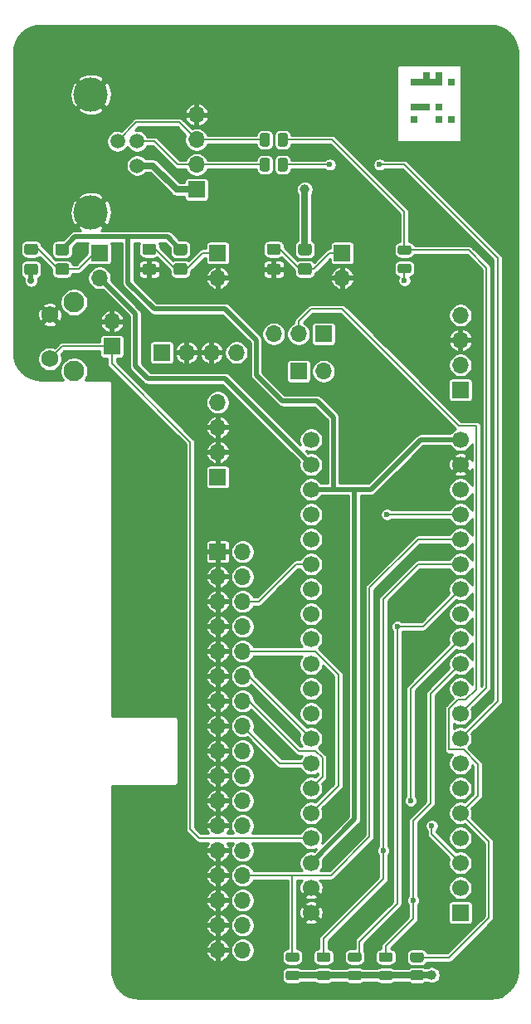
<source format=gbr>
G04 #@! TF.GenerationSoftware,KiCad,Pcbnew,(5.1.9)-1*
G04 #@! TF.CreationDate,2021-06-25T18:31:08+01:00*
G04 #@! TF.ProjectId,Greaseweazle F1 Plus Mini,47726561-7365-4776-9561-7a6c65204631,1*
G04 #@! TF.SameCoordinates,PX6312cb0PY6bcb370*
G04 #@! TF.FileFunction,Copper,L1,Top*
G04 #@! TF.FilePolarity,Positive*
%FSLAX46Y46*%
G04 Gerber Fmt 4.6, Leading zero omitted, Abs format (unit mm)*
G04 Created by KiCad (PCBNEW (5.1.9)-1) date 2021-06-25 18:31:08*
%MOMM*%
%LPD*%
G01*
G04 APERTURE LIST*
G04 #@! TA.AperFunction,EtchedComponent*
%ADD10C,0.100000*%
G04 #@! TD*
G04 #@! TA.AperFunction,ComponentPad*
%ADD11O,1.700000X1.700000*%
G04 #@! TD*
G04 #@! TA.AperFunction,ComponentPad*
%ADD12R,1.700000X1.700000*%
G04 #@! TD*
G04 #@! TA.AperFunction,ComponentPad*
%ADD13C,1.700000*%
G04 #@! TD*
G04 #@! TA.AperFunction,ComponentPad*
%ADD14C,2.100000*%
G04 #@! TD*
G04 #@! TA.AperFunction,ComponentPad*
%ADD15C,1.750000*%
G04 #@! TD*
G04 #@! TA.AperFunction,ComponentPad*
%ADD16C,4.064000*%
G04 #@! TD*
G04 #@! TA.AperFunction,ComponentPad*
%ADD17C,1.501140*%
G04 #@! TD*
G04 #@! TA.AperFunction,ComponentPad*
%ADD18C,3.500120*%
G04 #@! TD*
G04 #@! TA.AperFunction,ViaPad*
%ADD19C,0.700000*%
G04 #@! TD*
G04 #@! TA.AperFunction,ViaPad*
%ADD20C,0.600000*%
G04 #@! TD*
G04 #@! TA.AperFunction,ViaPad*
%ADD21C,1.000000*%
G04 #@! TD*
G04 #@! TA.AperFunction,Conductor*
%ADD22C,0.500000*%
G04 #@! TD*
G04 #@! TA.AperFunction,Conductor*
%ADD23C,0.700000*%
G04 #@! TD*
G04 #@! TA.AperFunction,Conductor*
%ADD24C,0.200000*%
G04 #@! TD*
G04 #@! TA.AperFunction,Conductor*
%ADD25C,0.254000*%
G04 #@! TD*
G04 #@! TA.AperFunction,Conductor*
%ADD26C,0.100000*%
G04 #@! TD*
G04 APERTURE END LIST*
D10*
G36*
X38354000Y68580000D02*
G01*
X37719000Y68580000D01*
X37719000Y69215000D01*
X38354000Y69215000D01*
X38354000Y68580000D01*
G37*
X38354000Y68580000D02*
X37719000Y68580000D01*
X37719000Y69215000D01*
X38354000Y69215000D01*
X38354000Y68580000D01*
G36*
X38354000Y64770000D02*
G01*
X37719000Y64770000D01*
X37719000Y65405000D01*
X38354000Y65405000D01*
X38354000Y64770000D01*
G37*
X38354000Y64770000D02*
X37719000Y64770000D01*
X37719000Y65405000D01*
X38354000Y65405000D01*
X38354000Y64770000D01*
G36*
X37084000Y69215000D02*
G01*
X36449000Y69215000D01*
X36449000Y69850000D01*
X37084000Y69850000D01*
X37084000Y69215000D01*
G37*
X37084000Y69215000D02*
X36449000Y69215000D01*
X36449000Y69850000D01*
X37084000Y69850000D01*
X37084000Y69215000D01*
G36*
X37084000Y68580000D02*
G01*
X36449000Y68580000D01*
X36449000Y69215000D01*
X37084000Y69215000D01*
X37084000Y68580000D01*
G37*
X37084000Y68580000D02*
X36449000Y68580000D01*
X36449000Y69215000D01*
X37084000Y69215000D01*
X37084000Y68580000D01*
G36*
X36449000Y68580000D02*
G01*
X35814000Y68580000D01*
X35814000Y69215000D01*
X36449000Y69215000D01*
X36449000Y68580000D01*
G37*
X36449000Y68580000D02*
X35814000Y68580000D01*
X35814000Y69215000D01*
X36449000Y69215000D01*
X36449000Y68580000D01*
G36*
X35814000Y68580000D02*
G01*
X35179000Y68580000D01*
X35179000Y69215000D01*
X35814000Y69215000D01*
X35814000Y68580000D01*
G37*
X35814000Y68580000D02*
X35179000Y68580000D01*
X35179000Y69215000D01*
X35814000Y69215000D01*
X35814000Y68580000D01*
G36*
X35814000Y69215000D02*
G01*
X35179000Y69215000D01*
X35179000Y69850000D01*
X35814000Y69850000D01*
X35814000Y69215000D01*
G37*
X35814000Y69215000D02*
X35179000Y69215000D01*
X35179000Y69850000D01*
X35814000Y69850000D01*
X35814000Y69215000D01*
G36*
X35179000Y68580000D02*
G01*
X34544000Y68580000D01*
X34544000Y69215000D01*
X35179000Y69215000D01*
X35179000Y68580000D01*
G37*
X35179000Y68580000D02*
X34544000Y68580000D01*
X34544000Y69215000D01*
X35179000Y69215000D01*
X35179000Y68580000D01*
G36*
X34544000Y68580000D02*
G01*
X33909000Y68580000D01*
X33909000Y69215000D01*
X34544000Y69215000D01*
X34544000Y68580000D01*
G37*
X34544000Y68580000D02*
X33909000Y68580000D01*
X33909000Y69215000D01*
X34544000Y69215000D01*
X34544000Y68580000D01*
G36*
X34544000Y66040000D02*
G01*
X33909000Y66040000D01*
X33909000Y66675000D01*
X34544000Y66675000D01*
X34544000Y66040000D01*
G37*
X34544000Y66040000D02*
X33909000Y66040000D01*
X33909000Y66675000D01*
X34544000Y66675000D01*
X34544000Y66040000D01*
G36*
X35179000Y66040000D02*
G01*
X34544000Y66040000D01*
X34544000Y66675000D01*
X35179000Y66675000D01*
X35179000Y66040000D01*
G37*
X35179000Y66040000D02*
X34544000Y66040000D01*
X34544000Y66675000D01*
X35179000Y66675000D01*
X35179000Y66040000D01*
G36*
X35814000Y66040000D02*
G01*
X35179000Y66040000D01*
X35179000Y66675000D01*
X35814000Y66675000D01*
X35814000Y66040000D01*
G37*
X35814000Y66040000D02*
X35179000Y66040000D01*
X35179000Y66675000D01*
X35814000Y66675000D01*
X35814000Y66040000D01*
G36*
X37084000Y66040000D02*
G01*
X36449000Y66040000D01*
X36449000Y66675000D01*
X37084000Y66675000D01*
X37084000Y66040000D01*
G37*
X37084000Y66040000D02*
X36449000Y66040000D01*
X36449000Y66675000D01*
X37084000Y66675000D01*
X37084000Y66040000D01*
G36*
X37084000Y64770000D02*
G01*
X36449000Y64770000D01*
X36449000Y65405000D01*
X37084000Y65405000D01*
X37084000Y64770000D01*
G37*
X37084000Y64770000D02*
X36449000Y64770000D01*
X36449000Y65405000D01*
X37084000Y65405000D01*
X37084000Y64770000D01*
G36*
X34544000Y64770000D02*
G01*
X33909000Y64770000D01*
X33909000Y65405000D01*
X34544000Y65405000D01*
X34544000Y64770000D01*
G37*
X34544000Y64770000D02*
X33909000Y64770000D01*
X33909000Y65405000D01*
X34544000Y65405000D01*
X34544000Y64770000D01*
G36*
X34544000Y64770000D02*
G01*
X33909000Y64770000D01*
X33909000Y65405000D01*
X34544000Y65405000D01*
X34544000Y64770000D01*
G37*
X34544000Y64770000D02*
X33909000Y64770000D01*
X33909000Y65405000D01*
X34544000Y65405000D01*
X34544000Y64770000D01*
G36*
X37084000Y64770000D02*
G01*
X36449000Y64770000D01*
X36449000Y65405000D01*
X37084000Y65405000D01*
X37084000Y64770000D01*
G37*
X37084000Y64770000D02*
X36449000Y64770000D01*
X36449000Y65405000D01*
X37084000Y65405000D01*
X37084000Y64770000D01*
G36*
X37084000Y66040000D02*
G01*
X36449000Y66040000D01*
X36449000Y66675000D01*
X37084000Y66675000D01*
X37084000Y66040000D01*
G37*
X37084000Y66040000D02*
X36449000Y66040000D01*
X36449000Y66675000D01*
X37084000Y66675000D01*
X37084000Y66040000D01*
G36*
X35814000Y66040000D02*
G01*
X35179000Y66040000D01*
X35179000Y66675000D01*
X35814000Y66675000D01*
X35814000Y66040000D01*
G37*
X35814000Y66040000D02*
X35179000Y66040000D01*
X35179000Y66675000D01*
X35814000Y66675000D01*
X35814000Y66040000D01*
G36*
X35179000Y66040000D02*
G01*
X34544000Y66040000D01*
X34544000Y66675000D01*
X35179000Y66675000D01*
X35179000Y66040000D01*
G37*
X35179000Y66040000D02*
X34544000Y66040000D01*
X34544000Y66675000D01*
X35179000Y66675000D01*
X35179000Y66040000D01*
G36*
X34544000Y66040000D02*
G01*
X33909000Y66040000D01*
X33909000Y66675000D01*
X34544000Y66675000D01*
X34544000Y66040000D01*
G37*
X34544000Y66040000D02*
X33909000Y66040000D01*
X33909000Y66675000D01*
X34544000Y66675000D01*
X34544000Y66040000D01*
G36*
X34544000Y68580000D02*
G01*
X33909000Y68580000D01*
X33909000Y69215000D01*
X34544000Y69215000D01*
X34544000Y68580000D01*
G37*
X34544000Y68580000D02*
X33909000Y68580000D01*
X33909000Y69215000D01*
X34544000Y69215000D01*
X34544000Y68580000D01*
G36*
X35179000Y68580000D02*
G01*
X34544000Y68580000D01*
X34544000Y69215000D01*
X35179000Y69215000D01*
X35179000Y68580000D01*
G37*
X35179000Y68580000D02*
X34544000Y68580000D01*
X34544000Y69215000D01*
X35179000Y69215000D01*
X35179000Y68580000D01*
G36*
X35814000Y69215000D02*
G01*
X35179000Y69215000D01*
X35179000Y69850000D01*
X35814000Y69850000D01*
X35814000Y69215000D01*
G37*
X35814000Y69215000D02*
X35179000Y69215000D01*
X35179000Y69850000D01*
X35814000Y69850000D01*
X35814000Y69215000D01*
G36*
X35814000Y68580000D02*
G01*
X35179000Y68580000D01*
X35179000Y69215000D01*
X35814000Y69215000D01*
X35814000Y68580000D01*
G37*
X35814000Y68580000D02*
X35179000Y68580000D01*
X35179000Y69215000D01*
X35814000Y69215000D01*
X35814000Y68580000D01*
G36*
X36449000Y68580000D02*
G01*
X35814000Y68580000D01*
X35814000Y69215000D01*
X36449000Y69215000D01*
X36449000Y68580000D01*
G37*
X36449000Y68580000D02*
X35814000Y68580000D01*
X35814000Y69215000D01*
X36449000Y69215000D01*
X36449000Y68580000D01*
G36*
X37084000Y68580000D02*
G01*
X36449000Y68580000D01*
X36449000Y69215000D01*
X37084000Y69215000D01*
X37084000Y68580000D01*
G37*
X37084000Y68580000D02*
X36449000Y68580000D01*
X36449000Y69215000D01*
X37084000Y69215000D01*
X37084000Y68580000D01*
G36*
X37084000Y69215000D02*
G01*
X36449000Y69215000D01*
X36449000Y69850000D01*
X37084000Y69850000D01*
X37084000Y69215000D01*
G37*
X37084000Y69215000D02*
X36449000Y69215000D01*
X36449000Y69850000D01*
X37084000Y69850000D01*
X37084000Y69215000D01*
G36*
X38354000Y64770000D02*
G01*
X37719000Y64770000D01*
X37719000Y65405000D01*
X38354000Y65405000D01*
X38354000Y64770000D01*
G37*
X38354000Y64770000D02*
X37719000Y64770000D01*
X37719000Y65405000D01*
X38354000Y65405000D01*
X38354000Y64770000D01*
G36*
X38354000Y68580000D02*
G01*
X37719000Y68580000D01*
X37719000Y69215000D01*
X38354000Y69215000D01*
X38354000Y68580000D01*
G37*
X38354000Y68580000D02*
X37719000Y68580000D01*
X37719000Y69215000D01*
X38354000Y69215000D01*
X38354000Y68580000D01*
D11*
X16129000Y41275000D03*
X13589000Y41275000D03*
X11049000Y41275000D03*
D12*
X8509000Y41275000D03*
D11*
X25019000Y39370000D03*
D12*
X22479000Y39370000D03*
D11*
X19939000Y43180000D03*
X22479000Y43180000D03*
D12*
X25019000Y43180000D03*
D13*
X23749000Y-15875000D03*
D12*
X38989000Y-15875000D03*
D13*
X23749000Y-13335000D03*
X38989000Y-13335000D03*
X23749000Y-10795000D03*
X38989000Y-10795000D03*
X23749000Y-8255000D03*
X38989000Y-8255000D03*
X23749000Y-5715000D03*
X38989000Y-5715000D03*
X23749000Y-3175000D03*
X38989000Y-3175000D03*
X23749000Y-635000D03*
X38989000Y-635000D03*
X23749000Y1905000D03*
X38989000Y1905000D03*
X23749000Y4445000D03*
X38989000Y4445000D03*
X23749000Y6985000D03*
X38989000Y6985000D03*
X23749000Y9525000D03*
X38989000Y9525000D03*
X23749000Y12065000D03*
X38989000Y12065000D03*
X23749000Y14605000D03*
X38989000Y14605000D03*
X23749000Y17145000D03*
X38989000Y17145000D03*
X23749000Y19685000D03*
X38989000Y19685000D03*
X23749000Y22225000D03*
X38989000Y22225000D03*
X23749000Y24765000D03*
X38989000Y24765000D03*
X23749000Y27305000D03*
X38989000Y27305000D03*
X23749000Y29845000D03*
X38989000Y29845000D03*
X23749000Y32385000D03*
X38989000Y32385000D03*
D14*
X-431000Y39390000D03*
D15*
X-2921000Y40640000D03*
X-2921000Y45140000D03*
D14*
X-431000Y46400000D03*
D11*
X38989000Y45085000D03*
X38989000Y42545000D03*
X38989000Y40005000D03*
D12*
X38989000Y37465000D03*
D11*
X12065000Y65532000D03*
X12065000Y62992000D03*
X12065000Y60452000D03*
D12*
X12065000Y57912000D03*
G04 #@! TA.AperFunction,SMDPad,CuDef*
G36*
G01*
X19539000Y60902002D02*
X19539000Y60001998D01*
G75*
G02*
X19289002Y59752000I-249998J0D01*
G01*
X18763998Y59752000D01*
G75*
G02*
X18514000Y60001998I0J249998D01*
G01*
X18514000Y60902002D01*
G75*
G02*
X18763998Y61152000I249998J0D01*
G01*
X19289002Y61152000D01*
G75*
G02*
X19539000Y60902002I0J-249998D01*
G01*
G37*
G04 #@! TD.AperFunction*
G04 #@! TA.AperFunction,SMDPad,CuDef*
G36*
G01*
X21364000Y60902002D02*
X21364000Y60001998D01*
G75*
G02*
X21114002Y59752000I-249998J0D01*
G01*
X20588998Y59752000D01*
G75*
G02*
X20339000Y60001998I0J249998D01*
G01*
X20339000Y60902002D01*
G75*
G02*
X20588998Y61152000I249998J0D01*
G01*
X21114002Y61152000D01*
G75*
G02*
X21364000Y60902002I0J-249998D01*
G01*
G37*
G04 #@! TD.AperFunction*
G04 #@! TA.AperFunction,SMDPad,CuDef*
G36*
G01*
X19539000Y63442002D02*
X19539000Y62541998D01*
G75*
G02*
X19289002Y62292000I-249998J0D01*
G01*
X18763998Y62292000D01*
G75*
G02*
X18514000Y62541998I0J249998D01*
G01*
X18514000Y63442002D01*
G75*
G02*
X18763998Y63692000I249998J0D01*
G01*
X19289002Y63692000D01*
G75*
G02*
X19539000Y63442002I0J-249998D01*
G01*
G37*
G04 #@! TD.AperFunction*
G04 #@! TA.AperFunction,SMDPad,CuDef*
G36*
G01*
X21364000Y63442002D02*
X21364000Y62541998D01*
G75*
G02*
X21114002Y62292000I-249998J0D01*
G01*
X20588998Y62292000D01*
G75*
G02*
X20339000Y62541998I0J249998D01*
G01*
X20339000Y63442002D01*
G75*
G02*
X20588998Y63692000I249998J0D01*
G01*
X21114002Y63692000D01*
G75*
G02*
X21364000Y63442002I0J-249998D01*
G01*
G37*
G04 #@! TD.AperFunction*
D16*
X42114000Y-21970000D03*
X6114000Y-21970000D03*
X42114000Y72030000D03*
X-3886000Y72030000D03*
D11*
X26924000Y48895000D03*
D12*
X26924000Y51435000D03*
D11*
X14224000Y48895000D03*
D12*
X14224000Y51435000D03*
D11*
X2159000Y48895000D03*
D12*
X2159000Y51435000D03*
G04 #@! TA.AperFunction,SMDPad,CuDef*
G36*
G01*
X23564001Y51200000D02*
X22663999Y51200000D01*
G75*
G02*
X22414000Y51449999I0J249999D01*
G01*
X22414000Y52150001D01*
G75*
G02*
X22663999Y52400000I249999J0D01*
G01*
X23564001Y52400000D01*
G75*
G02*
X23814000Y52150001I0J-249999D01*
G01*
X23814000Y51449999D01*
G75*
G02*
X23564001Y51200000I-249999J0D01*
G01*
G37*
G04 #@! TD.AperFunction*
G04 #@! TA.AperFunction,SMDPad,CuDef*
G36*
G01*
X23564001Y49200000D02*
X22663999Y49200000D01*
G75*
G02*
X22414000Y49449999I0J249999D01*
G01*
X22414000Y50150001D01*
G75*
G02*
X22663999Y50400000I249999J0D01*
G01*
X23564001Y50400000D01*
G75*
G02*
X23814000Y50150001I0J-249999D01*
G01*
X23814000Y49449999D01*
G75*
G02*
X23564001Y49200000I-249999J0D01*
G01*
G37*
G04 #@! TD.AperFunction*
G04 #@! TA.AperFunction,SMDPad,CuDef*
G36*
G01*
X-1200999Y51200000D02*
X-2101001Y51200000D01*
G75*
G02*
X-2351000Y51449999I0J249999D01*
G01*
X-2351000Y52150001D01*
G75*
G02*
X-2101001Y52400000I249999J0D01*
G01*
X-1200999Y52400000D01*
G75*
G02*
X-951000Y52150001I0J-249999D01*
G01*
X-951000Y51449999D01*
G75*
G02*
X-1200999Y51200000I-249999J0D01*
G01*
G37*
G04 #@! TD.AperFunction*
G04 #@! TA.AperFunction,SMDPad,CuDef*
G36*
G01*
X-1200999Y49200000D02*
X-2101001Y49200000D01*
G75*
G02*
X-2351000Y49449999I0J249999D01*
G01*
X-2351000Y50150001D01*
G75*
G02*
X-2101001Y50400000I249999J0D01*
G01*
X-1200999Y50400000D01*
G75*
G02*
X-951000Y50150001I0J-249999D01*
G01*
X-951000Y49449999D01*
G75*
G02*
X-1200999Y49200000I-249999J0D01*
G01*
G37*
G04 #@! TD.AperFunction*
G04 #@! TA.AperFunction,SMDPad,CuDef*
G36*
G01*
X10864001Y51200000D02*
X9963999Y51200000D01*
G75*
G02*
X9714000Y51449999I0J249999D01*
G01*
X9714000Y52150001D01*
G75*
G02*
X9963999Y52400000I249999J0D01*
G01*
X10864001Y52400000D01*
G75*
G02*
X11114000Y52150001I0J-249999D01*
G01*
X11114000Y51449999D01*
G75*
G02*
X10864001Y51200000I-249999J0D01*
G01*
G37*
G04 #@! TD.AperFunction*
G04 #@! TA.AperFunction,SMDPad,CuDef*
G36*
G01*
X10864001Y49200000D02*
X9963999Y49200000D01*
G75*
G02*
X9714000Y49449999I0J249999D01*
G01*
X9714000Y50150001D01*
G75*
G02*
X9963999Y50400000I249999J0D01*
G01*
X10864001Y50400000D01*
G75*
G02*
X11114000Y50150001I0J-249999D01*
G01*
X11114000Y49449999D01*
G75*
G02*
X10864001Y49200000I-249999J0D01*
G01*
G37*
G04 #@! TD.AperFunction*
G04 #@! TA.AperFunction,SMDPad,CuDef*
G36*
G01*
X20389001Y51250000D02*
X19488999Y51250000D01*
G75*
G02*
X19239000Y51499999I0J249999D01*
G01*
X19239000Y52150001D01*
G75*
G02*
X19488999Y52400000I249999J0D01*
G01*
X20389001Y52400000D01*
G75*
G02*
X20639000Y52150001I0J-249999D01*
G01*
X20639000Y51499999D01*
G75*
G02*
X20389001Y51250000I-249999J0D01*
G01*
G37*
G04 #@! TD.AperFunction*
G04 #@! TA.AperFunction,SMDPad,CuDef*
G36*
G01*
X20389001Y49200000D02*
X19488999Y49200000D01*
G75*
G02*
X19239000Y49449999I0J249999D01*
G01*
X19239000Y50100001D01*
G75*
G02*
X19488999Y50350000I249999J0D01*
G01*
X20389001Y50350000D01*
G75*
G02*
X20639000Y50100001I0J-249999D01*
G01*
X20639000Y49449999D01*
G75*
G02*
X20389001Y49200000I-249999J0D01*
G01*
G37*
G04 #@! TD.AperFunction*
G04 #@! TA.AperFunction,SMDPad,CuDef*
G36*
G01*
X-4375999Y51250000D02*
X-5276001Y51250000D01*
G75*
G02*
X-5526000Y51499999I0J249999D01*
G01*
X-5526000Y52150001D01*
G75*
G02*
X-5276001Y52400000I249999J0D01*
G01*
X-4375999Y52400000D01*
G75*
G02*
X-4126000Y52150001I0J-249999D01*
G01*
X-4126000Y51499999D01*
G75*
G02*
X-4375999Y51250000I-249999J0D01*
G01*
G37*
G04 #@! TD.AperFunction*
G04 #@! TA.AperFunction,SMDPad,CuDef*
G36*
G01*
X-4375999Y49200000D02*
X-5276001Y49200000D01*
G75*
G02*
X-5526000Y49449999I0J249999D01*
G01*
X-5526000Y50100001D01*
G75*
G02*
X-5276001Y50350000I249999J0D01*
G01*
X-4375999Y50350000D01*
G75*
G02*
X-4126000Y50100001I0J-249999D01*
G01*
X-4126000Y49449999D01*
G75*
G02*
X-4375999Y49200000I-249999J0D01*
G01*
G37*
G04 #@! TD.AperFunction*
G04 #@! TA.AperFunction,SMDPad,CuDef*
G36*
G01*
X7689001Y51250000D02*
X6788999Y51250000D01*
G75*
G02*
X6539000Y51499999I0J249999D01*
G01*
X6539000Y52150001D01*
G75*
G02*
X6788999Y52400000I249999J0D01*
G01*
X7689001Y52400000D01*
G75*
G02*
X7939000Y52150001I0J-249999D01*
G01*
X7939000Y51499999D01*
G75*
G02*
X7689001Y51250000I-249999J0D01*
G01*
G37*
G04 #@! TD.AperFunction*
G04 #@! TA.AperFunction,SMDPad,CuDef*
G36*
G01*
X7689001Y49200000D02*
X6788999Y49200000D01*
G75*
G02*
X6539000Y49449999I0J249999D01*
G01*
X6539000Y50100001D01*
G75*
G02*
X6788999Y50350000I249999J0D01*
G01*
X7689001Y50350000D01*
G75*
G02*
X7939000Y50100001I0J-249999D01*
G01*
X7939000Y49449999D01*
G75*
G02*
X7689001Y49200000I-249999J0D01*
G01*
G37*
G04 #@! TD.AperFunction*
G04 #@! TA.AperFunction,SMDPad,CuDef*
G36*
G01*
X34994002Y-20936000D02*
X34093998Y-20936000D01*
G75*
G02*
X33844000Y-20686002I0J249998D01*
G01*
X33844000Y-20160998D01*
G75*
G02*
X34093998Y-19911000I249998J0D01*
G01*
X34994002Y-19911000D01*
G75*
G02*
X35244000Y-20160998I0J-249998D01*
G01*
X35244000Y-20686002D01*
G75*
G02*
X34994002Y-20936000I-249998J0D01*
G01*
G37*
G04 #@! TD.AperFunction*
G04 #@! TA.AperFunction,SMDPad,CuDef*
G36*
G01*
X34994002Y-22761000D02*
X34093998Y-22761000D01*
G75*
G02*
X33844000Y-22511002I0J249998D01*
G01*
X33844000Y-21985998D01*
G75*
G02*
X34093998Y-21736000I249998J0D01*
G01*
X34994002Y-21736000D01*
G75*
G02*
X35244000Y-21985998I0J-249998D01*
G01*
X35244000Y-22511002D01*
G75*
G02*
X34994002Y-22761000I-249998J0D01*
G01*
G37*
G04 #@! TD.AperFunction*
X14224000Y28575000D03*
D11*
X14224000Y31115000D03*
X14224000Y33655000D03*
X14224000Y36195000D03*
D12*
X3429000Y41910000D03*
D11*
X3429000Y44450000D03*
D17*
X3987800Y62839600D03*
X3987800Y60350400D03*
X5994400Y60350400D03*
X5994400Y62839600D03*
D18*
X1270000Y67614800D03*
X1270000Y55575200D03*
D12*
X14224000Y20955000D03*
D11*
X16764000Y20955000D03*
X14224000Y18415000D03*
X16764000Y18415000D03*
X14224000Y15875000D03*
X16764000Y15875000D03*
X14224000Y13335000D03*
X16764000Y13335000D03*
X14224000Y10795000D03*
X16764000Y10795000D03*
X14224000Y8255000D03*
X16764000Y8255000D03*
X14224000Y5715000D03*
X16764000Y5715000D03*
X14224000Y3175000D03*
X16764000Y3175000D03*
X14224000Y635000D03*
X16764000Y635000D03*
X14224000Y-1905000D03*
X16764000Y-1905000D03*
X14224000Y-4445000D03*
X16764000Y-4445000D03*
X14224000Y-6985000D03*
X16764000Y-6985000D03*
X14224000Y-9525000D03*
X16764000Y-9525000D03*
X14224000Y-12065000D03*
X16764000Y-12065000D03*
X14224000Y-14605000D03*
X16764000Y-14605000D03*
X14224000Y-17145000D03*
X16764000Y-17145000D03*
X14224000Y-19685000D03*
X16764000Y-19685000D03*
G04 #@! TA.AperFunction,SMDPad,CuDef*
G36*
G01*
X31825250Y-22761000D02*
X30912750Y-22761000D01*
G75*
G02*
X30669000Y-22517250I0J243750D01*
G01*
X30669000Y-22029750D01*
G75*
G02*
X30912750Y-21786000I243750J0D01*
G01*
X31825250Y-21786000D01*
G75*
G02*
X32069000Y-22029750I0J-243750D01*
G01*
X32069000Y-22517250D01*
G75*
G02*
X31825250Y-22761000I-243750J0D01*
G01*
G37*
G04 #@! TD.AperFunction*
G04 #@! TA.AperFunction,SMDPad,CuDef*
G36*
G01*
X31825250Y-20886000D02*
X30912750Y-20886000D01*
G75*
G02*
X30669000Y-20642250I0J243750D01*
G01*
X30669000Y-20154750D01*
G75*
G02*
X30912750Y-19911000I243750J0D01*
G01*
X31825250Y-19911000D01*
G75*
G02*
X32069000Y-20154750I0J-243750D01*
G01*
X32069000Y-20642250D01*
G75*
G02*
X31825250Y-20886000I-243750J0D01*
G01*
G37*
G04 #@! TD.AperFunction*
G04 #@! TA.AperFunction,SMDPad,CuDef*
G36*
G01*
X22300250Y-22761000D02*
X21387750Y-22761000D01*
G75*
G02*
X21144000Y-22517250I0J243750D01*
G01*
X21144000Y-22029750D01*
G75*
G02*
X21387750Y-21786000I243750J0D01*
G01*
X22300250Y-21786000D01*
G75*
G02*
X22544000Y-22029750I0J-243750D01*
G01*
X22544000Y-22517250D01*
G75*
G02*
X22300250Y-22761000I-243750J0D01*
G01*
G37*
G04 #@! TD.AperFunction*
G04 #@! TA.AperFunction,SMDPad,CuDef*
G36*
G01*
X22300250Y-20886000D02*
X21387750Y-20886000D01*
G75*
G02*
X21144000Y-20642250I0J243750D01*
G01*
X21144000Y-20154750D01*
G75*
G02*
X21387750Y-19911000I243750J0D01*
G01*
X22300250Y-19911000D01*
G75*
G02*
X22544000Y-20154750I0J-243750D01*
G01*
X22544000Y-20642250D01*
G75*
G02*
X22300250Y-20886000I-243750J0D01*
G01*
G37*
G04 #@! TD.AperFunction*
G04 #@! TA.AperFunction,SMDPad,CuDef*
G36*
G01*
X25475250Y-22761000D02*
X24562750Y-22761000D01*
G75*
G02*
X24319000Y-22517250I0J243750D01*
G01*
X24319000Y-22029750D01*
G75*
G02*
X24562750Y-21786000I243750J0D01*
G01*
X25475250Y-21786000D01*
G75*
G02*
X25719000Y-22029750I0J-243750D01*
G01*
X25719000Y-22517250D01*
G75*
G02*
X25475250Y-22761000I-243750J0D01*
G01*
G37*
G04 #@! TD.AperFunction*
G04 #@! TA.AperFunction,SMDPad,CuDef*
G36*
G01*
X25475250Y-20886000D02*
X24562750Y-20886000D01*
G75*
G02*
X24319000Y-20642250I0J243750D01*
G01*
X24319000Y-20154750D01*
G75*
G02*
X24562750Y-19911000I243750J0D01*
G01*
X25475250Y-19911000D01*
G75*
G02*
X25719000Y-20154750I0J-243750D01*
G01*
X25719000Y-20642250D01*
G75*
G02*
X25475250Y-20886000I-243750J0D01*
G01*
G37*
G04 #@! TD.AperFunction*
G04 #@! TA.AperFunction,SMDPad,CuDef*
G36*
G01*
X28650250Y-22761000D02*
X27737750Y-22761000D01*
G75*
G02*
X27494000Y-22517250I0J243750D01*
G01*
X27494000Y-22029750D01*
G75*
G02*
X27737750Y-21786000I243750J0D01*
G01*
X28650250Y-21786000D01*
G75*
G02*
X28894000Y-22029750I0J-243750D01*
G01*
X28894000Y-22517250D01*
G75*
G02*
X28650250Y-22761000I-243750J0D01*
G01*
G37*
G04 #@! TD.AperFunction*
G04 #@! TA.AperFunction,SMDPad,CuDef*
G36*
G01*
X28650250Y-20886000D02*
X27737750Y-20886000D01*
G75*
G02*
X27494000Y-20642250I0J243750D01*
G01*
X27494000Y-20154750D01*
G75*
G02*
X27737750Y-19911000I243750J0D01*
G01*
X28650250Y-19911000D01*
G75*
G02*
X28894000Y-20154750I0J-243750D01*
G01*
X28894000Y-20642250D01*
G75*
G02*
X28650250Y-20886000I-243750J0D01*
G01*
G37*
G04 #@! TD.AperFunction*
G04 #@! TA.AperFunction,SMDPad,CuDef*
G36*
G01*
X32817750Y52225000D02*
X33730250Y52225000D01*
G75*
G02*
X33974000Y51981250I0J-243750D01*
G01*
X33974000Y51493750D01*
G75*
G02*
X33730250Y51250000I-243750J0D01*
G01*
X32817750Y51250000D01*
G75*
G02*
X32574000Y51493750I0J243750D01*
G01*
X32574000Y51981250D01*
G75*
G02*
X32817750Y52225000I243750J0D01*
G01*
G37*
G04 #@! TD.AperFunction*
G04 #@! TA.AperFunction,SMDPad,CuDef*
G36*
G01*
X32817750Y50350000D02*
X33730250Y50350000D01*
G75*
G02*
X33974000Y50106250I0J-243750D01*
G01*
X33974000Y49618750D01*
G75*
G02*
X33730250Y49375000I-243750J0D01*
G01*
X32817750Y49375000D01*
G75*
G02*
X32574000Y49618750I0J243750D01*
G01*
X32574000Y50106250D01*
G75*
G02*
X32817750Y50350000I243750J0D01*
G01*
G37*
G04 #@! TD.AperFunction*
D19*
X37211000Y-4953000D03*
D20*
X19812000Y14605000D03*
D21*
X23114000Y57912000D03*
X36068004Y-22225000D03*
D20*
X34163000Y-14605000D03*
X31115000Y-9525000D03*
X36068000Y-6985000D03*
X33909000Y-4445000D03*
X32546999Y13335000D03*
X31496000Y24765000D03*
X33274000Y48641000D03*
X25654000Y60452000D03*
X30734000Y60452000D03*
D19*
X-4826000Y48640990D03*
D22*
X-365000Y53086000D02*
X-1651000Y51800000D01*
X5080000Y53086000D02*
X-365000Y53086000D01*
X9128000Y53086000D02*
X10414000Y51800000D01*
X5080000Y53086000D02*
X9128000Y53086000D01*
X23749000Y27305000D02*
X29845000Y27305000D01*
X34925000Y32385000D02*
X29845000Y27305000D01*
X38989000Y32385000D02*
X34925000Y32385000D01*
X28194000Y-6350000D02*
X23749000Y-10795000D01*
X28194000Y27305000D02*
X28194000Y-6350000D01*
X29845000Y27305000D02*
X28194000Y27305000D01*
X5080000Y48387000D02*
X5080000Y53086000D01*
X14986000Y45720000D02*
X7747000Y45720000D01*
X18161000Y42545000D02*
X14986000Y45720000D01*
X18161000Y38989000D02*
X18161000Y42545000D01*
X20805663Y36344337D02*
X18161000Y38989000D01*
X24361663Y36344337D02*
X20805663Y36344337D01*
X26035000Y34671000D02*
X24361663Y36344337D01*
X7747000Y45720000D02*
X5080000Y48387000D01*
X26035000Y27305000D02*
X26035000Y34671000D01*
X23749000Y27305000D02*
X26035000Y27305000D01*
D23*
X23114000Y51800000D02*
X23114000Y57912000D01*
X21844000Y-22273500D02*
X25019000Y-22273500D01*
X25019000Y-22273500D02*
X28194000Y-22273500D01*
X28194000Y-22273500D02*
X31369000Y-22273500D01*
X31369000Y-22273500D02*
X34519000Y-22273500D01*
X34567500Y-22225000D02*
X34544000Y-22248500D01*
X36068004Y-22225000D02*
X34567500Y-22225000D01*
X10033000Y57912000D02*
X12065000Y57912000D01*
X7594600Y60350400D02*
X10033000Y57912000D01*
X5994400Y60350400D02*
X7594600Y60350400D01*
D24*
X34163000Y-6477000D02*
X34163000Y-14605000D01*
X35941000Y-4699000D02*
X34163000Y-6477000D01*
X35941000Y6477000D02*
X35941000Y-4699000D01*
X38989000Y9525000D02*
X35941000Y6477000D01*
X34163000Y-16510000D02*
X34163000Y-14605000D01*
X31369000Y-19304000D02*
X34163000Y-16510000D01*
X31369000Y-20652500D02*
X31369000Y-19304000D01*
X21844000Y-20652500D02*
X21844000Y-12065000D01*
X21844000Y-12065000D02*
X16764000Y-12065000D01*
X29718000Y-8128000D02*
X25781000Y-12065000D01*
X29718000Y17272000D02*
X29718000Y-8128000D01*
X25781000Y-12065000D02*
X21844000Y-12065000D01*
X34671000Y22225000D02*
X29718000Y17272000D01*
X38989000Y22225000D02*
X34671000Y22225000D01*
X38989000Y19685000D02*
X34671000Y19685000D01*
X31115000Y16129000D02*
X31115000Y-9525000D01*
X34671000Y19685000D02*
X31115000Y16129000D01*
X31115000Y-12446000D02*
X31115000Y-9525000D01*
X25019000Y-18542000D02*
X31115000Y-12446000D01*
X25019000Y-20652500D02*
X25019000Y-18542000D01*
X38989000Y-10795000D02*
X36068000Y-7874000D01*
X36068000Y-7874000D02*
X36068000Y-6985000D01*
X38989000Y12065000D02*
X33909000Y6985000D01*
X33909000Y6985000D02*
X33909000Y-4445000D01*
X38989000Y17145000D02*
X35179000Y13335000D01*
X35179000Y13335000D02*
X32546999Y13335000D01*
X28679527Y-19912973D02*
X28194000Y-20398500D01*
X28679527Y-18818473D02*
X28679527Y-20166973D01*
X32546999Y-14951001D02*
X28679527Y-18818473D01*
X32546999Y13335000D02*
X32546999Y-14951001D01*
X38989000Y24765000D02*
X31496000Y24765000D01*
X33274000Y48641000D02*
X33274000Y49862500D01*
X41636989Y7092989D02*
X38989000Y4445000D01*
X33274000Y51737500D02*
X39829500Y51737500D01*
X39829500Y51737500D02*
X41636989Y49930011D01*
X41636989Y49930011D02*
X41636989Y7092989D01*
X33274000Y55626000D02*
X33274000Y51737500D01*
X25908000Y62992000D02*
X33274000Y55626000D01*
X20978500Y62992000D02*
X25908000Y62992000D01*
X20851500Y62865000D02*
X20978500Y62992000D01*
X20978500Y60452000D02*
X25654000Y60452000D01*
X20851500Y60325000D02*
X20978500Y60452000D01*
X42799000Y5715000D02*
X38989000Y1905000D01*
X42799000Y50927000D02*
X42799000Y5715000D01*
X33274000Y60452000D02*
X42799000Y50927000D01*
X30734000Y60452000D02*
X33274000Y60452000D01*
X20565000Y51825000D02*
X22590000Y49800000D01*
X22590000Y49800000D02*
X23114000Y49800000D01*
X19939000Y51825000D02*
X20565000Y51825000D01*
X25654000Y51435000D02*
X24019000Y49800000D01*
X24019000Y49800000D02*
X23114000Y49800000D01*
X26924000Y51435000D02*
X25654000Y51435000D01*
D22*
X-4826000Y49775000D02*
X-4826000Y48640990D01*
X5842000Y45212000D02*
X2159000Y48895000D01*
X7112000Y38608000D02*
X5842000Y39878000D01*
X5842000Y39878000D02*
X5842000Y45212000D01*
X14986000Y38608000D02*
X7112000Y38608000D01*
X23749000Y29845000D02*
X14986000Y38608000D01*
D24*
X-1651000Y41910000D02*
X3429000Y41910000D01*
X-2921000Y40640000D02*
X-1651000Y41910000D01*
X3429000Y40132000D02*
X3429000Y41910000D01*
X11430000Y32131000D02*
X3429000Y40132000D01*
X11430000Y-7366000D02*
X11430000Y32131000D01*
X12319000Y-8255000D02*
X11430000Y-7366000D01*
X23749000Y-8255000D02*
X12319000Y-8255000D01*
X11065000Y49800000D02*
X10414000Y49800000D01*
X12700000Y51435000D02*
X11065000Y49800000D01*
X14224000Y51435000D02*
X12700000Y51435000D01*
X9890000Y49800000D02*
X10414000Y49800000D01*
X7865000Y51825000D02*
X9890000Y49800000D01*
X7239000Y51825000D02*
X7865000Y51825000D01*
X-2048000Y49800000D02*
X-1651000Y49800000D01*
X-4073000Y51825000D02*
X-2048000Y49800000D01*
X-4826000Y51825000D02*
X-4073000Y51825000D01*
X1651000Y51435000D02*
X2159000Y51435000D01*
X16000Y49800000D02*
X1651000Y51435000D01*
X-1651000Y49800000D02*
X16000Y49800000D01*
X3987800Y62839600D02*
X5918200Y64770000D01*
X10287000Y64770000D02*
X12065000Y62992000D01*
X5918200Y64770000D02*
X10287000Y64770000D01*
X18899500Y62992000D02*
X19026500Y62865000D01*
X12065000Y62992000D02*
X18899500Y62992000D01*
X18899500Y60452000D02*
X19026500Y60325000D01*
X12065000Y60452000D02*
X18899500Y60452000D01*
X10160000Y60452000D02*
X12065000Y60452000D01*
X7772400Y62839600D02*
X10160000Y60452000D01*
X5994400Y62839600D02*
X7772400Y62839600D01*
X18415000Y15875000D02*
X16764000Y15875000D01*
X22225000Y19685000D02*
X18415000Y15875000D01*
X23749000Y19685000D02*
X22225000Y19685000D01*
X24181002Y10795000D02*
X26543000Y8433002D01*
X16764000Y10795000D02*
X24181002Y10795000D01*
X26543000Y-2921000D02*
X23749000Y-5715000D01*
X26543000Y8433002D02*
X26543000Y-2921000D01*
X17399000Y5715000D02*
X16764000Y5715000D01*
X22479000Y635000D02*
X17399000Y5715000D01*
X24181002Y635000D02*
X22479000Y635000D01*
X24899001Y-82999D02*
X24181002Y635000D01*
X24899001Y-2024999D02*
X24899001Y-82999D01*
X23749000Y-3175000D02*
X24899001Y-2024999D01*
X17399000Y8255000D02*
X16764000Y8255000D01*
X23749000Y1905000D02*
X17399000Y8255000D01*
X20574000Y-635000D02*
X16764000Y3175000D01*
X23749000Y-635000D02*
X20574000Y-635000D01*
X34544000Y-20677500D02*
X34774500Y-20447000D01*
X37846000Y-20447000D02*
X34567500Y-20447000D01*
X34567500Y-20447000D02*
X34544000Y-20423500D01*
X41910000Y-8636000D02*
X41910000Y-16383000D01*
X41910000Y-16383000D02*
X37846000Y-20447000D01*
X38989000Y-5715000D02*
X41910000Y-8636000D01*
X22479000Y44450000D02*
X22479000Y43180000D01*
X23749000Y45720000D02*
X22479000Y44450000D01*
X38989000Y-5715000D02*
X40767000Y-3937000D01*
X40767000Y-3937000D02*
X40767000Y-710998D01*
X39301003Y754999D02*
X37853001Y754999D01*
X38862000Y33782000D02*
X26924000Y45720000D01*
X40767000Y-710998D02*
X39301003Y754999D01*
X37853001Y754999D02*
X37838999Y769001D01*
X37838999Y769001D02*
X37838999Y4945999D01*
X37838999Y4945999D02*
X38727999Y5834999D01*
X40640000Y6933998D02*
X40640000Y33782000D01*
X38727999Y5834999D02*
X39541001Y5834999D01*
X39541001Y5834999D02*
X40640000Y6933998D01*
X26924000Y45720000D02*
X23749000Y45720000D01*
X40640000Y33782000D02*
X38862000Y33782000D01*
D25*
X42574454Y74596356D02*
X43091440Y74440268D01*
X43568262Y74186738D01*
X43986760Y73845419D01*
X44330992Y73429314D01*
X44587845Y72954276D01*
X44747536Y72438395D01*
X44805996Y71882187D01*
X44806000Y71881174D01*
X44806001Y-21824157D01*
X44751356Y-22381473D01*
X44595268Y-22898460D01*
X44341737Y-23375283D01*
X44000419Y-23793780D01*
X43584314Y-24138012D01*
X43109274Y-24394866D01*
X42593395Y-24554556D01*
X42037188Y-24613016D01*
X42035890Y-24613021D01*
X6242853Y-24613000D01*
X5685547Y-24558356D01*
X5168560Y-24402268D01*
X4691737Y-24148737D01*
X4273240Y-23807419D01*
X3929008Y-23391314D01*
X3672154Y-22916274D01*
X3512464Y-22400395D01*
X3473508Y-22029750D01*
X20761157Y-22029750D01*
X20761157Y-22517250D01*
X20773197Y-22639492D01*
X20808854Y-22757037D01*
X20866757Y-22865366D01*
X20944682Y-22960318D01*
X21039634Y-23038243D01*
X21147963Y-23096146D01*
X21265508Y-23131803D01*
X21387750Y-23143843D01*
X22300250Y-23143843D01*
X22422492Y-23131803D01*
X22540037Y-23096146D01*
X22648366Y-23038243D01*
X22689482Y-23004500D01*
X24173518Y-23004500D01*
X24214634Y-23038243D01*
X24322963Y-23096146D01*
X24440508Y-23131803D01*
X24562750Y-23143843D01*
X25475250Y-23143843D01*
X25597492Y-23131803D01*
X25715037Y-23096146D01*
X25823366Y-23038243D01*
X25864482Y-23004500D01*
X27348518Y-23004500D01*
X27389634Y-23038243D01*
X27497963Y-23096146D01*
X27615508Y-23131803D01*
X27737750Y-23143843D01*
X28650250Y-23143843D01*
X28772492Y-23131803D01*
X28890037Y-23096146D01*
X28998366Y-23038243D01*
X29039482Y-23004500D01*
X30523518Y-23004500D01*
X30564634Y-23038243D01*
X30672963Y-23096146D01*
X30790508Y-23131803D01*
X30912750Y-23143843D01*
X31825250Y-23143843D01*
X31947492Y-23131803D01*
X32065037Y-23096146D01*
X32173366Y-23038243D01*
X32214482Y-23004500D01*
X33702577Y-23004500D01*
X33742410Y-23037190D01*
X33851820Y-23095671D01*
X33970537Y-23131683D01*
X34093998Y-23143843D01*
X34994002Y-23143843D01*
X35117463Y-23131683D01*
X35236180Y-23095671D01*
X35345590Y-23037190D01*
X35441488Y-22958488D01*
X35443530Y-22956000D01*
X35576264Y-22956000D01*
X35650694Y-23005732D01*
X35811026Y-23072144D01*
X35981233Y-23106000D01*
X36154775Y-23106000D01*
X36324982Y-23072144D01*
X36485314Y-23005732D01*
X36629609Y-22909318D01*
X36752322Y-22786605D01*
X36848736Y-22642310D01*
X36915148Y-22481978D01*
X36949004Y-22311771D01*
X36949004Y-22138229D01*
X36915148Y-21968022D01*
X36848736Y-21807690D01*
X36752322Y-21663395D01*
X36629609Y-21540682D01*
X36485314Y-21444268D01*
X36324982Y-21377856D01*
X36154775Y-21344000D01*
X35981233Y-21344000D01*
X35811026Y-21377856D01*
X35650694Y-21444268D01*
X35576264Y-21494000D01*
X35387250Y-21494000D01*
X35345590Y-21459810D01*
X35236180Y-21401329D01*
X35117463Y-21365317D01*
X34994002Y-21353157D01*
X34093998Y-21353157D01*
X33970537Y-21365317D01*
X33851820Y-21401329D01*
X33742410Y-21459810D01*
X33646512Y-21538512D01*
X33643239Y-21542500D01*
X32214482Y-21542500D01*
X32173366Y-21508757D01*
X32065037Y-21450854D01*
X31947492Y-21415197D01*
X31825250Y-21403157D01*
X30912750Y-21403157D01*
X30790508Y-21415197D01*
X30672963Y-21450854D01*
X30564634Y-21508757D01*
X30523518Y-21542500D01*
X29039482Y-21542500D01*
X28998366Y-21508757D01*
X28890037Y-21450854D01*
X28772492Y-21415197D01*
X28650250Y-21403157D01*
X27737750Y-21403157D01*
X27615508Y-21415197D01*
X27497963Y-21450854D01*
X27389634Y-21508757D01*
X27348518Y-21542500D01*
X25864482Y-21542500D01*
X25823366Y-21508757D01*
X25715037Y-21450854D01*
X25597492Y-21415197D01*
X25475250Y-21403157D01*
X24562750Y-21403157D01*
X24440508Y-21415197D01*
X24322963Y-21450854D01*
X24214634Y-21508757D01*
X24173518Y-21542500D01*
X22689482Y-21542500D01*
X22648366Y-21508757D01*
X22540037Y-21450854D01*
X22422492Y-21415197D01*
X22300250Y-21403157D01*
X21387750Y-21403157D01*
X21265508Y-21415197D01*
X21147963Y-21450854D01*
X21039634Y-21508757D01*
X20944682Y-21586682D01*
X20866757Y-21681634D01*
X20808854Y-21789963D01*
X20773197Y-21907508D01*
X20761157Y-22029750D01*
X3473508Y-22029750D01*
X3454004Y-21844188D01*
X3454000Y-21843166D01*
X3454000Y-20001980D01*
X13034511Y-20001980D01*
X13058866Y-20082288D01*
X13158761Y-20301961D01*
X13299592Y-20497924D01*
X13475948Y-20662647D01*
X13681051Y-20789799D01*
X13907019Y-20874495D01*
X14097000Y-20814187D01*
X14097000Y-19812000D01*
X14351000Y-19812000D01*
X14351000Y-20814187D01*
X14540981Y-20874495D01*
X14766949Y-20789799D01*
X14972052Y-20662647D01*
X15148408Y-20497924D01*
X15289239Y-20301961D01*
X15389134Y-20082288D01*
X15413489Y-20001980D01*
X15352627Y-19812000D01*
X14351000Y-19812000D01*
X14097000Y-19812000D01*
X13095373Y-19812000D01*
X13034511Y-20001980D01*
X3454000Y-20001980D01*
X3454000Y-19563757D01*
X15533000Y-19563757D01*
X15533000Y-19806243D01*
X15580307Y-20044069D01*
X15673102Y-20268097D01*
X15807820Y-20469717D01*
X15979283Y-20641180D01*
X16180903Y-20775898D01*
X16404931Y-20868693D01*
X16642757Y-20916000D01*
X16885243Y-20916000D01*
X17123069Y-20868693D01*
X17347097Y-20775898D01*
X17548717Y-20641180D01*
X17720180Y-20469717D01*
X17854898Y-20268097D01*
X17947693Y-20044069D01*
X17995000Y-19806243D01*
X17995000Y-19563757D01*
X17947693Y-19325931D01*
X17854898Y-19101903D01*
X17720180Y-18900283D01*
X17548717Y-18728820D01*
X17347097Y-18594102D01*
X17123069Y-18501307D01*
X16885243Y-18454000D01*
X16642757Y-18454000D01*
X16404931Y-18501307D01*
X16180903Y-18594102D01*
X15979283Y-18728820D01*
X15807820Y-18900283D01*
X15673102Y-19101903D01*
X15580307Y-19325931D01*
X15533000Y-19563757D01*
X3454000Y-19563757D01*
X3454000Y-19368020D01*
X13034511Y-19368020D01*
X13095373Y-19558000D01*
X14097000Y-19558000D01*
X14097000Y-18555813D01*
X14351000Y-18555813D01*
X14351000Y-19558000D01*
X15352627Y-19558000D01*
X15413489Y-19368020D01*
X15389134Y-19287712D01*
X15289239Y-19068039D01*
X15148408Y-18872076D01*
X14972052Y-18707353D01*
X14766949Y-18580201D01*
X14540981Y-18495505D01*
X14351000Y-18555813D01*
X14097000Y-18555813D01*
X13907019Y-18495505D01*
X13681051Y-18580201D01*
X13475948Y-18707353D01*
X13299592Y-18872076D01*
X13158761Y-19068039D01*
X13058866Y-19287712D01*
X13034511Y-19368020D01*
X3454000Y-19368020D01*
X3454000Y-17461980D01*
X13034511Y-17461980D01*
X13058866Y-17542288D01*
X13158761Y-17761961D01*
X13299592Y-17957924D01*
X13475948Y-18122647D01*
X13681051Y-18249799D01*
X13907019Y-18334495D01*
X14097000Y-18274187D01*
X14097000Y-17272000D01*
X14351000Y-17272000D01*
X14351000Y-18274187D01*
X14540981Y-18334495D01*
X14766949Y-18249799D01*
X14972052Y-18122647D01*
X15148408Y-17957924D01*
X15289239Y-17761961D01*
X15389134Y-17542288D01*
X15413489Y-17461980D01*
X15352627Y-17272000D01*
X14351000Y-17272000D01*
X14097000Y-17272000D01*
X13095373Y-17272000D01*
X13034511Y-17461980D01*
X3454000Y-17461980D01*
X3454000Y-17023757D01*
X15533000Y-17023757D01*
X15533000Y-17266243D01*
X15580307Y-17504069D01*
X15673102Y-17728097D01*
X15807820Y-17929717D01*
X15979283Y-18101180D01*
X16180903Y-18235898D01*
X16404931Y-18328693D01*
X16642757Y-18376000D01*
X16885243Y-18376000D01*
X17123069Y-18328693D01*
X17347097Y-18235898D01*
X17548717Y-18101180D01*
X17720180Y-17929717D01*
X17854898Y-17728097D01*
X17947693Y-17504069D01*
X17995000Y-17266243D01*
X17995000Y-17023757D01*
X17947693Y-16785931D01*
X17854898Y-16561903D01*
X17720180Y-16360283D01*
X17548717Y-16188820D01*
X17347097Y-16054102D01*
X17123069Y-15961307D01*
X16885243Y-15914000D01*
X16642757Y-15914000D01*
X16404931Y-15961307D01*
X16180903Y-16054102D01*
X15979283Y-16188820D01*
X15807820Y-16360283D01*
X15673102Y-16561903D01*
X15580307Y-16785931D01*
X15533000Y-17023757D01*
X3454000Y-17023757D01*
X3454000Y-16828020D01*
X13034511Y-16828020D01*
X13095373Y-17018000D01*
X14097000Y-17018000D01*
X14097000Y-16015813D01*
X14351000Y-16015813D01*
X14351000Y-17018000D01*
X15352627Y-17018000D01*
X15413489Y-16828020D01*
X15389134Y-16747712D01*
X15289239Y-16528039D01*
X15148408Y-16332076D01*
X14972052Y-16167353D01*
X14766949Y-16040201D01*
X14540981Y-15955505D01*
X14351000Y-16015813D01*
X14097000Y-16015813D01*
X13907019Y-15955505D01*
X13681051Y-16040201D01*
X13475948Y-16167353D01*
X13299592Y-16332076D01*
X13158761Y-16528039D01*
X13058866Y-16747712D01*
X13034511Y-16828020D01*
X3454000Y-16828020D01*
X3454000Y-14921980D01*
X13034511Y-14921980D01*
X13058866Y-15002288D01*
X13158761Y-15221961D01*
X13299592Y-15417924D01*
X13475948Y-15582647D01*
X13681051Y-15709799D01*
X13907019Y-15794495D01*
X14097000Y-15734187D01*
X14097000Y-14732000D01*
X14351000Y-14732000D01*
X14351000Y-15734187D01*
X14540981Y-15794495D01*
X14766949Y-15709799D01*
X14972052Y-15582647D01*
X15148408Y-15417924D01*
X15289239Y-15221961D01*
X15389134Y-15002288D01*
X15413489Y-14921980D01*
X15352627Y-14732000D01*
X14351000Y-14732000D01*
X14097000Y-14732000D01*
X13095373Y-14732000D01*
X13034511Y-14921980D01*
X3454000Y-14921980D01*
X3454000Y-14483757D01*
X15533000Y-14483757D01*
X15533000Y-14726243D01*
X15580307Y-14964069D01*
X15673102Y-15188097D01*
X15807820Y-15389717D01*
X15979283Y-15561180D01*
X16180903Y-15695898D01*
X16404931Y-15788693D01*
X16642757Y-15836000D01*
X16885243Y-15836000D01*
X17123069Y-15788693D01*
X17347097Y-15695898D01*
X17548717Y-15561180D01*
X17720180Y-15389717D01*
X17854898Y-15188097D01*
X17947693Y-14964069D01*
X17995000Y-14726243D01*
X17995000Y-14483757D01*
X17947693Y-14245931D01*
X17854898Y-14021903D01*
X17720180Y-13820283D01*
X17548717Y-13648820D01*
X17347097Y-13514102D01*
X17123069Y-13421307D01*
X16885243Y-13374000D01*
X16642757Y-13374000D01*
X16404931Y-13421307D01*
X16180903Y-13514102D01*
X15979283Y-13648820D01*
X15807820Y-13820283D01*
X15673102Y-14021903D01*
X15580307Y-14245931D01*
X15533000Y-14483757D01*
X3454000Y-14483757D01*
X3454000Y-14288020D01*
X13034511Y-14288020D01*
X13095373Y-14478000D01*
X14097000Y-14478000D01*
X14097000Y-13475813D01*
X14351000Y-13475813D01*
X14351000Y-14478000D01*
X15352627Y-14478000D01*
X15413489Y-14288020D01*
X15389134Y-14207712D01*
X15289239Y-13988039D01*
X15148408Y-13792076D01*
X14972052Y-13627353D01*
X14766949Y-13500201D01*
X14540981Y-13415505D01*
X14351000Y-13475813D01*
X14097000Y-13475813D01*
X13907019Y-13415505D01*
X13681051Y-13500201D01*
X13475948Y-13627353D01*
X13299592Y-13792076D01*
X13158761Y-13988039D01*
X13058866Y-14207712D01*
X13034511Y-14288020D01*
X3454000Y-14288020D01*
X3454000Y-12381980D01*
X13034511Y-12381980D01*
X13058866Y-12462288D01*
X13158761Y-12681961D01*
X13299592Y-12877924D01*
X13475948Y-13042647D01*
X13681051Y-13169799D01*
X13907019Y-13254495D01*
X14097000Y-13194187D01*
X14097000Y-12192000D01*
X14351000Y-12192000D01*
X14351000Y-13194187D01*
X14540981Y-13254495D01*
X14766949Y-13169799D01*
X14972052Y-13042647D01*
X15148408Y-12877924D01*
X15289239Y-12681961D01*
X15389134Y-12462288D01*
X15413489Y-12381980D01*
X15352627Y-12192000D01*
X14351000Y-12192000D01*
X14097000Y-12192000D01*
X13095373Y-12192000D01*
X13034511Y-12381980D01*
X3454000Y-12381980D01*
X3454000Y-11748020D01*
X13034511Y-11748020D01*
X13095373Y-11938000D01*
X14097000Y-11938000D01*
X14097000Y-10935813D01*
X14351000Y-10935813D01*
X14351000Y-11938000D01*
X15352627Y-11938000D01*
X15413489Y-11748020D01*
X15389134Y-11667712D01*
X15289239Y-11448039D01*
X15148408Y-11252076D01*
X14972052Y-11087353D01*
X14766949Y-10960201D01*
X14540981Y-10875505D01*
X14351000Y-10935813D01*
X14097000Y-10935813D01*
X13907019Y-10875505D01*
X13681051Y-10960201D01*
X13475948Y-11087353D01*
X13299592Y-11252076D01*
X13158761Y-11448039D01*
X13058866Y-11667712D01*
X13034511Y-11748020D01*
X3454000Y-11748020D01*
X3454000Y-9841980D01*
X13034511Y-9841980D01*
X13058866Y-9922288D01*
X13158761Y-10141961D01*
X13299592Y-10337924D01*
X13475948Y-10502647D01*
X13681051Y-10629799D01*
X13907019Y-10714495D01*
X14097000Y-10654187D01*
X14097000Y-9652000D01*
X14351000Y-9652000D01*
X14351000Y-10654187D01*
X14540981Y-10714495D01*
X14766949Y-10629799D01*
X14972052Y-10502647D01*
X15148408Y-10337924D01*
X15289239Y-10141961D01*
X15389134Y-9922288D01*
X15413489Y-9841980D01*
X15352627Y-9652000D01*
X14351000Y-9652000D01*
X14097000Y-9652000D01*
X13095373Y-9652000D01*
X13034511Y-9841980D01*
X3454000Y-9841980D01*
X3454000Y-2946000D01*
X9759059Y-2946000D01*
X9779000Y-2947964D01*
X9798940Y-2946000D01*
X9798941Y-2946000D01*
X9858590Y-2940125D01*
X9935121Y-2916910D01*
X10005653Y-2879210D01*
X10067474Y-2828474D01*
X10118210Y-2766653D01*
X10155910Y-2696121D01*
X10179125Y-2619590D01*
X10186964Y-2540000D01*
X10185000Y-2520059D01*
X10185000Y3790059D01*
X10186964Y3810000D01*
X10179125Y3889590D01*
X10155910Y3966121D01*
X10118210Y4036653D01*
X10067474Y4098474D01*
X10005653Y4149210D01*
X9935121Y4186910D01*
X9858590Y4210125D01*
X9798941Y4216000D01*
X9779000Y4217964D01*
X9759060Y4216000D01*
X3454000Y4216000D01*
X3454000Y38080059D01*
X3455964Y38100000D01*
X3448125Y38179590D01*
X3424910Y38256121D01*
X3387210Y38326653D01*
X3336474Y38388474D01*
X3274653Y38439210D01*
X3204121Y38476910D01*
X3127590Y38500125D01*
X3067941Y38506000D01*
X3067940Y38506000D01*
X3048000Y38507964D01*
X3028059Y38506000D01*
X699379Y38506000D01*
X837136Y38712167D01*
X945007Y38972593D01*
X1000000Y39249059D01*
X1000000Y39530941D01*
X945007Y39807407D01*
X837136Y40067833D01*
X680530Y40302209D01*
X481209Y40501530D01*
X246833Y40658136D01*
X-13593Y40766007D01*
X-290059Y40821000D01*
X-571941Y40821000D01*
X-848407Y40766007D01*
X-1108833Y40658136D01*
X-1343209Y40501530D01*
X-1542530Y40302209D01*
X-1699136Y40067833D01*
X-1807007Y39807407D01*
X-1862000Y39530941D01*
X-1862000Y39249059D01*
X-1807007Y38972593D01*
X-1699136Y38712167D01*
X-1561379Y38506000D01*
X-3790147Y38506000D01*
X-4347453Y38560644D01*
X-4864440Y38716732D01*
X-5341263Y38970263D01*
X-5759760Y39311581D01*
X-6103992Y39727686D01*
X-6360846Y40202726D01*
X-6520536Y40718605D01*
X-6578996Y41274812D01*
X-6579000Y41275834D01*
X-6579000Y44230028D01*
X-3651367Y44230028D01*
X-3556319Y44049492D01*
X-3331364Y43946501D01*
X-3090638Y43889376D01*
X-2843394Y43880311D01*
X-2599133Y43919656D01*
X-2367240Y44005898D01*
X-2285681Y44049492D01*
X-2241706Y44133020D01*
X2239511Y44133020D01*
X2263866Y44052712D01*
X2363761Y43833039D01*
X2504592Y43637076D01*
X2680948Y43472353D01*
X2886051Y43345201D01*
X3112019Y43260505D01*
X3302000Y43320813D01*
X3302000Y44323000D01*
X3556000Y44323000D01*
X3556000Y43320813D01*
X3745981Y43260505D01*
X3971949Y43345201D01*
X4177052Y43472353D01*
X4353408Y43637076D01*
X4494239Y43833039D01*
X4594134Y44052712D01*
X4618489Y44133020D01*
X4557627Y44323000D01*
X3556000Y44323000D01*
X3302000Y44323000D01*
X2300373Y44323000D01*
X2239511Y44133020D01*
X-2241706Y44133020D01*
X-2190633Y44230028D01*
X-2921000Y44960395D01*
X-3651367Y44230028D01*
X-6579000Y44230028D01*
X-6579000Y45062394D01*
X-4180689Y45062394D01*
X-4141344Y44818133D01*
X-4055102Y44586240D01*
X-4011508Y44504681D01*
X-3830972Y44409633D01*
X-3100605Y45140000D01*
X-2741395Y45140000D01*
X-2011028Y44409633D01*
X-1830492Y44504681D01*
X-1727501Y44729636D01*
X-1718640Y44766980D01*
X2239511Y44766980D01*
X2300373Y44577000D01*
X3302000Y44577000D01*
X3302000Y45579187D01*
X3556000Y45579187D01*
X3556000Y44577000D01*
X4557627Y44577000D01*
X4618489Y44766980D01*
X4594134Y44847288D01*
X4494239Y45066961D01*
X4353408Y45262924D01*
X4177052Y45427647D01*
X3971949Y45554799D01*
X3745981Y45639495D01*
X3556000Y45579187D01*
X3302000Y45579187D01*
X3112019Y45639495D01*
X2886051Y45554799D01*
X2680948Y45427647D01*
X2504592Y45262924D01*
X2363761Y45066961D01*
X2263866Y44847288D01*
X2239511Y44766980D01*
X-1718640Y44766980D01*
X-1670376Y44970362D01*
X-1661311Y45217606D01*
X-1700656Y45461867D01*
X-1786898Y45693760D01*
X-1830492Y45775319D01*
X-2011028Y45870367D01*
X-2741395Y45140000D01*
X-3100605Y45140000D01*
X-3830972Y45870367D01*
X-4011508Y45775319D01*
X-4114499Y45550364D01*
X-4171624Y45309638D01*
X-4180689Y45062394D01*
X-6579000Y45062394D01*
X-6579000Y46049972D01*
X-3651367Y46049972D01*
X-2921000Y45319605D01*
X-2190633Y46049972D01*
X-2285681Y46230508D01*
X-2510636Y46333499D01*
X-2751362Y46390624D01*
X-2998606Y46399689D01*
X-3242867Y46360344D01*
X-3474760Y46274102D01*
X-3556319Y46230508D01*
X-3651367Y46049972D01*
X-6579000Y46049972D01*
X-6579000Y46540941D01*
X-1862000Y46540941D01*
X-1862000Y46259059D01*
X-1807007Y45982593D01*
X-1699136Y45722167D01*
X-1542530Y45487791D01*
X-1343209Y45288470D01*
X-1108833Y45131864D01*
X-848407Y45023993D01*
X-571941Y44969000D01*
X-290059Y44969000D01*
X-13593Y45023993D01*
X246833Y45131864D01*
X481209Y45288470D01*
X680530Y45487791D01*
X837136Y45722167D01*
X945007Y45982593D01*
X1000000Y46259059D01*
X1000000Y46540941D01*
X945007Y46817407D01*
X837136Y47077833D01*
X680530Y47312209D01*
X481209Y47511530D01*
X246833Y47668136D01*
X-13593Y47776007D01*
X-290059Y47831000D01*
X-571941Y47831000D01*
X-848407Y47776007D01*
X-1108833Y47668136D01*
X-1343209Y47511530D01*
X-1542530Y47312209D01*
X-1699136Y47077833D01*
X-1807007Y46817407D01*
X-1862000Y46540941D01*
X-6579000Y46540941D01*
X-6579000Y50100001D01*
X-5908843Y50100001D01*
X-5908843Y49449999D01*
X-5896683Y49326538D01*
X-5860671Y49207821D01*
X-5802190Y49098411D01*
X-5723488Y49002512D01*
X-5627589Y48923810D01*
X-5523194Y48868010D01*
X-5528908Y48854215D01*
X-5557000Y48712987D01*
X-5557000Y48568993D01*
X-5528908Y48427765D01*
X-5473804Y48294732D01*
X-5393805Y48175005D01*
X-5291985Y48073185D01*
X-5172258Y47993186D01*
X-5039225Y47938082D01*
X-4897997Y47909990D01*
X-4754003Y47909990D01*
X-4612775Y47938082D01*
X-4479742Y47993186D01*
X-4360015Y48073185D01*
X-4258195Y48175005D01*
X-4178196Y48294732D01*
X-4123092Y48427765D01*
X-4095000Y48568993D01*
X-4095000Y48712987D01*
X-4123092Y48854215D01*
X-4128806Y48868010D01*
X-4024411Y48923810D01*
X-3928512Y49002512D01*
X-3849810Y49098411D01*
X-3791329Y49207821D01*
X-3755317Y49326538D01*
X-3743157Y49449999D01*
X-3743157Y50100001D01*
X-3755317Y50223462D01*
X-3791329Y50342179D01*
X-3849810Y50451589D01*
X-3928512Y50547488D01*
X-4024411Y50626190D01*
X-4133821Y50684671D01*
X-4252538Y50720683D01*
X-4375999Y50732843D01*
X-5276001Y50732843D01*
X-5399462Y50720683D01*
X-5518179Y50684671D01*
X-5627589Y50626190D01*
X-5723488Y50547488D01*
X-5802190Y50451589D01*
X-5860671Y50342179D01*
X-5896683Y50223462D01*
X-5908843Y50100001D01*
X-6579000Y50100001D01*
X-6579000Y52150001D01*
X-5908843Y52150001D01*
X-5908843Y51499999D01*
X-5896683Y51376538D01*
X-5860671Y51257821D01*
X-5802190Y51148411D01*
X-5723488Y51052512D01*
X-5627589Y50973810D01*
X-5518179Y50915329D01*
X-5399462Y50879317D01*
X-5276001Y50867157D01*
X-4375999Y50867157D01*
X-4252538Y50879317D01*
X-4133821Y50915329D01*
X-4024411Y50973810D01*
X-3957203Y51028966D01*
X-2733843Y49805606D01*
X-2733843Y49449999D01*
X-2721683Y49326538D01*
X-2685671Y49207821D01*
X-2627190Y49098411D01*
X-2548488Y49002512D01*
X-2452589Y48923810D01*
X-2343179Y48865329D01*
X-2224462Y48829317D01*
X-2101001Y48817157D01*
X-1200999Y48817157D01*
X-1077538Y48829317D01*
X-958821Y48865329D01*
X-849411Y48923810D01*
X-753512Y49002512D01*
X-742244Y49016243D01*
X928000Y49016243D01*
X928000Y48773757D01*
X975307Y48535931D01*
X1068102Y48311903D01*
X1202820Y48110283D01*
X1374283Y47938820D01*
X1575903Y47804102D01*
X1799931Y47711307D01*
X2037757Y47664000D01*
X2280243Y47664000D01*
X2461564Y47700067D01*
X5211001Y44950630D01*
X5211000Y39908990D01*
X5207948Y39878000D01*
X5211000Y39847010D01*
X5211000Y39847003D01*
X5220130Y39754303D01*
X5256211Y39635359D01*
X5314804Y39525740D01*
X5393657Y39429657D01*
X5417737Y39409895D01*
X6643899Y38183732D01*
X6663657Y38159657D01*
X6687732Y38139899D01*
X6687734Y38139897D01*
X6736349Y38100000D01*
X6759739Y38080804D01*
X6869358Y38022211D01*
X6988302Y37986130D01*
X7081002Y37977000D01*
X7081011Y37977000D01*
X7111999Y37973948D01*
X7142987Y37977000D01*
X14724632Y37977000D01*
X22554067Y30147565D01*
X22518000Y29966243D01*
X22518000Y29723757D01*
X22565307Y29485931D01*
X22658102Y29261903D01*
X22792820Y29060283D01*
X22964283Y28888820D01*
X23165903Y28754102D01*
X23389931Y28661307D01*
X23627757Y28614000D01*
X23870243Y28614000D01*
X24108069Y28661307D01*
X24332097Y28754102D01*
X24533717Y28888820D01*
X24705180Y29060283D01*
X24839898Y29261903D01*
X24932693Y29485931D01*
X24980000Y29723757D01*
X24980000Y29966243D01*
X24932693Y30204069D01*
X24839898Y30428097D01*
X24705180Y30629717D01*
X24533717Y30801180D01*
X24332097Y30935898D01*
X24108069Y31028693D01*
X23870243Y31076000D01*
X23627757Y31076000D01*
X23446435Y31039933D01*
X23210907Y31275461D01*
X23389931Y31201307D01*
X23627757Y31154000D01*
X23870243Y31154000D01*
X24108069Y31201307D01*
X24332097Y31294102D01*
X24533717Y31428820D01*
X24705180Y31600283D01*
X24839898Y31801903D01*
X24932693Y32025931D01*
X24980000Y32263757D01*
X24980000Y32506243D01*
X24932693Y32744069D01*
X24839898Y32968097D01*
X24705180Y33169717D01*
X24533717Y33341180D01*
X24332097Y33475898D01*
X24108069Y33568693D01*
X23870243Y33616000D01*
X23627757Y33616000D01*
X23389931Y33568693D01*
X23165903Y33475898D01*
X22964283Y33341180D01*
X22792820Y33169717D01*
X22658102Y32968097D01*
X22565307Y32744069D01*
X22518000Y32506243D01*
X22518000Y32263757D01*
X22565307Y32025931D01*
X22639461Y31846907D01*
X15454105Y39032263D01*
X15434343Y39056343D01*
X15338261Y39135196D01*
X15228642Y39193789D01*
X15109698Y39229870D01*
X15016998Y39239000D01*
X15016990Y39239000D01*
X14986000Y39242052D01*
X14955010Y39239000D01*
X7373369Y39239000D01*
X6473000Y40139368D01*
X6473000Y42125000D01*
X7276157Y42125000D01*
X7276157Y40425000D01*
X7283513Y40350311D01*
X7305299Y40278492D01*
X7340678Y40212304D01*
X7388289Y40154289D01*
X7446304Y40106678D01*
X7512492Y40071299D01*
X7584311Y40049513D01*
X7659000Y40042157D01*
X9359000Y40042157D01*
X9433689Y40049513D01*
X9505508Y40071299D01*
X9571696Y40106678D01*
X9629711Y40154289D01*
X9677322Y40212304D01*
X9712701Y40278492D01*
X9734487Y40350311D01*
X9741843Y40425000D01*
X9741843Y40958019D01*
X9859505Y40958019D01*
X9944201Y40732051D01*
X10071353Y40526948D01*
X10236076Y40350592D01*
X10432039Y40209761D01*
X10651712Y40109866D01*
X10732020Y40085511D01*
X10922000Y40146373D01*
X10922000Y41148000D01*
X11176000Y41148000D01*
X11176000Y40146373D01*
X11365980Y40085511D01*
X11446288Y40109866D01*
X11665961Y40209761D01*
X11861924Y40350592D01*
X12026647Y40526948D01*
X12153799Y40732051D01*
X12238495Y40958019D01*
X12399505Y40958019D01*
X12484201Y40732051D01*
X12611353Y40526948D01*
X12776076Y40350592D01*
X12972039Y40209761D01*
X13191712Y40109866D01*
X13272020Y40085511D01*
X13462000Y40146373D01*
X13462000Y41148000D01*
X13716000Y41148000D01*
X13716000Y40146373D01*
X13905980Y40085511D01*
X13986288Y40109866D01*
X14205961Y40209761D01*
X14401924Y40350592D01*
X14566647Y40526948D01*
X14693799Y40732051D01*
X14778495Y40958019D01*
X14718187Y41148000D01*
X13716000Y41148000D01*
X13462000Y41148000D01*
X12459813Y41148000D01*
X12399505Y40958019D01*
X12238495Y40958019D01*
X12178187Y41148000D01*
X11176000Y41148000D01*
X10922000Y41148000D01*
X9919813Y41148000D01*
X9859505Y40958019D01*
X9741843Y40958019D01*
X9741843Y41396243D01*
X14898000Y41396243D01*
X14898000Y41153757D01*
X14945307Y40915931D01*
X15038102Y40691903D01*
X15172820Y40490283D01*
X15344283Y40318820D01*
X15545903Y40184102D01*
X15769931Y40091307D01*
X16007757Y40044000D01*
X16250243Y40044000D01*
X16488069Y40091307D01*
X16712097Y40184102D01*
X16913717Y40318820D01*
X17085180Y40490283D01*
X17219898Y40691903D01*
X17312693Y40915931D01*
X17360000Y41153757D01*
X17360000Y41396243D01*
X17312693Y41634069D01*
X17219898Y41858097D01*
X17085180Y42059717D01*
X16913717Y42231180D01*
X16712097Y42365898D01*
X16488069Y42458693D01*
X16250243Y42506000D01*
X16007757Y42506000D01*
X15769931Y42458693D01*
X15545903Y42365898D01*
X15344283Y42231180D01*
X15172820Y42059717D01*
X15038102Y41858097D01*
X14945307Y41634069D01*
X14898000Y41396243D01*
X9741843Y41396243D01*
X9741843Y41591981D01*
X9859505Y41591981D01*
X9919813Y41402000D01*
X10922000Y41402000D01*
X10922000Y42403627D01*
X11176000Y42403627D01*
X11176000Y41402000D01*
X12178187Y41402000D01*
X12238495Y41591981D01*
X12399505Y41591981D01*
X12459813Y41402000D01*
X13462000Y41402000D01*
X13462000Y42403627D01*
X13716000Y42403627D01*
X13716000Y41402000D01*
X14718187Y41402000D01*
X14778495Y41591981D01*
X14693799Y41817949D01*
X14566647Y42023052D01*
X14401924Y42199408D01*
X14205961Y42340239D01*
X13986288Y42440134D01*
X13905980Y42464489D01*
X13716000Y42403627D01*
X13462000Y42403627D01*
X13272020Y42464489D01*
X13191712Y42440134D01*
X12972039Y42340239D01*
X12776076Y42199408D01*
X12611353Y42023052D01*
X12484201Y41817949D01*
X12399505Y41591981D01*
X12238495Y41591981D01*
X12153799Y41817949D01*
X12026647Y42023052D01*
X11861924Y42199408D01*
X11665961Y42340239D01*
X11446288Y42440134D01*
X11365980Y42464489D01*
X11176000Y42403627D01*
X10922000Y42403627D01*
X10732020Y42464489D01*
X10651712Y42440134D01*
X10432039Y42340239D01*
X10236076Y42199408D01*
X10071353Y42023052D01*
X9944201Y41817949D01*
X9859505Y41591981D01*
X9741843Y41591981D01*
X9741843Y42125000D01*
X9734487Y42199689D01*
X9712701Y42271508D01*
X9677322Y42337696D01*
X9629711Y42395711D01*
X9571696Y42443322D01*
X9505508Y42478701D01*
X9433689Y42500487D01*
X9359000Y42507843D01*
X7659000Y42507843D01*
X7584311Y42500487D01*
X7512492Y42478701D01*
X7446304Y42443322D01*
X7388289Y42395711D01*
X7340678Y42337696D01*
X7305299Y42271508D01*
X7283513Y42199689D01*
X7276157Y42125000D01*
X6473000Y42125000D01*
X6473000Y45181002D01*
X6476053Y45212000D01*
X6463870Y45335698D01*
X6427789Y45454642D01*
X6369196Y45564261D01*
X6310103Y45636266D01*
X6310101Y45636268D01*
X6290343Y45660343D01*
X6266268Y45680101D01*
X3353933Y48592436D01*
X3390000Y48773757D01*
X3390000Y49016243D01*
X3342693Y49254069D01*
X3249898Y49478097D01*
X3115180Y49679717D01*
X2943717Y49851180D01*
X2742097Y49985898D01*
X2518069Y50078693D01*
X2280243Y50126000D01*
X2037757Y50126000D01*
X1799931Y50078693D01*
X1575903Y49985898D01*
X1374283Y49851180D01*
X1202820Y49679717D01*
X1068102Y49478097D01*
X975307Y49254069D01*
X928000Y49016243D01*
X-742244Y49016243D01*
X-674810Y49098411D01*
X-616329Y49207821D01*
X-582604Y49319000D01*
X-7626Y49319000D01*
X16000Y49316673D01*
X39626Y49319000D01*
X70086Y49322000D01*
X110292Y49325960D01*
X112197Y49326538D01*
X200961Y49353464D01*
X284522Y49398128D01*
X357764Y49458236D01*
X372830Y49476594D01*
X1139712Y50243475D01*
X1162492Y50231299D01*
X1234311Y50209513D01*
X1309000Y50202157D01*
X3009000Y50202157D01*
X3083689Y50209513D01*
X3155508Y50231299D01*
X3221696Y50266678D01*
X3279711Y50314289D01*
X3327322Y50372304D01*
X3362701Y50438492D01*
X3384487Y50510311D01*
X3391843Y50585000D01*
X3391843Y52285000D01*
X3384487Y52359689D01*
X3362701Y52431508D01*
X3350144Y52455000D01*
X4449001Y52455000D01*
X4449000Y48417990D01*
X4445948Y48387000D01*
X4449000Y48356010D01*
X4449000Y48356003D01*
X4458130Y48263303D01*
X4494211Y48144359D01*
X4552804Y48034740D01*
X4631657Y47938657D01*
X4655737Y47918895D01*
X7278899Y45295732D01*
X7298657Y45271657D01*
X7322732Y45251899D01*
X7322734Y45251897D01*
X7394739Y45192804D01*
X7504358Y45134211D01*
X7623302Y45098130D01*
X7747000Y45085947D01*
X7777998Y45089000D01*
X14724632Y45089000D01*
X17530001Y42283630D01*
X17530000Y39019990D01*
X17526948Y38989000D01*
X17530000Y38958010D01*
X17530000Y38958003D01*
X17539130Y38865303D01*
X17575211Y38746359D01*
X17633804Y38636740D01*
X17712657Y38540657D01*
X17736737Y38520895D01*
X20337562Y35920069D01*
X20357320Y35895994D01*
X20453402Y35817141D01*
X20563021Y35758548D01*
X20681965Y35722467D01*
X20774665Y35713337D01*
X20774674Y35713337D01*
X20805662Y35710285D01*
X20836650Y35713337D01*
X24100295Y35713337D01*
X25404001Y34409630D01*
X25404000Y27936000D01*
X24807890Y27936000D01*
X24705180Y28089717D01*
X24533717Y28261180D01*
X24332097Y28395898D01*
X24108069Y28488693D01*
X23870243Y28536000D01*
X23627757Y28536000D01*
X23389931Y28488693D01*
X23165903Y28395898D01*
X22964283Y28261180D01*
X22792820Y28089717D01*
X22658102Y27888097D01*
X22565307Y27664069D01*
X22518000Y27426243D01*
X22518000Y27183757D01*
X22565307Y26945931D01*
X22658102Y26721903D01*
X22792820Y26520283D01*
X22964283Y26348820D01*
X23165903Y26214102D01*
X23389931Y26121307D01*
X23627757Y26074000D01*
X23870243Y26074000D01*
X24108069Y26121307D01*
X24332097Y26214102D01*
X24533717Y26348820D01*
X24705180Y26520283D01*
X24807890Y26674000D01*
X26004002Y26674000D01*
X26035000Y26670947D01*
X26065998Y26674000D01*
X27563000Y26674000D01*
X27563001Y-6088630D01*
X24858540Y-8793092D01*
X24932693Y-8614069D01*
X24980000Y-8376243D01*
X24980000Y-8133757D01*
X24932693Y-7895931D01*
X24839898Y-7671903D01*
X24705180Y-7470283D01*
X24533717Y-7298820D01*
X24332097Y-7164102D01*
X24108069Y-7071307D01*
X23870243Y-7024000D01*
X23627757Y-7024000D01*
X23389931Y-7071307D01*
X23165903Y-7164102D01*
X22964283Y-7298820D01*
X22792820Y-7470283D01*
X22658102Y-7671903D01*
X22615812Y-7774000D01*
X17715897Y-7774000D01*
X17720180Y-7769717D01*
X17854898Y-7568097D01*
X17947693Y-7344069D01*
X17995000Y-7106243D01*
X17995000Y-6863757D01*
X17947693Y-6625931D01*
X17854898Y-6401903D01*
X17720180Y-6200283D01*
X17548717Y-6028820D01*
X17347097Y-5894102D01*
X17123069Y-5801307D01*
X16885243Y-5754000D01*
X16642757Y-5754000D01*
X16404931Y-5801307D01*
X16180903Y-5894102D01*
X15979283Y-6028820D01*
X15807820Y-6200283D01*
X15673102Y-6401903D01*
X15580307Y-6625931D01*
X15533000Y-6863757D01*
X15533000Y-7106243D01*
X15580307Y-7344069D01*
X15673102Y-7568097D01*
X15807820Y-7769717D01*
X15812103Y-7774000D01*
X15165601Y-7774000D01*
X15289239Y-7601961D01*
X15389134Y-7382288D01*
X15413489Y-7301980D01*
X15352627Y-7112000D01*
X14351000Y-7112000D01*
X14351000Y-7132000D01*
X14097000Y-7132000D01*
X14097000Y-7112000D01*
X13095373Y-7112000D01*
X13034511Y-7301980D01*
X13058866Y-7382288D01*
X13158761Y-7601961D01*
X13282399Y-7774000D01*
X12518237Y-7774000D01*
X11911000Y-7166764D01*
X11911000Y-6668020D01*
X13034511Y-6668020D01*
X13095373Y-6858000D01*
X14097000Y-6858000D01*
X14097000Y-5855813D01*
X14351000Y-5855813D01*
X14351000Y-6858000D01*
X15352627Y-6858000D01*
X15413489Y-6668020D01*
X15389134Y-6587712D01*
X15289239Y-6368039D01*
X15148408Y-6172076D01*
X14972052Y-6007353D01*
X14766949Y-5880201D01*
X14540981Y-5795505D01*
X14351000Y-5855813D01*
X14097000Y-5855813D01*
X13907019Y-5795505D01*
X13681051Y-5880201D01*
X13475948Y-6007353D01*
X13299592Y-6172076D01*
X13158761Y-6368039D01*
X13058866Y-6587712D01*
X13034511Y-6668020D01*
X11911000Y-6668020D01*
X11911000Y-4761980D01*
X13034511Y-4761980D01*
X13058866Y-4842288D01*
X13158761Y-5061961D01*
X13299592Y-5257924D01*
X13475948Y-5422647D01*
X13681051Y-5549799D01*
X13907019Y-5634495D01*
X14097000Y-5574187D01*
X14097000Y-4572000D01*
X14351000Y-4572000D01*
X14351000Y-5574187D01*
X14540981Y-5634495D01*
X14766949Y-5549799D01*
X14972052Y-5422647D01*
X15148408Y-5257924D01*
X15289239Y-5061961D01*
X15389134Y-4842288D01*
X15413489Y-4761980D01*
X15352627Y-4572000D01*
X14351000Y-4572000D01*
X14097000Y-4572000D01*
X13095373Y-4572000D01*
X13034511Y-4761980D01*
X11911000Y-4761980D01*
X11911000Y-4323757D01*
X15533000Y-4323757D01*
X15533000Y-4566243D01*
X15580307Y-4804069D01*
X15673102Y-5028097D01*
X15807820Y-5229717D01*
X15979283Y-5401180D01*
X16180903Y-5535898D01*
X16404931Y-5628693D01*
X16642757Y-5676000D01*
X16885243Y-5676000D01*
X17123069Y-5628693D01*
X17347097Y-5535898D01*
X17548717Y-5401180D01*
X17720180Y-5229717D01*
X17854898Y-5028097D01*
X17947693Y-4804069D01*
X17995000Y-4566243D01*
X17995000Y-4323757D01*
X17947693Y-4085931D01*
X17854898Y-3861903D01*
X17720180Y-3660283D01*
X17548717Y-3488820D01*
X17347097Y-3354102D01*
X17123069Y-3261307D01*
X16885243Y-3214000D01*
X16642757Y-3214000D01*
X16404931Y-3261307D01*
X16180903Y-3354102D01*
X15979283Y-3488820D01*
X15807820Y-3660283D01*
X15673102Y-3861903D01*
X15580307Y-4085931D01*
X15533000Y-4323757D01*
X11911000Y-4323757D01*
X11911000Y-4128020D01*
X13034511Y-4128020D01*
X13095373Y-4318000D01*
X14097000Y-4318000D01*
X14097000Y-3315813D01*
X14351000Y-3315813D01*
X14351000Y-4318000D01*
X15352627Y-4318000D01*
X15413489Y-4128020D01*
X15389134Y-4047712D01*
X15289239Y-3828039D01*
X15148408Y-3632076D01*
X14972052Y-3467353D01*
X14766949Y-3340201D01*
X14540981Y-3255505D01*
X14351000Y-3315813D01*
X14097000Y-3315813D01*
X13907019Y-3255505D01*
X13681051Y-3340201D01*
X13475948Y-3467353D01*
X13299592Y-3632076D01*
X13158761Y-3828039D01*
X13058866Y-4047712D01*
X13034511Y-4128020D01*
X11911000Y-4128020D01*
X11911000Y-2221980D01*
X13034511Y-2221980D01*
X13058866Y-2302288D01*
X13158761Y-2521961D01*
X13299592Y-2717924D01*
X13475948Y-2882647D01*
X13681051Y-3009799D01*
X13907019Y-3094495D01*
X14097000Y-3034187D01*
X14097000Y-2032000D01*
X14351000Y-2032000D01*
X14351000Y-3034187D01*
X14540981Y-3094495D01*
X14766949Y-3009799D01*
X14972052Y-2882647D01*
X15148408Y-2717924D01*
X15289239Y-2521961D01*
X15389134Y-2302288D01*
X15413489Y-2221980D01*
X15352627Y-2032000D01*
X14351000Y-2032000D01*
X14097000Y-2032000D01*
X13095373Y-2032000D01*
X13034511Y-2221980D01*
X11911000Y-2221980D01*
X11911000Y-1783757D01*
X15533000Y-1783757D01*
X15533000Y-2026243D01*
X15580307Y-2264069D01*
X15673102Y-2488097D01*
X15807820Y-2689717D01*
X15979283Y-2861180D01*
X16180903Y-2995898D01*
X16404931Y-3088693D01*
X16642757Y-3136000D01*
X16885243Y-3136000D01*
X17123069Y-3088693D01*
X17347097Y-2995898D01*
X17548717Y-2861180D01*
X17720180Y-2689717D01*
X17854898Y-2488097D01*
X17947693Y-2264069D01*
X17995000Y-2026243D01*
X17995000Y-1783757D01*
X17947693Y-1545931D01*
X17854898Y-1321903D01*
X17720180Y-1120283D01*
X17548717Y-948820D01*
X17347097Y-814102D01*
X17123069Y-721307D01*
X16885243Y-674000D01*
X16642757Y-674000D01*
X16404931Y-721307D01*
X16180903Y-814102D01*
X15979283Y-948820D01*
X15807820Y-1120283D01*
X15673102Y-1321903D01*
X15580307Y-1545931D01*
X15533000Y-1783757D01*
X11911000Y-1783757D01*
X11911000Y-1588020D01*
X13034511Y-1588020D01*
X13095373Y-1778000D01*
X14097000Y-1778000D01*
X14097000Y-775813D01*
X14351000Y-775813D01*
X14351000Y-1778000D01*
X15352627Y-1778000D01*
X15413489Y-1588020D01*
X15389134Y-1507712D01*
X15289239Y-1288039D01*
X15148408Y-1092076D01*
X14972052Y-927353D01*
X14766949Y-800201D01*
X14540981Y-715505D01*
X14351000Y-775813D01*
X14097000Y-775813D01*
X13907019Y-715505D01*
X13681051Y-800201D01*
X13475948Y-927353D01*
X13299592Y-1092076D01*
X13158761Y-1288039D01*
X13058866Y-1507712D01*
X13034511Y-1588020D01*
X11911000Y-1588020D01*
X11911000Y318020D01*
X13034511Y318020D01*
X13058866Y237712D01*
X13158761Y18039D01*
X13299592Y-177924D01*
X13475948Y-342647D01*
X13681051Y-469799D01*
X13907019Y-554495D01*
X14097000Y-494187D01*
X14097000Y508000D01*
X14351000Y508000D01*
X14351000Y-494187D01*
X14540981Y-554495D01*
X14766949Y-469799D01*
X14972052Y-342647D01*
X15148408Y-177924D01*
X15289239Y18039D01*
X15389134Y237712D01*
X15413489Y318020D01*
X15352627Y508000D01*
X14351000Y508000D01*
X14097000Y508000D01*
X13095373Y508000D01*
X13034511Y318020D01*
X11911000Y318020D01*
X11911000Y756243D01*
X15533000Y756243D01*
X15533000Y513757D01*
X15580307Y275931D01*
X15673102Y51903D01*
X15807820Y-149717D01*
X15979283Y-321180D01*
X16180903Y-455898D01*
X16404931Y-548693D01*
X16642757Y-596000D01*
X16885243Y-596000D01*
X17123069Y-548693D01*
X17347097Y-455898D01*
X17548717Y-321180D01*
X17720180Y-149717D01*
X17854898Y51903D01*
X17947693Y275931D01*
X17995000Y513757D01*
X17995000Y756243D01*
X17947693Y994069D01*
X17854898Y1218097D01*
X17720180Y1419717D01*
X17548717Y1591180D01*
X17347097Y1725898D01*
X17123069Y1818693D01*
X16885243Y1866000D01*
X16642757Y1866000D01*
X16404931Y1818693D01*
X16180903Y1725898D01*
X15979283Y1591180D01*
X15807820Y1419717D01*
X15673102Y1218097D01*
X15580307Y994069D01*
X15533000Y756243D01*
X11911000Y756243D01*
X11911000Y951980D01*
X13034511Y951980D01*
X13095373Y762000D01*
X14097000Y762000D01*
X14097000Y1764187D01*
X14351000Y1764187D01*
X14351000Y762000D01*
X15352627Y762000D01*
X15413489Y951980D01*
X15389134Y1032288D01*
X15289239Y1251961D01*
X15148408Y1447924D01*
X14972052Y1612647D01*
X14766949Y1739799D01*
X14540981Y1824495D01*
X14351000Y1764187D01*
X14097000Y1764187D01*
X13907019Y1824495D01*
X13681051Y1739799D01*
X13475948Y1612647D01*
X13299592Y1447924D01*
X13158761Y1251961D01*
X13058866Y1032288D01*
X13034511Y951980D01*
X11911000Y951980D01*
X11911000Y2858020D01*
X13034511Y2858020D01*
X13058866Y2777712D01*
X13158761Y2558039D01*
X13299592Y2362076D01*
X13475948Y2197353D01*
X13681051Y2070201D01*
X13907019Y1985505D01*
X14097000Y2045813D01*
X14097000Y3048000D01*
X14351000Y3048000D01*
X14351000Y2045813D01*
X14540981Y1985505D01*
X14766949Y2070201D01*
X14972052Y2197353D01*
X15148408Y2362076D01*
X15289239Y2558039D01*
X15389134Y2777712D01*
X15413489Y2858020D01*
X15352627Y3048000D01*
X14351000Y3048000D01*
X14097000Y3048000D01*
X13095373Y3048000D01*
X13034511Y2858020D01*
X11911000Y2858020D01*
X11911000Y3491980D01*
X13034511Y3491980D01*
X13095373Y3302000D01*
X14097000Y3302000D01*
X14097000Y4304187D01*
X14351000Y4304187D01*
X14351000Y3302000D01*
X15352627Y3302000D01*
X15413489Y3491980D01*
X15389134Y3572288D01*
X15289239Y3791961D01*
X15148408Y3987924D01*
X14972052Y4152647D01*
X14766949Y4279799D01*
X14540981Y4364495D01*
X14351000Y4304187D01*
X14097000Y4304187D01*
X13907019Y4364495D01*
X13681051Y4279799D01*
X13475948Y4152647D01*
X13299592Y3987924D01*
X13158761Y3791961D01*
X13058866Y3572288D01*
X13034511Y3491980D01*
X11911000Y3491980D01*
X11911000Y5398020D01*
X13034511Y5398020D01*
X13058866Y5317712D01*
X13158761Y5098039D01*
X13299592Y4902076D01*
X13475948Y4737353D01*
X13681051Y4610201D01*
X13907019Y4525505D01*
X14097000Y4585813D01*
X14097000Y5588000D01*
X14351000Y5588000D01*
X14351000Y4585813D01*
X14540981Y4525505D01*
X14766949Y4610201D01*
X14972052Y4737353D01*
X15148408Y4902076D01*
X15289239Y5098039D01*
X15389134Y5317712D01*
X15413489Y5398020D01*
X15352627Y5588000D01*
X14351000Y5588000D01*
X14097000Y5588000D01*
X13095373Y5588000D01*
X13034511Y5398020D01*
X11911000Y5398020D01*
X11911000Y6031980D01*
X13034511Y6031980D01*
X13095373Y5842000D01*
X14097000Y5842000D01*
X14097000Y6844187D01*
X14351000Y6844187D01*
X14351000Y5842000D01*
X15352627Y5842000D01*
X15413489Y6031980D01*
X15389134Y6112288D01*
X15289239Y6331961D01*
X15148408Y6527924D01*
X14972052Y6692647D01*
X14766949Y6819799D01*
X14540981Y6904495D01*
X14351000Y6844187D01*
X14097000Y6844187D01*
X13907019Y6904495D01*
X13681051Y6819799D01*
X13475948Y6692647D01*
X13299592Y6527924D01*
X13158761Y6331961D01*
X13058866Y6112288D01*
X13034511Y6031980D01*
X11911000Y6031980D01*
X11911000Y7938020D01*
X13034511Y7938020D01*
X13058866Y7857712D01*
X13158761Y7638039D01*
X13299592Y7442076D01*
X13475948Y7277353D01*
X13681051Y7150201D01*
X13907019Y7065505D01*
X14097000Y7125813D01*
X14097000Y8128000D01*
X14351000Y8128000D01*
X14351000Y7125813D01*
X14540981Y7065505D01*
X14766949Y7150201D01*
X14972052Y7277353D01*
X15148408Y7442076D01*
X15289239Y7638039D01*
X15389134Y7857712D01*
X15413489Y7938020D01*
X15352627Y8128000D01*
X14351000Y8128000D01*
X14097000Y8128000D01*
X13095373Y8128000D01*
X13034511Y7938020D01*
X11911000Y7938020D01*
X11911000Y8376243D01*
X15533000Y8376243D01*
X15533000Y8133757D01*
X15580307Y7895931D01*
X15673102Y7671903D01*
X15807820Y7470283D01*
X15979283Y7298820D01*
X16180903Y7164102D01*
X16404931Y7071307D01*
X16642757Y7024000D01*
X16885243Y7024000D01*
X17123069Y7071307D01*
X17347097Y7164102D01*
X17548717Y7298820D01*
X17611830Y7361933D01*
X22607597Y2366166D01*
X22565307Y2264069D01*
X22518000Y2026243D01*
X22518000Y1783757D01*
X22565307Y1545931D01*
X22658102Y1321903D01*
X22792820Y1120283D01*
X22797103Y1116000D01*
X22678237Y1116000D01*
X17995000Y5799236D01*
X17995000Y5836243D01*
X17947693Y6074069D01*
X17854898Y6298097D01*
X17720180Y6499717D01*
X17548717Y6671180D01*
X17347097Y6805898D01*
X17123069Y6898693D01*
X16885243Y6946000D01*
X16642757Y6946000D01*
X16404931Y6898693D01*
X16180903Y6805898D01*
X15979283Y6671180D01*
X15807820Y6499717D01*
X15673102Y6298097D01*
X15580307Y6074069D01*
X15533000Y5836243D01*
X15533000Y5593757D01*
X15580307Y5355931D01*
X15673102Y5131903D01*
X15807820Y4930283D01*
X15979283Y4758820D01*
X16180903Y4624102D01*
X16404931Y4531307D01*
X16642757Y4484000D01*
X16885243Y4484000D01*
X17123069Y4531307D01*
X17347097Y4624102D01*
X17548717Y4758820D01*
X17611830Y4821933D01*
X22122175Y311588D01*
X22137236Y293236D01*
X22210478Y233128D01*
X22294039Y188464D01*
X22357203Y169304D01*
X22384707Y160960D01*
X22479000Y151673D01*
X22502626Y154000D01*
X22797103Y154000D01*
X22792820Y149717D01*
X22658102Y-51903D01*
X22615812Y-154000D01*
X20773237Y-154000D01*
X17905403Y2713833D01*
X17947693Y2815931D01*
X17995000Y3053757D01*
X17995000Y3296243D01*
X17947693Y3534069D01*
X17854898Y3758097D01*
X17720180Y3959717D01*
X17548717Y4131180D01*
X17347097Y4265898D01*
X17123069Y4358693D01*
X16885243Y4406000D01*
X16642757Y4406000D01*
X16404931Y4358693D01*
X16180903Y4265898D01*
X15979283Y4131180D01*
X15807820Y3959717D01*
X15673102Y3758097D01*
X15580307Y3534069D01*
X15533000Y3296243D01*
X15533000Y3053757D01*
X15580307Y2815931D01*
X15673102Y2591903D01*
X15807820Y2390283D01*
X15979283Y2218820D01*
X16180903Y2084102D01*
X16404931Y1991307D01*
X16642757Y1944000D01*
X16885243Y1944000D01*
X17123069Y1991307D01*
X17225167Y2033597D01*
X20217175Y-958412D01*
X20232236Y-976764D01*
X20305478Y-1036872D01*
X20344374Y-1057662D01*
X20389038Y-1081536D01*
X20479707Y-1109040D01*
X20574000Y-1118327D01*
X20597626Y-1116000D01*
X22615812Y-1116000D01*
X22658102Y-1218097D01*
X22792820Y-1419717D01*
X22964283Y-1591180D01*
X23165903Y-1725898D01*
X23389931Y-1818693D01*
X23627757Y-1866000D01*
X23870243Y-1866000D01*
X24108069Y-1818693D01*
X24332097Y-1725898D01*
X24418001Y-1668499D01*
X24418001Y-1825762D01*
X24210166Y-2033597D01*
X24108069Y-1991307D01*
X23870243Y-1944000D01*
X23627757Y-1944000D01*
X23389931Y-1991307D01*
X23165903Y-2084102D01*
X22964283Y-2218820D01*
X22792820Y-2390283D01*
X22658102Y-2591903D01*
X22565307Y-2815931D01*
X22518000Y-3053757D01*
X22518000Y-3296243D01*
X22565307Y-3534069D01*
X22658102Y-3758097D01*
X22792820Y-3959717D01*
X22964283Y-4131180D01*
X23165903Y-4265898D01*
X23389931Y-4358693D01*
X23627757Y-4406000D01*
X23870243Y-4406000D01*
X24108069Y-4358693D01*
X24332097Y-4265898D01*
X24533717Y-4131180D01*
X24705180Y-3959717D01*
X24839898Y-3758097D01*
X24932693Y-3534069D01*
X24980000Y-3296243D01*
X24980000Y-3053757D01*
X24932693Y-2815931D01*
X24890403Y-2713834D01*
X25222413Y-2381824D01*
X25240765Y-2366763D01*
X25300873Y-2293521D01*
X25345537Y-2209960D01*
X25373041Y-2119291D01*
X25380001Y-2048625D01*
X25380001Y-2048624D01*
X25382328Y-2025000D01*
X25380001Y-2001373D01*
X25380001Y-106625D01*
X25382328Y-82999D01*
X25373041Y11294D01*
X25360722Y51903D01*
X25345537Y101962D01*
X25300873Y185523D01*
X25240765Y258765D01*
X25222412Y273827D01*
X24540568Y955671D01*
X24705180Y1120283D01*
X24839898Y1321903D01*
X24932693Y1545931D01*
X24980000Y1783757D01*
X24980000Y2026243D01*
X24932693Y2264069D01*
X24839898Y2488097D01*
X24705180Y2689717D01*
X24533717Y2861180D01*
X24332097Y2995898D01*
X24108069Y3088693D01*
X23870243Y3136000D01*
X23627757Y3136000D01*
X23389931Y3088693D01*
X23287834Y3046403D01*
X21767994Y4566243D01*
X22518000Y4566243D01*
X22518000Y4323757D01*
X22565307Y4085931D01*
X22658102Y3861903D01*
X22792820Y3660283D01*
X22964283Y3488820D01*
X23165903Y3354102D01*
X23389931Y3261307D01*
X23627757Y3214000D01*
X23870243Y3214000D01*
X24108069Y3261307D01*
X24332097Y3354102D01*
X24533717Y3488820D01*
X24705180Y3660283D01*
X24839898Y3861903D01*
X24932693Y4085931D01*
X24980000Y4323757D01*
X24980000Y4566243D01*
X24932693Y4804069D01*
X24839898Y5028097D01*
X24705180Y5229717D01*
X24533717Y5401180D01*
X24332097Y5535898D01*
X24108069Y5628693D01*
X23870243Y5676000D01*
X23627757Y5676000D01*
X23389931Y5628693D01*
X23165903Y5535898D01*
X22964283Y5401180D01*
X22792820Y5229717D01*
X22658102Y5028097D01*
X22565307Y4804069D01*
X22518000Y4566243D01*
X21767994Y4566243D01*
X19227994Y7106243D01*
X22518000Y7106243D01*
X22518000Y6863757D01*
X22565307Y6625931D01*
X22658102Y6401903D01*
X22792820Y6200283D01*
X22964283Y6028820D01*
X23165903Y5894102D01*
X23389931Y5801307D01*
X23627757Y5754000D01*
X23870243Y5754000D01*
X24108069Y5801307D01*
X24332097Y5894102D01*
X24533717Y6028820D01*
X24705180Y6200283D01*
X24839898Y6401903D01*
X24932693Y6625931D01*
X24980000Y6863757D01*
X24980000Y7106243D01*
X24932693Y7344069D01*
X24839898Y7568097D01*
X24705180Y7769717D01*
X24533717Y7941180D01*
X24332097Y8075898D01*
X24108069Y8168693D01*
X23870243Y8216000D01*
X23627757Y8216000D01*
X23389931Y8168693D01*
X23165903Y8075898D01*
X22964283Y7941180D01*
X22792820Y7769717D01*
X22658102Y7568097D01*
X22565307Y7344069D01*
X22518000Y7106243D01*
X19227994Y7106243D01*
X17995000Y8339236D01*
X17995000Y8376243D01*
X17947693Y8614069D01*
X17854898Y8838097D01*
X17720180Y9039717D01*
X17548717Y9211180D01*
X17347097Y9345898D01*
X17123069Y9438693D01*
X16885243Y9486000D01*
X16642757Y9486000D01*
X16404931Y9438693D01*
X16180903Y9345898D01*
X15979283Y9211180D01*
X15807820Y9039717D01*
X15673102Y8838097D01*
X15580307Y8614069D01*
X15533000Y8376243D01*
X11911000Y8376243D01*
X11911000Y8571980D01*
X13034511Y8571980D01*
X13095373Y8382000D01*
X14097000Y8382000D01*
X14097000Y9384187D01*
X14351000Y9384187D01*
X14351000Y8382000D01*
X15352627Y8382000D01*
X15413489Y8571980D01*
X15389134Y8652288D01*
X15289239Y8871961D01*
X15148408Y9067924D01*
X14972052Y9232647D01*
X14766949Y9359799D01*
X14540981Y9444495D01*
X14351000Y9384187D01*
X14097000Y9384187D01*
X13907019Y9444495D01*
X13681051Y9359799D01*
X13475948Y9232647D01*
X13299592Y9067924D01*
X13158761Y8871961D01*
X13058866Y8652288D01*
X13034511Y8571980D01*
X11911000Y8571980D01*
X11911000Y10478020D01*
X13034511Y10478020D01*
X13058866Y10397712D01*
X13158761Y10178039D01*
X13299592Y9982076D01*
X13475948Y9817353D01*
X13681051Y9690201D01*
X13907019Y9605505D01*
X14097000Y9665813D01*
X14097000Y10668000D01*
X14351000Y10668000D01*
X14351000Y9665813D01*
X14540981Y9605505D01*
X14766949Y9690201D01*
X14972052Y9817353D01*
X15148408Y9982076D01*
X15289239Y10178039D01*
X15389134Y10397712D01*
X15413489Y10478020D01*
X15352627Y10668000D01*
X14351000Y10668000D01*
X14097000Y10668000D01*
X13095373Y10668000D01*
X13034511Y10478020D01*
X11911000Y10478020D01*
X11911000Y10916243D01*
X15533000Y10916243D01*
X15533000Y10673757D01*
X15580307Y10435931D01*
X15673102Y10211903D01*
X15807820Y10010283D01*
X15979283Y9838820D01*
X16180903Y9704102D01*
X16404931Y9611307D01*
X16642757Y9564000D01*
X16885243Y9564000D01*
X17123069Y9611307D01*
X17347097Y9704102D01*
X17548717Y9838820D01*
X17720180Y10010283D01*
X17854898Y10211903D01*
X17897188Y10314000D01*
X22797103Y10314000D01*
X22792820Y10309717D01*
X22658102Y10108097D01*
X22565307Y9884069D01*
X22518000Y9646243D01*
X22518000Y9403757D01*
X22565307Y9165931D01*
X22658102Y8941903D01*
X22792820Y8740283D01*
X22964283Y8568820D01*
X23165903Y8434102D01*
X23389931Y8341307D01*
X23627757Y8294000D01*
X23870243Y8294000D01*
X24108069Y8341307D01*
X24332097Y8434102D01*
X24533717Y8568820D01*
X24705180Y8740283D01*
X24839898Y8941903D01*
X24932693Y9165931D01*
X24965401Y9330365D01*
X26062000Y8233766D01*
X26062001Y-2721762D01*
X24210167Y-4573597D01*
X24108069Y-4531307D01*
X23870243Y-4484000D01*
X23627757Y-4484000D01*
X23389931Y-4531307D01*
X23165903Y-4624102D01*
X22964283Y-4758820D01*
X22792820Y-4930283D01*
X22658102Y-5131903D01*
X22565307Y-5355931D01*
X22518000Y-5593757D01*
X22518000Y-5836243D01*
X22565307Y-6074069D01*
X22658102Y-6298097D01*
X22792820Y-6499717D01*
X22964283Y-6671180D01*
X23165903Y-6805898D01*
X23389931Y-6898693D01*
X23627757Y-6946000D01*
X23870243Y-6946000D01*
X24108069Y-6898693D01*
X24332097Y-6805898D01*
X24533717Y-6671180D01*
X24705180Y-6499717D01*
X24839898Y-6298097D01*
X24932693Y-6074069D01*
X24980000Y-5836243D01*
X24980000Y-5593757D01*
X24932693Y-5355931D01*
X24890403Y-5253833D01*
X26866412Y-3277825D01*
X26884764Y-3262764D01*
X26944872Y-3189522D01*
X26973480Y-3136000D01*
X26989536Y-3105962D01*
X27017040Y-3015293D01*
X27026327Y-2921000D01*
X27024000Y-2897374D01*
X27024000Y8409376D01*
X27026327Y8433002D01*
X27017040Y8527295D01*
X26989536Y8617964D01*
X26944871Y8701525D01*
X26916578Y8736000D01*
X26884764Y8774766D01*
X26866406Y8789832D01*
X24540568Y11115670D01*
X24705180Y11280283D01*
X24839898Y11481903D01*
X24932693Y11705931D01*
X24980000Y11943757D01*
X24980000Y12186243D01*
X24932693Y12424069D01*
X24839898Y12648097D01*
X24705180Y12849717D01*
X24533717Y13021180D01*
X24332097Y13155898D01*
X24108069Y13248693D01*
X23870243Y13296000D01*
X23627757Y13296000D01*
X23389931Y13248693D01*
X23165903Y13155898D01*
X22964283Y13021180D01*
X22792820Y12849717D01*
X22658102Y12648097D01*
X22565307Y12424069D01*
X22518000Y12186243D01*
X22518000Y11943757D01*
X22565307Y11705931D01*
X22658102Y11481903D01*
X22792820Y11280283D01*
X22797103Y11276000D01*
X17897188Y11276000D01*
X17854898Y11378097D01*
X17720180Y11579717D01*
X17548717Y11751180D01*
X17347097Y11885898D01*
X17123069Y11978693D01*
X16885243Y12026000D01*
X16642757Y12026000D01*
X16404931Y11978693D01*
X16180903Y11885898D01*
X15979283Y11751180D01*
X15807820Y11579717D01*
X15673102Y11378097D01*
X15580307Y11154069D01*
X15533000Y10916243D01*
X11911000Y10916243D01*
X11911000Y11111980D01*
X13034511Y11111980D01*
X13095373Y10922000D01*
X14097000Y10922000D01*
X14097000Y11924187D01*
X14351000Y11924187D01*
X14351000Y10922000D01*
X15352627Y10922000D01*
X15413489Y11111980D01*
X15389134Y11192288D01*
X15289239Y11411961D01*
X15148408Y11607924D01*
X14972052Y11772647D01*
X14766949Y11899799D01*
X14540981Y11984495D01*
X14351000Y11924187D01*
X14097000Y11924187D01*
X13907019Y11984495D01*
X13681051Y11899799D01*
X13475948Y11772647D01*
X13299592Y11607924D01*
X13158761Y11411961D01*
X13058866Y11192288D01*
X13034511Y11111980D01*
X11911000Y11111980D01*
X11911000Y13018020D01*
X13034511Y13018020D01*
X13058866Y12937712D01*
X13158761Y12718039D01*
X13299592Y12522076D01*
X13475948Y12357353D01*
X13681051Y12230201D01*
X13907019Y12145505D01*
X14097000Y12205813D01*
X14097000Y13208000D01*
X14351000Y13208000D01*
X14351000Y12205813D01*
X14540981Y12145505D01*
X14766949Y12230201D01*
X14972052Y12357353D01*
X15148408Y12522076D01*
X15289239Y12718039D01*
X15389134Y12937712D01*
X15413489Y13018020D01*
X15352627Y13208000D01*
X14351000Y13208000D01*
X14097000Y13208000D01*
X13095373Y13208000D01*
X13034511Y13018020D01*
X11911000Y13018020D01*
X11911000Y13456243D01*
X15533000Y13456243D01*
X15533000Y13213757D01*
X15580307Y12975931D01*
X15673102Y12751903D01*
X15807820Y12550283D01*
X15979283Y12378820D01*
X16180903Y12244102D01*
X16404931Y12151307D01*
X16642757Y12104000D01*
X16885243Y12104000D01*
X17123069Y12151307D01*
X17347097Y12244102D01*
X17548717Y12378820D01*
X17720180Y12550283D01*
X17854898Y12751903D01*
X17947693Y12975931D01*
X17995000Y13213757D01*
X17995000Y13456243D01*
X17947693Y13694069D01*
X17854898Y13918097D01*
X17720180Y14119717D01*
X17548717Y14291180D01*
X17347097Y14425898D01*
X17123069Y14518693D01*
X16885243Y14566000D01*
X16642757Y14566000D01*
X16404931Y14518693D01*
X16180903Y14425898D01*
X15979283Y14291180D01*
X15807820Y14119717D01*
X15673102Y13918097D01*
X15580307Y13694069D01*
X15533000Y13456243D01*
X11911000Y13456243D01*
X11911000Y13651980D01*
X13034511Y13651980D01*
X13095373Y13462000D01*
X14097000Y13462000D01*
X14097000Y14464187D01*
X14351000Y14464187D01*
X14351000Y13462000D01*
X15352627Y13462000D01*
X15413489Y13651980D01*
X15389134Y13732288D01*
X15289239Y13951961D01*
X15148408Y14147924D01*
X14972052Y14312647D01*
X14766949Y14439799D01*
X14540981Y14524495D01*
X14351000Y14464187D01*
X14097000Y14464187D01*
X13907019Y14524495D01*
X13681051Y14439799D01*
X13475948Y14312647D01*
X13299592Y14147924D01*
X13158761Y13951961D01*
X13058866Y13732288D01*
X13034511Y13651980D01*
X11911000Y13651980D01*
X11911000Y15558020D01*
X13034511Y15558020D01*
X13058866Y15477712D01*
X13158761Y15258039D01*
X13299592Y15062076D01*
X13475948Y14897353D01*
X13681051Y14770201D01*
X13907019Y14685505D01*
X14097000Y14745813D01*
X14097000Y15748000D01*
X14351000Y15748000D01*
X14351000Y14745813D01*
X14540981Y14685505D01*
X14766949Y14770201D01*
X14972052Y14897353D01*
X15148408Y15062076D01*
X15289239Y15258039D01*
X15389134Y15477712D01*
X15413489Y15558020D01*
X15352627Y15748000D01*
X14351000Y15748000D01*
X14097000Y15748000D01*
X13095373Y15748000D01*
X13034511Y15558020D01*
X11911000Y15558020D01*
X11911000Y15996243D01*
X15533000Y15996243D01*
X15533000Y15753757D01*
X15580307Y15515931D01*
X15673102Y15291903D01*
X15807820Y15090283D01*
X15979283Y14918820D01*
X16180903Y14784102D01*
X16404931Y14691307D01*
X16642757Y14644000D01*
X16885243Y14644000D01*
X17123069Y14691307D01*
X17207412Y14726243D01*
X22518000Y14726243D01*
X22518000Y14483757D01*
X22565307Y14245931D01*
X22658102Y14021903D01*
X22792820Y13820283D01*
X22964283Y13648820D01*
X23165903Y13514102D01*
X23389931Y13421307D01*
X23627757Y13374000D01*
X23870243Y13374000D01*
X24108069Y13421307D01*
X24332097Y13514102D01*
X24533717Y13648820D01*
X24705180Y13820283D01*
X24839898Y14021903D01*
X24932693Y14245931D01*
X24980000Y14483757D01*
X24980000Y14726243D01*
X24932693Y14964069D01*
X24839898Y15188097D01*
X24705180Y15389717D01*
X24533717Y15561180D01*
X24332097Y15695898D01*
X24108069Y15788693D01*
X23870243Y15836000D01*
X23627757Y15836000D01*
X23389931Y15788693D01*
X23165903Y15695898D01*
X22964283Y15561180D01*
X22792820Y15389717D01*
X22658102Y15188097D01*
X22565307Y14964069D01*
X22518000Y14726243D01*
X17207412Y14726243D01*
X17347097Y14784102D01*
X17548717Y14918820D01*
X17720180Y15090283D01*
X17854898Y15291903D01*
X17897188Y15394000D01*
X18391374Y15394000D01*
X18415000Y15391673D01*
X18438626Y15394000D01*
X18509292Y15400960D01*
X18599961Y15428464D01*
X18683522Y15473128D01*
X18756764Y15533236D01*
X18771830Y15551594D01*
X20486479Y17266243D01*
X22518000Y17266243D01*
X22518000Y17023757D01*
X22565307Y16785931D01*
X22658102Y16561903D01*
X22792820Y16360283D01*
X22964283Y16188820D01*
X23165903Y16054102D01*
X23389931Y15961307D01*
X23627757Y15914000D01*
X23870243Y15914000D01*
X24108069Y15961307D01*
X24332097Y16054102D01*
X24533717Y16188820D01*
X24705180Y16360283D01*
X24839898Y16561903D01*
X24932693Y16785931D01*
X24980000Y17023757D01*
X24980000Y17266243D01*
X24932693Y17504069D01*
X24839898Y17728097D01*
X24705180Y17929717D01*
X24533717Y18101180D01*
X24332097Y18235898D01*
X24108069Y18328693D01*
X23870243Y18376000D01*
X23627757Y18376000D01*
X23389931Y18328693D01*
X23165903Y18235898D01*
X22964283Y18101180D01*
X22792820Y17929717D01*
X22658102Y17728097D01*
X22565307Y17504069D01*
X22518000Y17266243D01*
X20486479Y17266243D01*
X22424237Y19204000D01*
X22615812Y19204000D01*
X22658102Y19101903D01*
X22792820Y18900283D01*
X22964283Y18728820D01*
X23165903Y18594102D01*
X23389931Y18501307D01*
X23627757Y18454000D01*
X23870243Y18454000D01*
X24108069Y18501307D01*
X24332097Y18594102D01*
X24533717Y18728820D01*
X24705180Y18900283D01*
X24839898Y19101903D01*
X24932693Y19325931D01*
X24980000Y19563757D01*
X24980000Y19806243D01*
X24932693Y20044069D01*
X24839898Y20268097D01*
X24705180Y20469717D01*
X24533717Y20641180D01*
X24332097Y20775898D01*
X24108069Y20868693D01*
X23870243Y20916000D01*
X23627757Y20916000D01*
X23389931Y20868693D01*
X23165903Y20775898D01*
X22964283Y20641180D01*
X22792820Y20469717D01*
X22658102Y20268097D01*
X22615812Y20166000D01*
X22248626Y20166000D01*
X22225000Y20168327D01*
X22130707Y20159040D01*
X22040038Y20131536D01*
X21995374Y20107662D01*
X21956478Y20086872D01*
X21883236Y20026764D01*
X21868175Y20008412D01*
X18215764Y16356000D01*
X17897188Y16356000D01*
X17854898Y16458097D01*
X17720180Y16659717D01*
X17548717Y16831180D01*
X17347097Y16965898D01*
X17123069Y17058693D01*
X16885243Y17106000D01*
X16642757Y17106000D01*
X16404931Y17058693D01*
X16180903Y16965898D01*
X15979283Y16831180D01*
X15807820Y16659717D01*
X15673102Y16458097D01*
X15580307Y16234069D01*
X15533000Y15996243D01*
X11911000Y15996243D01*
X11911000Y16191980D01*
X13034511Y16191980D01*
X13095373Y16002000D01*
X14097000Y16002000D01*
X14097000Y17004187D01*
X14351000Y17004187D01*
X14351000Y16002000D01*
X15352627Y16002000D01*
X15413489Y16191980D01*
X15389134Y16272288D01*
X15289239Y16491961D01*
X15148408Y16687924D01*
X14972052Y16852647D01*
X14766949Y16979799D01*
X14540981Y17064495D01*
X14351000Y17004187D01*
X14097000Y17004187D01*
X13907019Y17064495D01*
X13681051Y16979799D01*
X13475948Y16852647D01*
X13299592Y16687924D01*
X13158761Y16491961D01*
X13058866Y16272288D01*
X13034511Y16191980D01*
X11911000Y16191980D01*
X11911000Y18098020D01*
X13034511Y18098020D01*
X13058866Y18017712D01*
X13158761Y17798039D01*
X13299592Y17602076D01*
X13475948Y17437353D01*
X13681051Y17310201D01*
X13907019Y17225505D01*
X14097000Y17285813D01*
X14097000Y18288000D01*
X14351000Y18288000D01*
X14351000Y17285813D01*
X14540981Y17225505D01*
X14766949Y17310201D01*
X14972052Y17437353D01*
X15148408Y17602076D01*
X15289239Y17798039D01*
X15389134Y18017712D01*
X15413489Y18098020D01*
X15352627Y18288000D01*
X14351000Y18288000D01*
X14097000Y18288000D01*
X13095373Y18288000D01*
X13034511Y18098020D01*
X11911000Y18098020D01*
X11911000Y18536243D01*
X15533000Y18536243D01*
X15533000Y18293757D01*
X15580307Y18055931D01*
X15673102Y17831903D01*
X15807820Y17630283D01*
X15979283Y17458820D01*
X16180903Y17324102D01*
X16404931Y17231307D01*
X16642757Y17184000D01*
X16885243Y17184000D01*
X17123069Y17231307D01*
X17347097Y17324102D01*
X17548717Y17458820D01*
X17720180Y17630283D01*
X17854898Y17831903D01*
X17947693Y18055931D01*
X17995000Y18293757D01*
X17995000Y18536243D01*
X17947693Y18774069D01*
X17854898Y18998097D01*
X17720180Y19199717D01*
X17548717Y19371180D01*
X17347097Y19505898D01*
X17123069Y19598693D01*
X16885243Y19646000D01*
X16642757Y19646000D01*
X16404931Y19598693D01*
X16180903Y19505898D01*
X15979283Y19371180D01*
X15807820Y19199717D01*
X15673102Y18998097D01*
X15580307Y18774069D01*
X15533000Y18536243D01*
X11911000Y18536243D01*
X11911000Y18731980D01*
X13034511Y18731980D01*
X13095373Y18542000D01*
X14097000Y18542000D01*
X14097000Y19544187D01*
X14351000Y19544187D01*
X14351000Y18542000D01*
X15352627Y18542000D01*
X15413489Y18731980D01*
X15389134Y18812288D01*
X15289239Y19031961D01*
X15148408Y19227924D01*
X14972052Y19392647D01*
X14766949Y19519799D01*
X14540981Y19604495D01*
X14351000Y19544187D01*
X14097000Y19544187D01*
X13907019Y19604495D01*
X13681051Y19519799D01*
X13475948Y19392647D01*
X13299592Y19227924D01*
X13158761Y19031961D01*
X13058866Y18812288D01*
X13034511Y18731980D01*
X11911000Y18731980D01*
X11911000Y20105000D01*
X12991157Y20105000D01*
X12998513Y20030311D01*
X13020299Y19958492D01*
X13055678Y19892304D01*
X13103289Y19834289D01*
X13161304Y19786678D01*
X13227492Y19751299D01*
X13299311Y19729513D01*
X13374000Y19722157D01*
X14001750Y19724000D01*
X14097000Y19819250D01*
X14097000Y20828000D01*
X14351000Y20828000D01*
X14351000Y19819250D01*
X14446250Y19724000D01*
X15074000Y19722157D01*
X15148689Y19729513D01*
X15220508Y19751299D01*
X15286696Y19786678D01*
X15344711Y19834289D01*
X15392322Y19892304D01*
X15427701Y19958492D01*
X15449487Y20030311D01*
X15456843Y20105000D01*
X15455000Y20732750D01*
X15359750Y20828000D01*
X14351000Y20828000D01*
X14097000Y20828000D01*
X13088250Y20828000D01*
X12993000Y20732750D01*
X12991157Y20105000D01*
X11911000Y20105000D01*
X11911000Y21076243D01*
X15533000Y21076243D01*
X15533000Y20833757D01*
X15580307Y20595931D01*
X15673102Y20371903D01*
X15807820Y20170283D01*
X15979283Y19998820D01*
X16180903Y19864102D01*
X16404931Y19771307D01*
X16642757Y19724000D01*
X16885243Y19724000D01*
X17123069Y19771307D01*
X17347097Y19864102D01*
X17548717Y19998820D01*
X17720180Y20170283D01*
X17854898Y20371903D01*
X17947693Y20595931D01*
X17995000Y20833757D01*
X17995000Y21076243D01*
X17947693Y21314069D01*
X17854898Y21538097D01*
X17720180Y21739717D01*
X17548717Y21911180D01*
X17347097Y22045898D01*
X17123069Y22138693D01*
X16885243Y22186000D01*
X16642757Y22186000D01*
X16404931Y22138693D01*
X16180903Y22045898D01*
X15979283Y21911180D01*
X15807820Y21739717D01*
X15673102Y21538097D01*
X15580307Y21314069D01*
X15533000Y21076243D01*
X11911000Y21076243D01*
X11911000Y21805000D01*
X12991157Y21805000D01*
X12993000Y21177250D01*
X13088250Y21082000D01*
X14097000Y21082000D01*
X14097000Y22090750D01*
X14351000Y22090750D01*
X14351000Y21082000D01*
X15359750Y21082000D01*
X15455000Y21177250D01*
X15456843Y21805000D01*
X15449487Y21879689D01*
X15427701Y21951508D01*
X15392322Y22017696D01*
X15344711Y22075711D01*
X15286696Y22123322D01*
X15220508Y22158701D01*
X15148689Y22180487D01*
X15074000Y22187843D01*
X14446250Y22186000D01*
X14351000Y22090750D01*
X14097000Y22090750D01*
X14001750Y22186000D01*
X13374000Y22187843D01*
X13299311Y22180487D01*
X13227492Y22158701D01*
X13161304Y22123322D01*
X13103289Y22075711D01*
X13055678Y22017696D01*
X13020299Y21951508D01*
X12998513Y21879689D01*
X12991157Y21805000D01*
X11911000Y21805000D01*
X11911000Y22346243D01*
X22518000Y22346243D01*
X22518000Y22103757D01*
X22565307Y21865931D01*
X22658102Y21641903D01*
X22792820Y21440283D01*
X22964283Y21268820D01*
X23165903Y21134102D01*
X23389931Y21041307D01*
X23627757Y20994000D01*
X23870243Y20994000D01*
X24108069Y21041307D01*
X24332097Y21134102D01*
X24533717Y21268820D01*
X24705180Y21440283D01*
X24839898Y21641903D01*
X24932693Y21865931D01*
X24980000Y22103757D01*
X24980000Y22346243D01*
X24932693Y22584069D01*
X24839898Y22808097D01*
X24705180Y23009717D01*
X24533717Y23181180D01*
X24332097Y23315898D01*
X24108069Y23408693D01*
X23870243Y23456000D01*
X23627757Y23456000D01*
X23389931Y23408693D01*
X23165903Y23315898D01*
X22964283Y23181180D01*
X22792820Y23009717D01*
X22658102Y22808097D01*
X22565307Y22584069D01*
X22518000Y22346243D01*
X11911000Y22346243D01*
X11911000Y24886243D01*
X22518000Y24886243D01*
X22518000Y24643757D01*
X22565307Y24405931D01*
X22658102Y24181903D01*
X22792820Y23980283D01*
X22964283Y23808820D01*
X23165903Y23674102D01*
X23389931Y23581307D01*
X23627757Y23534000D01*
X23870243Y23534000D01*
X24108069Y23581307D01*
X24332097Y23674102D01*
X24533717Y23808820D01*
X24705180Y23980283D01*
X24839898Y24181903D01*
X24932693Y24405931D01*
X24980000Y24643757D01*
X24980000Y24886243D01*
X24932693Y25124069D01*
X24839898Y25348097D01*
X24705180Y25549717D01*
X24533717Y25721180D01*
X24332097Y25855898D01*
X24108069Y25948693D01*
X23870243Y25996000D01*
X23627757Y25996000D01*
X23389931Y25948693D01*
X23165903Y25855898D01*
X22964283Y25721180D01*
X22792820Y25549717D01*
X22658102Y25348097D01*
X22565307Y25124069D01*
X22518000Y24886243D01*
X11911000Y24886243D01*
X11911000Y29425000D01*
X12991157Y29425000D01*
X12991157Y27725000D01*
X12998513Y27650311D01*
X13020299Y27578492D01*
X13055678Y27512304D01*
X13103289Y27454289D01*
X13161304Y27406678D01*
X13227492Y27371299D01*
X13299311Y27349513D01*
X13374000Y27342157D01*
X15074000Y27342157D01*
X15148689Y27349513D01*
X15220508Y27371299D01*
X15286696Y27406678D01*
X15344711Y27454289D01*
X15392322Y27512304D01*
X15427701Y27578492D01*
X15449487Y27650311D01*
X15456843Y27725000D01*
X15456843Y29425000D01*
X15449487Y29499689D01*
X15427701Y29571508D01*
X15392322Y29637696D01*
X15344711Y29695711D01*
X15286696Y29743322D01*
X15220508Y29778701D01*
X15148689Y29800487D01*
X15074000Y29807843D01*
X13374000Y29807843D01*
X13299311Y29800487D01*
X13227492Y29778701D01*
X13161304Y29743322D01*
X13103289Y29695711D01*
X13055678Y29637696D01*
X13020299Y29571508D01*
X12998513Y29499689D01*
X12991157Y29425000D01*
X11911000Y29425000D01*
X11911000Y30798020D01*
X13034511Y30798020D01*
X13058866Y30717712D01*
X13158761Y30498039D01*
X13299592Y30302076D01*
X13475948Y30137353D01*
X13681051Y30010201D01*
X13907019Y29925505D01*
X14097000Y29985813D01*
X14097000Y30988000D01*
X14351000Y30988000D01*
X14351000Y29985813D01*
X14540981Y29925505D01*
X14766949Y30010201D01*
X14972052Y30137353D01*
X15148408Y30302076D01*
X15289239Y30498039D01*
X15389134Y30717712D01*
X15413489Y30798020D01*
X15352627Y30988000D01*
X14351000Y30988000D01*
X14097000Y30988000D01*
X13095373Y30988000D01*
X13034511Y30798020D01*
X11911000Y30798020D01*
X11911000Y31431980D01*
X13034511Y31431980D01*
X13095373Y31242000D01*
X14097000Y31242000D01*
X14097000Y32244187D01*
X14351000Y32244187D01*
X14351000Y31242000D01*
X15352627Y31242000D01*
X15413489Y31431980D01*
X15389134Y31512288D01*
X15289239Y31731961D01*
X15148408Y31927924D01*
X14972052Y32092647D01*
X14766949Y32219799D01*
X14540981Y32304495D01*
X14351000Y32244187D01*
X14097000Y32244187D01*
X13907019Y32304495D01*
X13681051Y32219799D01*
X13475948Y32092647D01*
X13299592Y31927924D01*
X13158761Y31731961D01*
X13058866Y31512288D01*
X13034511Y31431980D01*
X11911000Y31431980D01*
X11911000Y32107374D01*
X11913327Y32131000D01*
X11904040Y32225293D01*
X11876536Y32315962D01*
X11831871Y32399523D01*
X11786824Y32454413D01*
X11771764Y32472764D01*
X11753412Y32487825D01*
X10903217Y33338020D01*
X13034511Y33338020D01*
X13058866Y33257712D01*
X13158761Y33038039D01*
X13299592Y32842076D01*
X13475948Y32677353D01*
X13681051Y32550201D01*
X13907019Y32465505D01*
X14097000Y32525813D01*
X14097000Y33528000D01*
X14351000Y33528000D01*
X14351000Y32525813D01*
X14540981Y32465505D01*
X14766949Y32550201D01*
X14972052Y32677353D01*
X15148408Y32842076D01*
X15289239Y33038039D01*
X15389134Y33257712D01*
X15413489Y33338020D01*
X15352627Y33528000D01*
X14351000Y33528000D01*
X14097000Y33528000D01*
X13095373Y33528000D01*
X13034511Y33338020D01*
X10903217Y33338020D01*
X10269257Y33971980D01*
X13034511Y33971980D01*
X13095373Y33782000D01*
X14097000Y33782000D01*
X14097000Y34784187D01*
X14351000Y34784187D01*
X14351000Y33782000D01*
X15352627Y33782000D01*
X15413489Y33971980D01*
X15389134Y34052288D01*
X15289239Y34271961D01*
X15148408Y34467924D01*
X14972052Y34632647D01*
X14766949Y34759799D01*
X14540981Y34844495D01*
X14351000Y34784187D01*
X14097000Y34784187D01*
X13907019Y34844495D01*
X13681051Y34759799D01*
X13475948Y34632647D01*
X13299592Y34467924D01*
X13158761Y34271961D01*
X13058866Y34052288D01*
X13034511Y33971980D01*
X10269257Y33971980D01*
X7924994Y36316243D01*
X12993000Y36316243D01*
X12993000Y36073757D01*
X13040307Y35835931D01*
X13133102Y35611903D01*
X13267820Y35410283D01*
X13439283Y35238820D01*
X13640903Y35104102D01*
X13864931Y35011307D01*
X14102757Y34964000D01*
X14345243Y34964000D01*
X14583069Y35011307D01*
X14807097Y35104102D01*
X15008717Y35238820D01*
X15180180Y35410283D01*
X15314898Y35611903D01*
X15407693Y35835931D01*
X15455000Y36073757D01*
X15455000Y36316243D01*
X15407693Y36554069D01*
X15314898Y36778097D01*
X15180180Y36979717D01*
X15008717Y37151180D01*
X14807097Y37285898D01*
X14583069Y37378693D01*
X14345243Y37426000D01*
X14102757Y37426000D01*
X13864931Y37378693D01*
X13640903Y37285898D01*
X13439283Y37151180D01*
X13267820Y36979717D01*
X13133102Y36778097D01*
X13040307Y36554069D01*
X12993000Y36316243D01*
X7924994Y36316243D01*
X3910000Y40331236D01*
X3910000Y40677157D01*
X4279000Y40677157D01*
X4353689Y40684513D01*
X4425508Y40706299D01*
X4491696Y40741678D01*
X4549711Y40789289D01*
X4597322Y40847304D01*
X4632701Y40913492D01*
X4654487Y40985311D01*
X4661843Y41060000D01*
X4661843Y42760000D01*
X4654487Y42834689D01*
X4632701Y42906508D01*
X4597322Y42972696D01*
X4549711Y43030711D01*
X4491696Y43078322D01*
X4425508Y43113701D01*
X4353689Y43135487D01*
X4279000Y43142843D01*
X2579000Y43142843D01*
X2504311Y43135487D01*
X2432492Y43113701D01*
X2366304Y43078322D01*
X2308289Y43030711D01*
X2260678Y42972696D01*
X2225299Y42906508D01*
X2203513Y42834689D01*
X2196157Y42760000D01*
X2196157Y42391000D01*
X-1627377Y42391000D01*
X-1651001Y42393327D01*
X-1674625Y42391000D01*
X-1674626Y42391000D01*
X-1745292Y42384040D01*
X-1835961Y42356536D01*
X-1919522Y42311872D01*
X-1992764Y42251764D01*
X-2007825Y42233412D01*
X-2440699Y41800537D01*
X-2554638Y41847732D01*
X-2797295Y41896000D01*
X-3044705Y41896000D01*
X-3287362Y41847732D01*
X-3515939Y41753053D01*
X-3721653Y41615599D01*
X-3896599Y41440653D01*
X-4034053Y41234939D01*
X-4128732Y41006362D01*
X-4177000Y40763705D01*
X-4177000Y40516295D01*
X-4128732Y40273638D01*
X-4034053Y40045061D01*
X-3896599Y39839347D01*
X-3721653Y39664401D01*
X-3515939Y39526947D01*
X-3287362Y39432268D01*
X-3044705Y39384000D01*
X-2797295Y39384000D01*
X-2554638Y39432268D01*
X-2326061Y39526947D01*
X-2120347Y39664401D01*
X-1945401Y39839347D01*
X-1807947Y40045061D01*
X-1713268Y40273638D01*
X-1665000Y40516295D01*
X-1665000Y40763705D01*
X-1713268Y41006362D01*
X-1760463Y41120301D01*
X-1451763Y41429000D01*
X2196157Y41429000D01*
X2196157Y41060000D01*
X2203513Y40985311D01*
X2225299Y40913492D01*
X2260678Y40847304D01*
X2308289Y40789289D01*
X2366304Y40741678D01*
X2432492Y40706299D01*
X2504311Y40684513D01*
X2579000Y40677157D01*
X2948000Y40677157D01*
X2948000Y40155627D01*
X2945673Y40132000D01*
X2948000Y40108375D01*
X2954960Y40037709D01*
X2982464Y39947040D01*
X3027128Y39863478D01*
X3087236Y39790236D01*
X3105594Y39775170D01*
X10949001Y31931762D01*
X10949000Y-7342374D01*
X10946673Y-7366000D01*
X10949000Y-7389625D01*
X10955960Y-7460291D01*
X10983464Y-7550960D01*
X11028128Y-7634522D01*
X11088236Y-7707764D01*
X11106594Y-7722830D01*
X11962175Y-8578411D01*
X11977236Y-8596764D01*
X12050478Y-8656872D01*
X12134039Y-8701536D01*
X12197203Y-8720696D01*
X12224707Y-8729040D01*
X12319000Y-8738327D01*
X12342626Y-8736000D01*
X13282399Y-8736000D01*
X13158761Y-8908039D01*
X13058866Y-9127712D01*
X13034511Y-9208020D01*
X13095373Y-9398000D01*
X14097000Y-9398000D01*
X14097000Y-9378000D01*
X14351000Y-9378000D01*
X14351000Y-9398000D01*
X15352627Y-9398000D01*
X15413489Y-9208020D01*
X15389134Y-9127712D01*
X15289239Y-8908039D01*
X15165601Y-8736000D01*
X15812103Y-8736000D01*
X15807820Y-8740283D01*
X15673102Y-8941903D01*
X15580307Y-9165931D01*
X15533000Y-9403757D01*
X15533000Y-9646243D01*
X15580307Y-9884069D01*
X15673102Y-10108097D01*
X15807820Y-10309717D01*
X15979283Y-10481180D01*
X16180903Y-10615898D01*
X16404931Y-10708693D01*
X16642757Y-10756000D01*
X16885243Y-10756000D01*
X17123069Y-10708693D01*
X17347097Y-10615898D01*
X17548717Y-10481180D01*
X17720180Y-10309717D01*
X17854898Y-10108097D01*
X17947693Y-9884069D01*
X17995000Y-9646243D01*
X17995000Y-9403757D01*
X17947693Y-9165931D01*
X17854898Y-8941903D01*
X17720180Y-8740283D01*
X17715897Y-8736000D01*
X22615812Y-8736000D01*
X22658102Y-8838097D01*
X22792820Y-9039717D01*
X22964283Y-9211180D01*
X23165903Y-9345898D01*
X23389931Y-9438693D01*
X23627757Y-9486000D01*
X23870243Y-9486000D01*
X24108069Y-9438693D01*
X24287092Y-9364539D01*
X24051564Y-9600067D01*
X23870243Y-9564000D01*
X23627757Y-9564000D01*
X23389931Y-9611307D01*
X23165903Y-9704102D01*
X22964283Y-9838820D01*
X22792820Y-10010283D01*
X22658102Y-10211903D01*
X22565307Y-10435931D01*
X22518000Y-10673757D01*
X22518000Y-10916243D01*
X22565307Y-11154069D01*
X22658102Y-11378097D01*
X22792820Y-11579717D01*
X22797103Y-11584000D01*
X21867626Y-11584000D01*
X21844000Y-11581673D01*
X21820374Y-11584000D01*
X17897188Y-11584000D01*
X17854898Y-11481903D01*
X17720180Y-11280283D01*
X17548717Y-11108820D01*
X17347097Y-10974102D01*
X17123069Y-10881307D01*
X16885243Y-10834000D01*
X16642757Y-10834000D01*
X16404931Y-10881307D01*
X16180903Y-10974102D01*
X15979283Y-11108820D01*
X15807820Y-11280283D01*
X15673102Y-11481903D01*
X15580307Y-11705931D01*
X15533000Y-11943757D01*
X15533000Y-12186243D01*
X15580307Y-12424069D01*
X15673102Y-12648097D01*
X15807820Y-12849717D01*
X15979283Y-13021180D01*
X16180903Y-13155898D01*
X16404931Y-13248693D01*
X16642757Y-13296000D01*
X16885243Y-13296000D01*
X17123069Y-13248693D01*
X17347097Y-13155898D01*
X17548717Y-13021180D01*
X17720180Y-12849717D01*
X17854898Y-12648097D01*
X17897188Y-12546000D01*
X21363001Y-12546000D01*
X21363000Y-19530595D01*
X21265508Y-19540197D01*
X21147963Y-19575854D01*
X21039634Y-19633757D01*
X20944682Y-19711682D01*
X20866757Y-19806634D01*
X20808854Y-19914963D01*
X20773197Y-20032508D01*
X20761157Y-20154750D01*
X20761157Y-20642250D01*
X20773197Y-20764492D01*
X20808854Y-20882037D01*
X20866757Y-20990366D01*
X20944682Y-21085318D01*
X21039634Y-21163243D01*
X21147963Y-21221146D01*
X21265508Y-21256803D01*
X21387750Y-21268843D01*
X22300250Y-21268843D01*
X22422492Y-21256803D01*
X22540037Y-21221146D01*
X22648366Y-21163243D01*
X22743318Y-21085318D01*
X22821243Y-20990366D01*
X22879146Y-20882037D01*
X22914803Y-20764492D01*
X22926843Y-20642250D01*
X22926843Y-20154750D01*
X22914803Y-20032508D01*
X22879146Y-19914963D01*
X22821243Y-19806634D01*
X22743318Y-19711682D01*
X22648366Y-19633757D01*
X22540037Y-19575854D01*
X22422492Y-19540197D01*
X22325000Y-19530595D01*
X22325000Y-16767100D01*
X23036505Y-16767100D01*
X23128523Y-16945078D01*
X23349207Y-17045566D01*
X23585255Y-17101069D01*
X23827596Y-17109456D01*
X24066917Y-17070402D01*
X24294020Y-16985411D01*
X24369477Y-16945078D01*
X24461495Y-16767100D01*
X23749000Y-16054605D01*
X23036505Y-16767100D01*
X22325000Y-16767100D01*
X22325000Y-15953596D01*
X22514544Y-15953596D01*
X22553598Y-16192917D01*
X22638589Y-16420020D01*
X22678922Y-16495477D01*
X22856900Y-16587495D01*
X23569395Y-15875000D01*
X23928605Y-15875000D01*
X24641100Y-16587495D01*
X24819078Y-16495477D01*
X24919566Y-16274793D01*
X24975069Y-16038745D01*
X24983456Y-15796404D01*
X24944402Y-15557083D01*
X24859411Y-15329980D01*
X24819078Y-15254523D01*
X24641100Y-15162505D01*
X23928605Y-15875000D01*
X23569395Y-15875000D01*
X22856900Y-15162505D01*
X22678922Y-15254523D01*
X22578434Y-15475207D01*
X22522931Y-15711255D01*
X22514544Y-15953596D01*
X22325000Y-15953596D01*
X22325000Y-14982900D01*
X23036505Y-14982900D01*
X23749000Y-15695395D01*
X24461495Y-14982900D01*
X24369477Y-14804922D01*
X24148793Y-14704434D01*
X23912745Y-14648931D01*
X23670404Y-14640544D01*
X23431083Y-14679598D01*
X23203980Y-14764589D01*
X23128523Y-14804922D01*
X23036505Y-14982900D01*
X22325000Y-14982900D01*
X22325000Y-14227100D01*
X23036505Y-14227100D01*
X23128523Y-14405078D01*
X23349207Y-14505566D01*
X23585255Y-14561069D01*
X23827596Y-14569456D01*
X24066917Y-14530402D01*
X24294020Y-14445411D01*
X24369477Y-14405078D01*
X24461495Y-14227100D01*
X23749000Y-13514605D01*
X23036505Y-14227100D01*
X22325000Y-14227100D01*
X22325000Y-12546000D01*
X22789548Y-12546000D01*
X22784970Y-12550578D01*
X22856898Y-12622506D01*
X22678922Y-12714523D01*
X22578434Y-12935207D01*
X22522931Y-13171255D01*
X22514544Y-13413596D01*
X22553598Y-13652917D01*
X22638589Y-13880020D01*
X22678922Y-13955477D01*
X22856900Y-14047495D01*
X23569395Y-13335000D01*
X23555253Y-13320858D01*
X23734858Y-13141253D01*
X23749000Y-13155395D01*
X23763143Y-13141253D01*
X23942748Y-13320858D01*
X23928605Y-13335000D01*
X24641100Y-14047495D01*
X24819078Y-13955477D01*
X24919566Y-13734793D01*
X24975069Y-13498745D01*
X24983456Y-13256404D01*
X24944402Y-13017083D01*
X24859411Y-12789980D01*
X24819078Y-12714523D01*
X24641102Y-12622506D01*
X24713030Y-12550578D01*
X24708452Y-12546000D01*
X25757374Y-12546000D01*
X25781000Y-12548327D01*
X25804626Y-12546000D01*
X25875292Y-12539040D01*
X25965961Y-12511536D01*
X26049522Y-12466872D01*
X26122764Y-12406764D01*
X26137830Y-12388406D01*
X30041412Y-8484825D01*
X30059764Y-8469764D01*
X30119872Y-8396522D01*
X30164536Y-8312961D01*
X30192040Y-8222292D01*
X30194491Y-8197412D01*
X30201327Y-8128000D01*
X30199000Y-8104374D01*
X30199000Y17072764D01*
X34870237Y21744000D01*
X37855812Y21744000D01*
X37898102Y21641903D01*
X38032820Y21440283D01*
X38204283Y21268820D01*
X38405903Y21134102D01*
X38629931Y21041307D01*
X38867757Y20994000D01*
X39110243Y20994000D01*
X39348069Y21041307D01*
X39572097Y21134102D01*
X39773717Y21268820D01*
X39945180Y21440283D01*
X40079898Y21641903D01*
X40159001Y21832874D01*
X40159000Y20077126D01*
X40079898Y20268097D01*
X39945180Y20469717D01*
X39773717Y20641180D01*
X39572097Y20775898D01*
X39348069Y20868693D01*
X39110243Y20916000D01*
X38867757Y20916000D01*
X38629931Y20868693D01*
X38405903Y20775898D01*
X38204283Y20641180D01*
X38032820Y20469717D01*
X37898102Y20268097D01*
X37855812Y20166000D01*
X34694615Y20166000D01*
X34670999Y20168326D01*
X34647383Y20166000D01*
X34647374Y20166000D01*
X34576708Y20159040D01*
X34486039Y20131536D01*
X34402478Y20086872D01*
X34329236Y20026764D01*
X34314175Y20008412D01*
X30791594Y16485830D01*
X30773236Y16470764D01*
X30713128Y16397522D01*
X30668464Y16313960D01*
X30657214Y16276872D01*
X30640960Y16223292D01*
X30631673Y16129000D01*
X30634000Y16105374D01*
X30634001Y-9042920D01*
X30586033Y-9090888D01*
X30511506Y-9202426D01*
X30460171Y-9326360D01*
X30434000Y-9457927D01*
X30434000Y-9592073D01*
X30460171Y-9723640D01*
X30511506Y-9847574D01*
X30586033Y-9959112D01*
X30634001Y-10007080D01*
X30634000Y-12246763D01*
X24695589Y-18185175D01*
X24677237Y-18200236D01*
X24662176Y-18218588D01*
X24617129Y-18273478D01*
X24572465Y-18357039D01*
X24544960Y-18447708D01*
X24535673Y-18542000D01*
X24538001Y-18565636D01*
X24538001Y-19530595D01*
X24440508Y-19540197D01*
X24322963Y-19575854D01*
X24214634Y-19633757D01*
X24119682Y-19711682D01*
X24041757Y-19806634D01*
X23983854Y-19914963D01*
X23948197Y-20032508D01*
X23936157Y-20154750D01*
X23936157Y-20642250D01*
X23948197Y-20764492D01*
X23983854Y-20882037D01*
X24041757Y-20990366D01*
X24119682Y-21085318D01*
X24214634Y-21163243D01*
X24322963Y-21221146D01*
X24440508Y-21256803D01*
X24562750Y-21268843D01*
X25475250Y-21268843D01*
X25597492Y-21256803D01*
X25715037Y-21221146D01*
X25823366Y-21163243D01*
X25918318Y-21085318D01*
X25996243Y-20990366D01*
X26054146Y-20882037D01*
X26089803Y-20764492D01*
X26101843Y-20642250D01*
X26101843Y-20154750D01*
X26089803Y-20032508D01*
X26054146Y-19914963D01*
X25996243Y-19806634D01*
X25918318Y-19711682D01*
X25823366Y-19633757D01*
X25715037Y-19575854D01*
X25597492Y-19540197D01*
X25500000Y-19530595D01*
X25500000Y-18741236D01*
X31438412Y-12802825D01*
X31456764Y-12787764D01*
X31516872Y-12714522D01*
X31561536Y-12630961D01*
X31589040Y-12540292D01*
X31596000Y-12469626D01*
X31596000Y-12469625D01*
X31598327Y-12446000D01*
X31596000Y-12422374D01*
X31596000Y-10007079D01*
X31643967Y-9959112D01*
X31718494Y-9847574D01*
X31769829Y-9723640D01*
X31796000Y-9592073D01*
X31796000Y-9457927D01*
X31769829Y-9326360D01*
X31718494Y-9202426D01*
X31643967Y-9090888D01*
X31596000Y-9042921D01*
X31596000Y15929764D01*
X34870237Y19204000D01*
X37855812Y19204000D01*
X37898102Y19101903D01*
X38032820Y18900283D01*
X38204283Y18728820D01*
X38405903Y18594102D01*
X38629931Y18501307D01*
X38867757Y18454000D01*
X39110243Y18454000D01*
X39348069Y18501307D01*
X39572097Y18594102D01*
X39773717Y18728820D01*
X39945180Y18900283D01*
X40079898Y19101903D01*
X40159000Y19292874D01*
X40159000Y17537126D01*
X40079898Y17728097D01*
X39945180Y17929717D01*
X39773717Y18101180D01*
X39572097Y18235898D01*
X39348069Y18328693D01*
X39110243Y18376000D01*
X38867757Y18376000D01*
X38629931Y18328693D01*
X38405903Y18235898D01*
X38204283Y18101180D01*
X38032820Y17929717D01*
X37898102Y17728097D01*
X37805307Y17504069D01*
X37758000Y17266243D01*
X37758000Y17023757D01*
X37805307Y16785931D01*
X37847597Y16683834D01*
X34979764Y13816000D01*
X33029078Y13816000D01*
X32981111Y13863967D01*
X32869573Y13938494D01*
X32745639Y13989829D01*
X32614072Y14016000D01*
X32479926Y14016000D01*
X32348359Y13989829D01*
X32224425Y13938494D01*
X32112887Y13863967D01*
X32018032Y13769112D01*
X31943505Y13657574D01*
X31892170Y13533640D01*
X31865999Y13402073D01*
X31865999Y13267927D01*
X31892170Y13136360D01*
X31943505Y13012426D01*
X32018032Y12900888D01*
X32065999Y12852921D01*
X32066000Y-14751763D01*
X28356121Y-18461643D01*
X28337763Y-18476709D01*
X28277655Y-18549951D01*
X28232991Y-18633513D01*
X28213831Y-18696677D01*
X28205487Y-18724181D01*
X28196200Y-18818473D01*
X28198527Y-18842100D01*
X28198528Y-19528157D01*
X27737750Y-19528157D01*
X27615508Y-19540197D01*
X27497963Y-19575854D01*
X27389634Y-19633757D01*
X27294682Y-19711682D01*
X27216757Y-19806634D01*
X27158854Y-19914963D01*
X27123197Y-20032508D01*
X27111157Y-20154750D01*
X27111157Y-20642250D01*
X27123197Y-20764492D01*
X27158854Y-20882037D01*
X27216757Y-20990366D01*
X27294682Y-21085318D01*
X27389634Y-21163243D01*
X27497963Y-21221146D01*
X27615508Y-21256803D01*
X27737750Y-21268843D01*
X28650250Y-21268843D01*
X28772492Y-21256803D01*
X28890037Y-21221146D01*
X28998366Y-21163243D01*
X29093318Y-21085318D01*
X29171243Y-20990366D01*
X29229146Y-20882037D01*
X29264803Y-20764492D01*
X29276843Y-20642250D01*
X29276843Y-20154750D01*
X29264803Y-20032508D01*
X29229146Y-19914963D01*
X29171243Y-19806634D01*
X29160527Y-19793577D01*
X29160527Y-19017709D01*
X32870411Y-15307826D01*
X32888763Y-15292765D01*
X32948871Y-15219523D01*
X32993535Y-15135962D01*
X33021039Y-15045293D01*
X33027999Y-14974627D01*
X33027999Y-14974626D01*
X33030326Y-14951002D01*
X33027999Y-14927378D01*
X33027999Y12852921D01*
X33029078Y12854000D01*
X35155374Y12854000D01*
X35179000Y12851673D01*
X35202626Y12854000D01*
X35273292Y12860960D01*
X35363961Y12888464D01*
X35447522Y12933128D01*
X35520764Y12993236D01*
X35535830Y13011594D01*
X38527834Y16003597D01*
X38629931Y15961307D01*
X38867757Y15914000D01*
X39110243Y15914000D01*
X39348069Y15961307D01*
X39572097Y16054102D01*
X39773717Y16188820D01*
X39945180Y16360283D01*
X40079898Y16561903D01*
X40159000Y16752874D01*
X40159000Y14997126D01*
X40079898Y15188097D01*
X39945180Y15389717D01*
X39773717Y15561180D01*
X39572097Y15695898D01*
X39348069Y15788693D01*
X39110243Y15836000D01*
X38867757Y15836000D01*
X38629931Y15788693D01*
X38405903Y15695898D01*
X38204283Y15561180D01*
X38032820Y15389717D01*
X37898102Y15188097D01*
X37805307Y14964069D01*
X37758000Y14726243D01*
X37758000Y14483757D01*
X37805307Y14245931D01*
X37898102Y14021903D01*
X38032820Y13820283D01*
X38204283Y13648820D01*
X38405903Y13514102D01*
X38629931Y13421307D01*
X38867757Y13374000D01*
X39110243Y13374000D01*
X39348069Y13421307D01*
X39572097Y13514102D01*
X39773717Y13648820D01*
X39945180Y13820283D01*
X40079898Y14021903D01*
X40159000Y14212874D01*
X40159000Y12457126D01*
X40079898Y12648097D01*
X39945180Y12849717D01*
X39773717Y13021180D01*
X39572097Y13155898D01*
X39348069Y13248693D01*
X39110243Y13296000D01*
X38867757Y13296000D01*
X38629931Y13248693D01*
X38405903Y13155898D01*
X38204283Y13021180D01*
X38032820Y12849717D01*
X37898102Y12648097D01*
X37805307Y12424069D01*
X37758000Y12186243D01*
X37758000Y11943757D01*
X37805307Y11705931D01*
X37847597Y11603834D01*
X33585594Y7341830D01*
X33567236Y7326764D01*
X33507128Y7253522D01*
X33462464Y7169960D01*
X33449072Y7125813D01*
X33434960Y7079292D01*
X33425673Y6985000D01*
X33428000Y6961374D01*
X33428001Y-3962920D01*
X33380033Y-4010888D01*
X33305506Y-4122426D01*
X33254171Y-4246360D01*
X33228000Y-4377927D01*
X33228000Y-4512073D01*
X33254171Y-4643640D01*
X33305506Y-4767574D01*
X33380033Y-4879112D01*
X33474888Y-4973967D01*
X33586426Y-5048494D01*
X33710360Y-5099829D01*
X33841927Y-5126000D01*
X33976073Y-5126000D01*
X34107640Y-5099829D01*
X34231574Y-5048494D01*
X34343112Y-4973967D01*
X34437967Y-4879112D01*
X34512494Y-4767574D01*
X34563829Y-4643640D01*
X34590000Y-4512073D01*
X34590000Y-4377927D01*
X34563829Y-4246360D01*
X34512494Y-4122426D01*
X34437967Y-4010888D01*
X34390000Y-3962921D01*
X34390000Y6785764D01*
X38527834Y10923597D01*
X38629931Y10881307D01*
X38867757Y10834000D01*
X39110243Y10834000D01*
X39348069Y10881307D01*
X39572097Y10974102D01*
X39773717Y11108820D01*
X39945180Y11280283D01*
X40079898Y11481903D01*
X40159000Y11672873D01*
X40159000Y9917127D01*
X40079898Y10108097D01*
X39945180Y10309717D01*
X39773717Y10481180D01*
X39572097Y10615898D01*
X39348069Y10708693D01*
X39110243Y10756000D01*
X38867757Y10756000D01*
X38629931Y10708693D01*
X38405903Y10615898D01*
X38204283Y10481180D01*
X38032820Y10309717D01*
X37898102Y10108097D01*
X37805307Y9884069D01*
X37758000Y9646243D01*
X37758000Y9403757D01*
X37805307Y9165931D01*
X37847597Y9063834D01*
X35617594Y6833830D01*
X35599236Y6818764D01*
X35539128Y6745522D01*
X35494464Y6661960D01*
X35484216Y6628176D01*
X35466960Y6571292D01*
X35457673Y6477000D01*
X35460000Y6453374D01*
X35460001Y-4499762D01*
X33839594Y-6120170D01*
X33821236Y-6135236D01*
X33761128Y-6208478D01*
X33716464Y-6292040D01*
X33704897Y-6330171D01*
X33688960Y-6382708D01*
X33679673Y-6477000D01*
X33682000Y-6500626D01*
X33682001Y-14122920D01*
X33634033Y-14170888D01*
X33559506Y-14282426D01*
X33508171Y-14406360D01*
X33482000Y-14537927D01*
X33482000Y-14672073D01*
X33508171Y-14803640D01*
X33559506Y-14927574D01*
X33634033Y-15039112D01*
X33682001Y-15087080D01*
X33682000Y-16310763D01*
X31045589Y-18947175D01*
X31027237Y-18962236D01*
X31012176Y-18980588D01*
X30967129Y-19035478D01*
X30922465Y-19119039D01*
X30894960Y-19209708D01*
X30885673Y-19304000D01*
X30888001Y-19327636D01*
X30888001Y-19530595D01*
X30790508Y-19540197D01*
X30672963Y-19575854D01*
X30564634Y-19633757D01*
X30469682Y-19711682D01*
X30391757Y-19806634D01*
X30333854Y-19914963D01*
X30298197Y-20032508D01*
X30286157Y-20154750D01*
X30286157Y-20642250D01*
X30298197Y-20764492D01*
X30333854Y-20882037D01*
X30391757Y-20990366D01*
X30469682Y-21085318D01*
X30564634Y-21163243D01*
X30672963Y-21221146D01*
X30790508Y-21256803D01*
X30912750Y-21268843D01*
X31825250Y-21268843D01*
X31947492Y-21256803D01*
X32065037Y-21221146D01*
X32173366Y-21163243D01*
X32268318Y-21085318D01*
X32346243Y-20990366D01*
X32404146Y-20882037D01*
X32439803Y-20764492D01*
X32451843Y-20642250D01*
X32451843Y-20154750D01*
X32439803Y-20032508D01*
X32404146Y-19914963D01*
X32346243Y-19806634D01*
X32268318Y-19711682D01*
X32173366Y-19633757D01*
X32065037Y-19575854D01*
X31947492Y-19540197D01*
X31850000Y-19530595D01*
X31850000Y-19503236D01*
X34486412Y-16866825D01*
X34504764Y-16851764D01*
X34564872Y-16778522D01*
X34603415Y-16706413D01*
X34609536Y-16694962D01*
X34637040Y-16604293D01*
X34646327Y-16510000D01*
X34644000Y-16486374D01*
X34644000Y-15087079D01*
X34691967Y-15039112D01*
X34701396Y-15025000D01*
X37756157Y-15025000D01*
X37756157Y-16725000D01*
X37763513Y-16799689D01*
X37785299Y-16871508D01*
X37820678Y-16937696D01*
X37868289Y-16995711D01*
X37926304Y-17043322D01*
X37992492Y-17078701D01*
X38064311Y-17100487D01*
X38139000Y-17107843D01*
X39839000Y-17107843D01*
X39913689Y-17100487D01*
X39985508Y-17078701D01*
X40051696Y-17043322D01*
X40109711Y-16995711D01*
X40157322Y-16937696D01*
X40192701Y-16871508D01*
X40214487Y-16799689D01*
X40221843Y-16725000D01*
X40221843Y-15025000D01*
X40214487Y-14950311D01*
X40192701Y-14878492D01*
X40157322Y-14812304D01*
X40109711Y-14754289D01*
X40051696Y-14706678D01*
X39985508Y-14671299D01*
X39913689Y-14649513D01*
X39839000Y-14642157D01*
X38139000Y-14642157D01*
X38064311Y-14649513D01*
X37992492Y-14671299D01*
X37926304Y-14706678D01*
X37868289Y-14754289D01*
X37820678Y-14812304D01*
X37785299Y-14878492D01*
X37763513Y-14950311D01*
X37756157Y-15025000D01*
X34701396Y-15025000D01*
X34766494Y-14927574D01*
X34817829Y-14803640D01*
X34844000Y-14672073D01*
X34844000Y-14537927D01*
X34817829Y-14406360D01*
X34766494Y-14282426D01*
X34691967Y-14170888D01*
X34644000Y-14122921D01*
X34644000Y-13213757D01*
X37758000Y-13213757D01*
X37758000Y-13456243D01*
X37805307Y-13694069D01*
X37898102Y-13918097D01*
X38032820Y-14119717D01*
X38204283Y-14291180D01*
X38405903Y-14425898D01*
X38629931Y-14518693D01*
X38867757Y-14566000D01*
X39110243Y-14566000D01*
X39348069Y-14518693D01*
X39572097Y-14425898D01*
X39773717Y-14291180D01*
X39945180Y-14119717D01*
X40079898Y-13918097D01*
X40172693Y-13694069D01*
X40220000Y-13456243D01*
X40220000Y-13213757D01*
X40172693Y-12975931D01*
X40079898Y-12751903D01*
X39945180Y-12550283D01*
X39773717Y-12378820D01*
X39572097Y-12244102D01*
X39348069Y-12151307D01*
X39110243Y-12104000D01*
X38867757Y-12104000D01*
X38629931Y-12151307D01*
X38405903Y-12244102D01*
X38204283Y-12378820D01*
X38032820Y-12550283D01*
X37898102Y-12751903D01*
X37805307Y-12975931D01*
X37758000Y-13213757D01*
X34644000Y-13213757D01*
X34644000Y-6917927D01*
X35387000Y-6917927D01*
X35387000Y-7052073D01*
X35413171Y-7183640D01*
X35464506Y-7307574D01*
X35539033Y-7419112D01*
X35587000Y-7467079D01*
X35587000Y-7850373D01*
X35584673Y-7874000D01*
X35590345Y-7931587D01*
X35593960Y-7968291D01*
X35621464Y-8058960D01*
X35666128Y-8142522D01*
X35726236Y-8215764D01*
X35744594Y-8230830D01*
X37847597Y-10333834D01*
X37805307Y-10435931D01*
X37758000Y-10673757D01*
X37758000Y-10916243D01*
X37805307Y-11154069D01*
X37898102Y-11378097D01*
X38032820Y-11579717D01*
X38204283Y-11751180D01*
X38405903Y-11885898D01*
X38629931Y-11978693D01*
X38867757Y-12026000D01*
X39110243Y-12026000D01*
X39348069Y-11978693D01*
X39572097Y-11885898D01*
X39773717Y-11751180D01*
X39945180Y-11579717D01*
X40079898Y-11378097D01*
X40172693Y-11154069D01*
X40220000Y-10916243D01*
X40220000Y-10673757D01*
X40172693Y-10435931D01*
X40079898Y-10211903D01*
X39945180Y-10010283D01*
X39773717Y-9838820D01*
X39572097Y-9704102D01*
X39348069Y-9611307D01*
X39110243Y-9564000D01*
X38867757Y-9564000D01*
X38629931Y-9611307D01*
X38527834Y-9653597D01*
X37007994Y-8133757D01*
X37758000Y-8133757D01*
X37758000Y-8376243D01*
X37805307Y-8614069D01*
X37898102Y-8838097D01*
X38032820Y-9039717D01*
X38204283Y-9211180D01*
X38405903Y-9345898D01*
X38629931Y-9438693D01*
X38867757Y-9486000D01*
X39110243Y-9486000D01*
X39348069Y-9438693D01*
X39572097Y-9345898D01*
X39773717Y-9211180D01*
X39945180Y-9039717D01*
X40079898Y-8838097D01*
X40172693Y-8614069D01*
X40220000Y-8376243D01*
X40220000Y-8133757D01*
X40172693Y-7895931D01*
X40079898Y-7671903D01*
X39945180Y-7470283D01*
X39773717Y-7298820D01*
X39572097Y-7164102D01*
X39348069Y-7071307D01*
X39110243Y-7024000D01*
X38867757Y-7024000D01*
X38629931Y-7071307D01*
X38405903Y-7164102D01*
X38204283Y-7298820D01*
X38032820Y-7470283D01*
X37898102Y-7671903D01*
X37805307Y-7895931D01*
X37758000Y-8133757D01*
X37007994Y-8133757D01*
X36549000Y-7674764D01*
X36549000Y-7467079D01*
X36596967Y-7419112D01*
X36671494Y-7307574D01*
X36722829Y-7183640D01*
X36749000Y-7052073D01*
X36749000Y-6917927D01*
X36722829Y-6786360D01*
X36671494Y-6662426D01*
X36596967Y-6550888D01*
X36502112Y-6456033D01*
X36390574Y-6381506D01*
X36266640Y-6330171D01*
X36135073Y-6304000D01*
X36000927Y-6304000D01*
X35869360Y-6330171D01*
X35745426Y-6381506D01*
X35633888Y-6456033D01*
X35539033Y-6550888D01*
X35464506Y-6662426D01*
X35413171Y-6786360D01*
X35387000Y-6917927D01*
X34644000Y-6917927D01*
X34644000Y-6676236D01*
X36264412Y-5055825D01*
X36282764Y-5040764D01*
X36342872Y-4967522D01*
X36368786Y-4919040D01*
X36387536Y-4883962D01*
X36415040Y-4793293D01*
X36424327Y-4699000D01*
X36422000Y-4675374D01*
X36422000Y-3053757D01*
X37758000Y-3053757D01*
X37758000Y-3296243D01*
X37805307Y-3534069D01*
X37898102Y-3758097D01*
X38032820Y-3959717D01*
X38204283Y-4131180D01*
X38405903Y-4265898D01*
X38629931Y-4358693D01*
X38867757Y-4406000D01*
X39110243Y-4406000D01*
X39348069Y-4358693D01*
X39572097Y-4265898D01*
X39773717Y-4131180D01*
X39945180Y-3959717D01*
X40079898Y-3758097D01*
X40172693Y-3534069D01*
X40220000Y-3296243D01*
X40220000Y-3053757D01*
X40172693Y-2815931D01*
X40079898Y-2591903D01*
X39945180Y-2390283D01*
X39773717Y-2218820D01*
X39572097Y-2084102D01*
X39348069Y-1991307D01*
X39110243Y-1944000D01*
X38867757Y-1944000D01*
X38629931Y-1991307D01*
X38405903Y-2084102D01*
X38204283Y-2218820D01*
X38032820Y-2390283D01*
X37898102Y-2591903D01*
X37805307Y-2815931D01*
X37758000Y-3053757D01*
X36422000Y-3053757D01*
X36422000Y6277764D01*
X38527834Y8383597D01*
X38629931Y8341307D01*
X38867757Y8294000D01*
X39110243Y8294000D01*
X39348069Y8341307D01*
X39572097Y8434102D01*
X39773717Y8568820D01*
X39945180Y8740283D01*
X40079898Y8941903D01*
X40159000Y9132873D01*
X40159000Y7377127D01*
X40079898Y7568097D01*
X39945180Y7769717D01*
X39773717Y7941180D01*
X39572097Y8075898D01*
X39348069Y8168693D01*
X39110243Y8216000D01*
X38867757Y8216000D01*
X38629931Y8168693D01*
X38405903Y8075898D01*
X38204283Y7941180D01*
X38032820Y7769717D01*
X37898102Y7568097D01*
X37805307Y7344069D01*
X37758000Y7106243D01*
X37758000Y6863757D01*
X37805307Y6625931D01*
X37898102Y6401903D01*
X38032820Y6200283D01*
X38204283Y6028820D01*
X38226643Y6013880D01*
X37515588Y5302824D01*
X37497236Y5287763D01*
X37482175Y5269411D01*
X37437128Y5214521D01*
X37392464Y5130960D01*
X37364959Y5040291D01*
X37355672Y4945999D01*
X37358000Y4922363D01*
X37357999Y792627D01*
X37355672Y769001D01*
X37364959Y674710D01*
X37392463Y584041D01*
X37437127Y500479D01*
X37497235Y427237D01*
X37504926Y420926D01*
X37511237Y413235D01*
X37584479Y353127D01*
X37668040Y308463D01*
X37743166Y285674D01*
X37758709Y280959D01*
X37853001Y271672D01*
X37876627Y273999D01*
X38157102Y273999D01*
X38032820Y149717D01*
X37898102Y-51903D01*
X37805307Y-275931D01*
X37758000Y-513757D01*
X37758000Y-756243D01*
X37805307Y-994069D01*
X37898102Y-1218097D01*
X38032820Y-1419717D01*
X38204283Y-1591180D01*
X38405903Y-1725898D01*
X38629931Y-1818693D01*
X38867757Y-1866000D01*
X39110243Y-1866000D01*
X39348069Y-1818693D01*
X39572097Y-1725898D01*
X39773717Y-1591180D01*
X39945180Y-1419717D01*
X40079898Y-1218097D01*
X40172693Y-994069D01*
X40205401Y-829636D01*
X40286001Y-910236D01*
X40286000Y-3737763D01*
X39450167Y-4573597D01*
X39348069Y-4531307D01*
X39110243Y-4484000D01*
X38867757Y-4484000D01*
X38629931Y-4531307D01*
X38405903Y-4624102D01*
X38204283Y-4758820D01*
X38032820Y-4930283D01*
X37898102Y-5131903D01*
X37805307Y-5355931D01*
X37758000Y-5593757D01*
X37758000Y-5836243D01*
X37805307Y-6074069D01*
X37898102Y-6298097D01*
X38032820Y-6499717D01*
X38204283Y-6671180D01*
X38405903Y-6805898D01*
X38629931Y-6898693D01*
X38867757Y-6946000D01*
X39110243Y-6946000D01*
X39348069Y-6898693D01*
X39450167Y-6856403D01*
X41429000Y-8835237D01*
X41429001Y-16183762D01*
X37646764Y-19966000D01*
X35592983Y-19966000D01*
X35578671Y-19918820D01*
X35520190Y-19809410D01*
X35441488Y-19713512D01*
X35345590Y-19634810D01*
X35236180Y-19576329D01*
X35117463Y-19540317D01*
X34994002Y-19528157D01*
X34093998Y-19528157D01*
X33970537Y-19540317D01*
X33851820Y-19576329D01*
X33742410Y-19634810D01*
X33646512Y-19713512D01*
X33567810Y-19809410D01*
X33509329Y-19918820D01*
X33473317Y-20037537D01*
X33461157Y-20160998D01*
X33461157Y-20686002D01*
X33473317Y-20809463D01*
X33509329Y-20928180D01*
X33567810Y-21037590D01*
X33646512Y-21133488D01*
X33742410Y-21212190D01*
X33851820Y-21270671D01*
X33970537Y-21306683D01*
X34093998Y-21318843D01*
X34994002Y-21318843D01*
X35117463Y-21306683D01*
X35236180Y-21270671D01*
X35345590Y-21212190D01*
X35441488Y-21133488D01*
X35520190Y-21037590D01*
X35578671Y-20928180D01*
X35578726Y-20928000D01*
X37822374Y-20928000D01*
X37846000Y-20930327D01*
X37869626Y-20928000D01*
X37940292Y-20921040D01*
X38030961Y-20893536D01*
X38114522Y-20848872D01*
X38187764Y-20788764D01*
X38202830Y-20770406D01*
X42233412Y-16739825D01*
X42251764Y-16724764D01*
X42311872Y-16651522D01*
X42356536Y-16567961D01*
X42384040Y-16477292D01*
X42391000Y-16406626D01*
X42393327Y-16383000D01*
X42391000Y-16359374D01*
X42391000Y-8659626D01*
X42393327Y-8636000D01*
X42384040Y-8541707D01*
X42356536Y-8451040D01*
X42356536Y-8451039D01*
X42311872Y-8367478D01*
X42251764Y-8294236D01*
X42233412Y-8279175D01*
X40130403Y-6176167D01*
X40172693Y-6074069D01*
X40220000Y-5836243D01*
X40220000Y-5593757D01*
X40172693Y-5355931D01*
X40130403Y-5253833D01*
X41090412Y-4293825D01*
X41108764Y-4278764D01*
X41168872Y-4205522D01*
X41189662Y-4166626D01*
X41213536Y-4121962D01*
X41241040Y-4031293D01*
X41250327Y-3937000D01*
X41248000Y-3913374D01*
X41248000Y-734624D01*
X41250327Y-710998D01*
X41241040Y-616705D01*
X41222940Y-557039D01*
X41213536Y-526037D01*
X41168872Y-442476D01*
X41108764Y-369234D01*
X41090412Y-354173D01*
X39780568Y955671D01*
X39945180Y1120283D01*
X40079898Y1321903D01*
X40172693Y1545931D01*
X40220000Y1783757D01*
X40220000Y2026243D01*
X40172693Y2264069D01*
X40130403Y2366167D01*
X43122412Y5358175D01*
X43140764Y5373236D01*
X43200872Y5446478D01*
X43235673Y5511586D01*
X43245536Y5530038D01*
X43273040Y5620707D01*
X43282327Y5715000D01*
X43280000Y5738626D01*
X43280000Y50903374D01*
X43282327Y50927001D01*
X43273040Y51021293D01*
X43263570Y51052512D01*
X43245536Y51111961D01*
X43200872Y51195522D01*
X43140764Y51268764D01*
X43122412Y51283825D01*
X33630830Y60775406D01*
X33615764Y60793764D01*
X33542522Y60853872D01*
X33458961Y60898536D01*
X33368292Y60926040D01*
X33297626Y60933000D01*
X33274000Y60935327D01*
X33250374Y60933000D01*
X31216079Y60933000D01*
X31168112Y60980967D01*
X31056574Y61055494D01*
X30932640Y61106829D01*
X30801073Y61133000D01*
X30666927Y61133000D01*
X30535360Y61106829D01*
X30411426Y61055494D01*
X30299888Y60980967D01*
X30205033Y60886112D01*
X30130506Y60774574D01*
X30079171Y60650640D01*
X30053000Y60519073D01*
X30053000Y60384927D01*
X30079171Y60253360D01*
X30130506Y60129426D01*
X30205033Y60017888D01*
X30299888Y59923033D01*
X30411426Y59848506D01*
X30535360Y59797171D01*
X30666927Y59771000D01*
X30801073Y59771000D01*
X30932640Y59797171D01*
X31056574Y59848506D01*
X31168112Y59923033D01*
X31216079Y59971000D01*
X33074764Y59971000D01*
X42318000Y50727763D01*
X42318001Y5914238D01*
X39450167Y3046403D01*
X39348069Y3088693D01*
X39110243Y3136000D01*
X38867757Y3136000D01*
X38629931Y3088693D01*
X38405903Y2995898D01*
X38319999Y2938499D01*
X38319999Y3411501D01*
X38405903Y3354102D01*
X38629931Y3261307D01*
X38867757Y3214000D01*
X39110243Y3214000D01*
X39348069Y3261307D01*
X39572097Y3354102D01*
X39773717Y3488820D01*
X39945180Y3660283D01*
X40079898Y3861903D01*
X40172693Y4085931D01*
X40220000Y4323757D01*
X40220000Y4566243D01*
X40172693Y4804069D01*
X40130403Y4906167D01*
X41960401Y6736164D01*
X41978753Y6751225D01*
X42038861Y6824467D01*
X42083525Y6908028D01*
X42111029Y6998697D01*
X42117989Y7069363D01*
X42120316Y7092989D01*
X42117989Y7116615D01*
X42117989Y49906396D01*
X42120315Y49930012D01*
X42117989Y49953628D01*
X42117989Y49953637D01*
X42111029Y50024303D01*
X42083525Y50114972D01*
X42038861Y50198533D01*
X41978753Y50271775D01*
X41960401Y50286836D01*
X40186330Y52060906D01*
X40171264Y52079264D01*
X40098022Y52139372D01*
X40014461Y52184036D01*
X39923792Y52211540D01*
X39853126Y52218500D01*
X39829500Y52220827D01*
X39805874Y52218500D01*
X34309916Y52218500D01*
X34309146Y52221037D01*
X34251243Y52329366D01*
X34173318Y52424318D01*
X34078366Y52502243D01*
X33970037Y52560146D01*
X33852492Y52595803D01*
X33755000Y52605405D01*
X33755000Y55602374D01*
X33757327Y55626001D01*
X33748040Y55720293D01*
X33720536Y55810960D01*
X33720536Y55810961D01*
X33675872Y55894522D01*
X33615764Y55967764D01*
X33597412Y55982825D01*
X26264830Y63315406D01*
X26249764Y63333764D01*
X26176522Y63393872D01*
X26092961Y63438536D01*
X26002292Y63466040D01*
X25931626Y63473000D01*
X25908000Y63475327D01*
X25884374Y63473000D01*
X21743790Y63473000D01*
X21734683Y63565463D01*
X21698671Y63684180D01*
X21640190Y63793590D01*
X21561488Y63889488D01*
X21465590Y63968190D01*
X21356180Y64026671D01*
X21237463Y64062683D01*
X21114002Y64074843D01*
X20588998Y64074843D01*
X20465537Y64062683D01*
X20346820Y64026671D01*
X20237410Y63968190D01*
X20141512Y63889488D01*
X20062810Y63793590D01*
X20004329Y63684180D01*
X19968317Y63565463D01*
X19956157Y63442002D01*
X19956157Y62541998D01*
X19968317Y62418537D01*
X20004329Y62299820D01*
X20062810Y62190410D01*
X20141512Y62094512D01*
X20237410Y62015810D01*
X20346820Y61957329D01*
X20465537Y61921317D01*
X20588998Y61909157D01*
X21114002Y61909157D01*
X21237463Y61921317D01*
X21356180Y61957329D01*
X21465590Y62015810D01*
X21561488Y62094512D01*
X21640190Y62190410D01*
X21698671Y62299820D01*
X21734683Y62418537D01*
X21743790Y62511000D01*
X25708764Y62511000D01*
X32793000Y55426763D01*
X32793001Y52605405D01*
X32695508Y52595803D01*
X32577963Y52560146D01*
X32469634Y52502243D01*
X32374682Y52424318D01*
X32296757Y52329366D01*
X32238854Y52221037D01*
X32203197Y52103492D01*
X32191157Y51981250D01*
X32191157Y51493750D01*
X32203197Y51371508D01*
X32238854Y51253963D01*
X32296757Y51145634D01*
X32374682Y51050682D01*
X32469634Y50972757D01*
X32577963Y50914854D01*
X32695508Y50879197D01*
X32817750Y50867157D01*
X33730250Y50867157D01*
X33852492Y50879197D01*
X33970037Y50914854D01*
X34078366Y50972757D01*
X34173318Y51050682D01*
X34251243Y51145634D01*
X34309146Y51253963D01*
X34309916Y51256500D01*
X39630264Y51256500D01*
X41155989Y49730774D01*
X41155990Y7292227D01*
X41121000Y7257237D01*
X41121000Y33758374D01*
X41123327Y33782000D01*
X41114040Y33876292D01*
X41086536Y33966961D01*
X41041872Y34050522D01*
X40981764Y34123764D01*
X40908522Y34183872D01*
X40824961Y34228536D01*
X40734292Y34256040D01*
X40663626Y34263000D01*
X40640000Y34265327D01*
X40616374Y34263000D01*
X39061236Y34263000D01*
X35009236Y38315000D01*
X37756157Y38315000D01*
X37756157Y36615000D01*
X37763513Y36540311D01*
X37785299Y36468492D01*
X37820678Y36402304D01*
X37868289Y36344289D01*
X37926304Y36296678D01*
X37992492Y36261299D01*
X38064311Y36239513D01*
X38139000Y36232157D01*
X39839000Y36232157D01*
X39913689Y36239513D01*
X39985508Y36261299D01*
X40051696Y36296678D01*
X40109711Y36344289D01*
X40157322Y36402304D01*
X40192701Y36468492D01*
X40214487Y36540311D01*
X40221843Y36615000D01*
X40221843Y38315000D01*
X40214487Y38389689D01*
X40192701Y38461508D01*
X40157322Y38527696D01*
X40109711Y38585711D01*
X40051696Y38633322D01*
X39985508Y38668701D01*
X39913689Y38690487D01*
X39839000Y38697843D01*
X38139000Y38697843D01*
X38064311Y38690487D01*
X37992492Y38668701D01*
X37926304Y38633322D01*
X37868289Y38585711D01*
X37820678Y38527696D01*
X37785299Y38461508D01*
X37763513Y38389689D01*
X37756157Y38315000D01*
X35009236Y38315000D01*
X33197993Y40126243D01*
X37758000Y40126243D01*
X37758000Y39883757D01*
X37805307Y39645931D01*
X37898102Y39421903D01*
X38032820Y39220283D01*
X38204283Y39048820D01*
X38405903Y38914102D01*
X38629931Y38821307D01*
X38867757Y38774000D01*
X39110243Y38774000D01*
X39348069Y38821307D01*
X39572097Y38914102D01*
X39773717Y39048820D01*
X39945180Y39220283D01*
X40079898Y39421903D01*
X40172693Y39645931D01*
X40220000Y39883757D01*
X40220000Y40126243D01*
X40172693Y40364069D01*
X40079898Y40588097D01*
X39945180Y40789717D01*
X39773717Y40961180D01*
X39572097Y41095898D01*
X39348069Y41188693D01*
X39110243Y41236000D01*
X38867757Y41236000D01*
X38629931Y41188693D01*
X38405903Y41095898D01*
X38204283Y40961180D01*
X38032820Y40789717D01*
X37898102Y40588097D01*
X37805307Y40364069D01*
X37758000Y40126243D01*
X33197993Y40126243D01*
X31096216Y42228020D01*
X37799511Y42228020D01*
X37823866Y42147712D01*
X37923761Y41928039D01*
X38064592Y41732076D01*
X38240948Y41567353D01*
X38446051Y41440201D01*
X38672019Y41355505D01*
X38862000Y41415813D01*
X38862000Y42418000D01*
X39116000Y42418000D01*
X39116000Y41415813D01*
X39305981Y41355505D01*
X39531949Y41440201D01*
X39737052Y41567353D01*
X39913408Y41732076D01*
X40054239Y41928039D01*
X40154134Y42147712D01*
X40178489Y42228020D01*
X40117627Y42418000D01*
X39116000Y42418000D01*
X38862000Y42418000D01*
X37860373Y42418000D01*
X37799511Y42228020D01*
X31096216Y42228020D01*
X30462256Y42861980D01*
X37799511Y42861980D01*
X37860373Y42672000D01*
X38862000Y42672000D01*
X38862000Y43674187D01*
X39116000Y43674187D01*
X39116000Y42672000D01*
X40117627Y42672000D01*
X40178489Y42861980D01*
X40154134Y42942288D01*
X40054239Y43161961D01*
X39913408Y43357924D01*
X39737052Y43522647D01*
X39531949Y43649799D01*
X39305981Y43734495D01*
X39116000Y43674187D01*
X38862000Y43674187D01*
X38672019Y43734495D01*
X38446051Y43649799D01*
X38240948Y43522647D01*
X38064592Y43357924D01*
X37923761Y43161961D01*
X37823866Y42942288D01*
X37799511Y42861980D01*
X30462256Y42861980D01*
X28117993Y45206243D01*
X37758000Y45206243D01*
X37758000Y44963757D01*
X37805307Y44725931D01*
X37898102Y44501903D01*
X38032820Y44300283D01*
X38204283Y44128820D01*
X38405903Y43994102D01*
X38629931Y43901307D01*
X38867757Y43854000D01*
X39110243Y43854000D01*
X39348069Y43901307D01*
X39572097Y43994102D01*
X39773717Y44128820D01*
X39945180Y44300283D01*
X40079898Y44501903D01*
X40172693Y44725931D01*
X40220000Y44963757D01*
X40220000Y45206243D01*
X40172693Y45444069D01*
X40079898Y45668097D01*
X39945180Y45869717D01*
X39773717Y46041180D01*
X39572097Y46175898D01*
X39348069Y46268693D01*
X39110243Y46316000D01*
X38867757Y46316000D01*
X38629931Y46268693D01*
X38405903Y46175898D01*
X38204283Y46041180D01*
X38032820Y45869717D01*
X37898102Y45668097D01*
X37805307Y45444069D01*
X37758000Y45206243D01*
X28117993Y45206243D01*
X27280830Y46043406D01*
X27265764Y46061764D01*
X27192522Y46121872D01*
X27108961Y46166536D01*
X27018292Y46194040D01*
X26947626Y46201000D01*
X26924000Y46203327D01*
X26900374Y46201000D01*
X23772623Y46201000D01*
X23748999Y46203327D01*
X23725375Y46201000D01*
X23725374Y46201000D01*
X23654708Y46194040D01*
X23564039Y46166536D01*
X23480478Y46121872D01*
X23407236Y46061764D01*
X23392175Y46043412D01*
X22155594Y44806830D01*
X22137236Y44791764D01*
X22077128Y44718522D01*
X22032464Y44634960D01*
X22018865Y44590130D01*
X22004960Y44544292D01*
X21995673Y44450000D01*
X21998000Y44426373D01*
X21998000Y44313188D01*
X21895903Y44270898D01*
X21694283Y44136180D01*
X21522820Y43964717D01*
X21388102Y43763097D01*
X21295307Y43539069D01*
X21248000Y43301243D01*
X21248000Y43058757D01*
X21295307Y42820931D01*
X21388102Y42596903D01*
X21522820Y42395283D01*
X21694283Y42223820D01*
X21895903Y42089102D01*
X22119931Y41996307D01*
X22357757Y41949000D01*
X22600243Y41949000D01*
X22838069Y41996307D01*
X23062097Y42089102D01*
X23263717Y42223820D01*
X23435180Y42395283D01*
X23569898Y42596903D01*
X23662693Y42820931D01*
X23710000Y43058757D01*
X23710000Y43301243D01*
X23662693Y43539069D01*
X23569898Y43763097D01*
X23435180Y43964717D01*
X23369897Y44030000D01*
X23786157Y44030000D01*
X23786157Y42330000D01*
X23793513Y42255311D01*
X23815299Y42183492D01*
X23850678Y42117304D01*
X23898289Y42059289D01*
X23956304Y42011678D01*
X24022492Y41976299D01*
X24094311Y41954513D01*
X24169000Y41947157D01*
X25869000Y41947157D01*
X25943689Y41954513D01*
X26015508Y41976299D01*
X26081696Y42011678D01*
X26139711Y42059289D01*
X26187322Y42117304D01*
X26222701Y42183492D01*
X26244487Y42255311D01*
X26251843Y42330000D01*
X26251843Y44030000D01*
X26244487Y44104689D01*
X26222701Y44176508D01*
X26187322Y44242696D01*
X26139711Y44300711D01*
X26081696Y44348322D01*
X26015508Y44383701D01*
X25943689Y44405487D01*
X25869000Y44412843D01*
X24169000Y44412843D01*
X24094311Y44405487D01*
X24022492Y44383701D01*
X23956304Y44348322D01*
X23898289Y44300711D01*
X23850678Y44242696D01*
X23815299Y44176508D01*
X23793513Y44104689D01*
X23786157Y44030000D01*
X23369897Y44030000D01*
X23263717Y44136180D01*
X23062097Y44270898D01*
X23004140Y44294904D01*
X23948237Y45239000D01*
X26724764Y45239000D01*
X38463860Y33499904D01*
X38405903Y33475898D01*
X38204283Y33341180D01*
X38032820Y33169717D01*
X37930110Y33016000D01*
X34955990Y33016000D01*
X34925000Y33019052D01*
X34894009Y33016000D01*
X34894002Y33016000D01*
X34801302Y33006870D01*
X34682358Y32970789D01*
X34572739Y32912196D01*
X34476657Y32833343D01*
X34456899Y32809268D01*
X29583632Y27936000D01*
X28224998Y27936000D01*
X28194000Y27939053D01*
X28163002Y27936000D01*
X26666000Y27936000D01*
X26666000Y34640010D01*
X26669052Y34671000D01*
X26666000Y34701991D01*
X26666000Y34701998D01*
X26656870Y34794698D01*
X26620789Y34913642D01*
X26562196Y35023261D01*
X26483343Y35119343D01*
X26459268Y35139101D01*
X24829768Y36768600D01*
X24810006Y36792680D01*
X24713924Y36871533D01*
X24604305Y36930126D01*
X24485361Y36966207D01*
X24392661Y36975337D01*
X24392653Y36975337D01*
X24361663Y36978389D01*
X24330673Y36975337D01*
X21067032Y36975337D01*
X18792000Y39250368D01*
X18792000Y40220000D01*
X21246157Y40220000D01*
X21246157Y38520000D01*
X21253513Y38445311D01*
X21275299Y38373492D01*
X21310678Y38307304D01*
X21358289Y38249289D01*
X21416304Y38201678D01*
X21482492Y38166299D01*
X21554311Y38144513D01*
X21629000Y38137157D01*
X23329000Y38137157D01*
X23403689Y38144513D01*
X23475508Y38166299D01*
X23541696Y38201678D01*
X23599711Y38249289D01*
X23647322Y38307304D01*
X23682701Y38373492D01*
X23704487Y38445311D01*
X23711843Y38520000D01*
X23711843Y39491243D01*
X23788000Y39491243D01*
X23788000Y39248757D01*
X23835307Y39010931D01*
X23928102Y38786903D01*
X24062820Y38585283D01*
X24234283Y38413820D01*
X24435903Y38279102D01*
X24659931Y38186307D01*
X24897757Y38139000D01*
X25140243Y38139000D01*
X25378069Y38186307D01*
X25602097Y38279102D01*
X25803717Y38413820D01*
X25975180Y38585283D01*
X26109898Y38786903D01*
X26202693Y39010931D01*
X26250000Y39248757D01*
X26250000Y39491243D01*
X26202693Y39729069D01*
X26109898Y39953097D01*
X25975180Y40154717D01*
X25803717Y40326180D01*
X25602097Y40460898D01*
X25378069Y40553693D01*
X25140243Y40601000D01*
X24897757Y40601000D01*
X24659931Y40553693D01*
X24435903Y40460898D01*
X24234283Y40326180D01*
X24062820Y40154717D01*
X23928102Y39953097D01*
X23835307Y39729069D01*
X23788000Y39491243D01*
X23711843Y39491243D01*
X23711843Y40220000D01*
X23704487Y40294689D01*
X23682701Y40366508D01*
X23647322Y40432696D01*
X23599711Y40490711D01*
X23541696Y40538322D01*
X23475508Y40573701D01*
X23403689Y40595487D01*
X23329000Y40602843D01*
X21629000Y40602843D01*
X21554311Y40595487D01*
X21482492Y40573701D01*
X21416304Y40538322D01*
X21358289Y40490711D01*
X21310678Y40432696D01*
X21275299Y40366508D01*
X21253513Y40294689D01*
X21246157Y40220000D01*
X18792000Y40220000D01*
X18792000Y42514013D01*
X18795052Y42545001D01*
X18792000Y42575989D01*
X18792000Y42575998D01*
X18782870Y42668698D01*
X18746789Y42787642D01*
X18688196Y42897261D01*
X18609343Y42993343D01*
X18585268Y43013101D01*
X18297126Y43301243D01*
X18708000Y43301243D01*
X18708000Y43058757D01*
X18755307Y42820931D01*
X18848102Y42596903D01*
X18982820Y42395283D01*
X19154283Y42223820D01*
X19355903Y42089102D01*
X19579931Y41996307D01*
X19817757Y41949000D01*
X20060243Y41949000D01*
X20298069Y41996307D01*
X20522097Y42089102D01*
X20723717Y42223820D01*
X20895180Y42395283D01*
X21029898Y42596903D01*
X21122693Y42820931D01*
X21170000Y43058757D01*
X21170000Y43301243D01*
X21122693Y43539069D01*
X21029898Y43763097D01*
X20895180Y43964717D01*
X20723717Y44136180D01*
X20522097Y44270898D01*
X20298069Y44363693D01*
X20060243Y44411000D01*
X19817757Y44411000D01*
X19579931Y44363693D01*
X19355903Y44270898D01*
X19154283Y44136180D01*
X18982820Y43964717D01*
X18848102Y43763097D01*
X18755307Y43539069D01*
X18708000Y43301243D01*
X18297126Y43301243D01*
X15454105Y46144263D01*
X15434343Y46168343D01*
X15338261Y46247196D01*
X15228642Y46305789D01*
X15109698Y46341870D01*
X15016998Y46351000D01*
X15016990Y46351000D01*
X14986000Y46354052D01*
X14955010Y46351000D01*
X8008369Y46351000D01*
X5781349Y48578020D01*
X13034511Y48578020D01*
X13058866Y48497712D01*
X13158761Y48278039D01*
X13299592Y48082076D01*
X13475948Y47917353D01*
X13681051Y47790201D01*
X13907019Y47705505D01*
X14097000Y47765813D01*
X14097000Y48768000D01*
X14351000Y48768000D01*
X14351000Y47765813D01*
X14540981Y47705505D01*
X14766949Y47790201D01*
X14972052Y47917353D01*
X15148408Y48082076D01*
X15289239Y48278039D01*
X15389134Y48497712D01*
X15413489Y48578020D01*
X25734511Y48578020D01*
X25758866Y48497712D01*
X25858761Y48278039D01*
X25999592Y48082076D01*
X26175948Y47917353D01*
X26381051Y47790201D01*
X26607019Y47705505D01*
X26797000Y47765813D01*
X26797000Y48768000D01*
X27051000Y48768000D01*
X27051000Y47765813D01*
X27240981Y47705505D01*
X27466949Y47790201D01*
X27672052Y47917353D01*
X27848408Y48082076D01*
X27989239Y48278039D01*
X28089134Y48497712D01*
X28113489Y48578020D01*
X28052627Y48768000D01*
X27051000Y48768000D01*
X26797000Y48768000D01*
X25795373Y48768000D01*
X25734511Y48578020D01*
X15413489Y48578020D01*
X15352627Y48768000D01*
X14351000Y48768000D01*
X14097000Y48768000D01*
X13095373Y48768000D01*
X13034511Y48578020D01*
X5781349Y48578020D01*
X5711000Y48648368D01*
X5711000Y49200000D01*
X6156157Y49200000D01*
X6163513Y49125311D01*
X6185299Y49053492D01*
X6220678Y48987304D01*
X6268289Y48929289D01*
X6326304Y48881678D01*
X6392492Y48846299D01*
X6464311Y48824513D01*
X6539000Y48817157D01*
X7016750Y48819000D01*
X7112000Y48914250D01*
X7112000Y49648000D01*
X7366000Y49648000D01*
X7366000Y48914250D01*
X7461250Y48819000D01*
X7939000Y48817157D01*
X8013689Y48824513D01*
X8085508Y48846299D01*
X8151696Y48881678D01*
X8209711Y48929289D01*
X8257322Y48987304D01*
X8292701Y49053492D01*
X8314487Y49125311D01*
X8321843Y49200000D01*
X8320000Y49552750D01*
X8224750Y49648000D01*
X7366000Y49648000D01*
X7112000Y49648000D01*
X6253250Y49648000D01*
X6158000Y49552750D01*
X6156157Y49200000D01*
X5711000Y49200000D01*
X5711000Y50350000D01*
X6156157Y50350000D01*
X6158000Y49997250D01*
X6253250Y49902000D01*
X7112000Y49902000D01*
X7112000Y50635750D01*
X7366000Y50635750D01*
X7366000Y49902000D01*
X8224750Y49902000D01*
X8320000Y49997250D01*
X8321843Y50350000D01*
X8314487Y50424689D01*
X8292701Y50496508D01*
X8257322Y50562696D01*
X8209711Y50620711D01*
X8151696Y50668322D01*
X8085508Y50703701D01*
X8013689Y50725487D01*
X7939000Y50732843D01*
X7461250Y50731000D01*
X7366000Y50635750D01*
X7112000Y50635750D01*
X7016750Y50731000D01*
X6539000Y50732843D01*
X6464311Y50725487D01*
X6392492Y50703701D01*
X6326304Y50668322D01*
X6268289Y50620711D01*
X6220678Y50562696D01*
X6185299Y50496508D01*
X6163513Y50424689D01*
X6156157Y50350000D01*
X5711000Y50350000D01*
X5711000Y52455000D01*
X6237908Y52455000D01*
X6204329Y52392179D01*
X6168317Y52273462D01*
X6156157Y52150001D01*
X6156157Y51499999D01*
X6168317Y51376538D01*
X6204329Y51257821D01*
X6262810Y51148411D01*
X6341512Y51052512D01*
X6437411Y50973810D01*
X6546821Y50915329D01*
X6665538Y50879317D01*
X6788999Y50867157D01*
X7689001Y50867157D01*
X7812462Y50879317D01*
X7931179Y50915329D01*
X8037568Y50972195D01*
X9331157Y49678606D01*
X9331157Y49449999D01*
X9343317Y49326538D01*
X9379329Y49207821D01*
X9437810Y49098411D01*
X9516512Y49002512D01*
X9612411Y48923810D01*
X9721821Y48865329D01*
X9840538Y48829317D01*
X9963999Y48817157D01*
X10864001Y48817157D01*
X10987462Y48829317D01*
X11106179Y48865329D01*
X11215589Y48923810D01*
X11311488Y49002512D01*
X11390190Y49098411D01*
X11448671Y49207821D01*
X11449932Y49211980D01*
X13034511Y49211980D01*
X13095373Y49022000D01*
X14097000Y49022000D01*
X14097000Y50024187D01*
X14351000Y50024187D01*
X14351000Y49022000D01*
X15352627Y49022000D01*
X15409651Y49200000D01*
X18856157Y49200000D01*
X18863513Y49125311D01*
X18885299Y49053492D01*
X18920678Y48987304D01*
X18968289Y48929289D01*
X19026304Y48881678D01*
X19092492Y48846299D01*
X19164311Y48824513D01*
X19239000Y48817157D01*
X19716750Y48819000D01*
X19812000Y48914250D01*
X19812000Y49648000D01*
X20066000Y49648000D01*
X20066000Y48914250D01*
X20161250Y48819000D01*
X20639000Y48817157D01*
X20713689Y48824513D01*
X20785508Y48846299D01*
X20851696Y48881678D01*
X20909711Y48929289D01*
X20957322Y48987304D01*
X20992701Y49053492D01*
X21014487Y49125311D01*
X21021843Y49200000D01*
X21020000Y49552750D01*
X20924750Y49648000D01*
X20066000Y49648000D01*
X19812000Y49648000D01*
X18953250Y49648000D01*
X18858000Y49552750D01*
X18856157Y49200000D01*
X15409651Y49200000D01*
X15413489Y49211980D01*
X15389134Y49292288D01*
X15289239Y49511961D01*
X15148408Y49707924D01*
X14972052Y49872647D01*
X14766949Y49999799D01*
X14540981Y50084495D01*
X14351000Y50024187D01*
X14097000Y50024187D01*
X13907019Y50084495D01*
X13681051Y49999799D01*
X13475948Y49872647D01*
X13299592Y49707924D01*
X13158761Y49511961D01*
X13058866Y49292288D01*
X13034511Y49211980D01*
X11449932Y49211980D01*
X11484683Y49326538D01*
X11496843Y49449999D01*
X11496843Y49551607D01*
X12899237Y50954000D01*
X12991157Y50954000D01*
X12991157Y50585000D01*
X12998513Y50510311D01*
X13020299Y50438492D01*
X13055678Y50372304D01*
X13103289Y50314289D01*
X13161304Y50266678D01*
X13227492Y50231299D01*
X13299311Y50209513D01*
X13374000Y50202157D01*
X15074000Y50202157D01*
X15148689Y50209513D01*
X15220508Y50231299D01*
X15286696Y50266678D01*
X15344711Y50314289D01*
X15374017Y50350000D01*
X18856157Y50350000D01*
X18858000Y49997250D01*
X18953250Y49902000D01*
X19812000Y49902000D01*
X19812000Y50635750D01*
X20066000Y50635750D01*
X20066000Y49902000D01*
X20924750Y49902000D01*
X21020000Y49997250D01*
X21021843Y50350000D01*
X21014487Y50424689D01*
X20992701Y50496508D01*
X20957322Y50562696D01*
X20909711Y50620711D01*
X20851696Y50668322D01*
X20785508Y50703701D01*
X20713689Y50725487D01*
X20639000Y50732843D01*
X20161250Y50731000D01*
X20066000Y50635750D01*
X19812000Y50635750D01*
X19716750Y50731000D01*
X19239000Y50732843D01*
X19164311Y50725487D01*
X19092492Y50703701D01*
X19026304Y50668322D01*
X18968289Y50620711D01*
X18920678Y50562696D01*
X18885299Y50496508D01*
X18863513Y50424689D01*
X18856157Y50350000D01*
X15374017Y50350000D01*
X15392322Y50372304D01*
X15427701Y50438492D01*
X15449487Y50510311D01*
X15456843Y50585000D01*
X15456843Y52150001D01*
X18856157Y52150001D01*
X18856157Y51499999D01*
X18868317Y51376538D01*
X18904329Y51257821D01*
X18962810Y51148411D01*
X19041512Y51052512D01*
X19137411Y50973810D01*
X19246821Y50915329D01*
X19365538Y50879317D01*
X19488999Y50867157D01*
X20389001Y50867157D01*
X20512462Y50879317D01*
X20631179Y50915329D01*
X20737568Y50972195D01*
X22031157Y49678606D01*
X22031157Y49449999D01*
X22043317Y49326538D01*
X22079329Y49207821D01*
X22137810Y49098411D01*
X22216512Y49002512D01*
X22312411Y48923810D01*
X22421821Y48865329D01*
X22540538Y48829317D01*
X22663999Y48817157D01*
X23564001Y48817157D01*
X23687462Y48829317D01*
X23806179Y48865329D01*
X23915589Y48923810D01*
X24011488Y49002512D01*
X24090190Y49098411D01*
X24148671Y49207821D01*
X24149932Y49211980D01*
X25734511Y49211980D01*
X25795373Y49022000D01*
X26797000Y49022000D01*
X26797000Y50024187D01*
X27051000Y50024187D01*
X27051000Y49022000D01*
X28052627Y49022000D01*
X28113489Y49211980D01*
X28089134Y49292288D01*
X27989239Y49511961D01*
X27848408Y49707924D01*
X27672052Y49872647D01*
X27466949Y49999799D01*
X27240981Y50084495D01*
X27051000Y50024187D01*
X26797000Y50024187D01*
X26607019Y50084495D01*
X26381051Y49999799D01*
X26175948Y49872647D01*
X25999592Y49707924D01*
X25858761Y49511961D01*
X25758866Y49292288D01*
X25734511Y49211980D01*
X24149932Y49211980D01*
X24184683Y49326538D01*
X24186823Y49348265D01*
X24203961Y49353464D01*
X24287522Y49398128D01*
X24360764Y49458236D01*
X24375830Y49476594D01*
X25005486Y50106250D01*
X32191157Y50106250D01*
X32191157Y49618750D01*
X32203197Y49496508D01*
X32238854Y49378963D01*
X32296757Y49270634D01*
X32374682Y49175682D01*
X32469634Y49097757D01*
X32577963Y49039854D01*
X32695508Y49004197D01*
X32697517Y49003999D01*
X32670506Y48963574D01*
X32619171Y48839640D01*
X32593000Y48708073D01*
X32593000Y48573927D01*
X32619171Y48442360D01*
X32670506Y48318426D01*
X32745033Y48206888D01*
X32839888Y48112033D01*
X32951426Y48037506D01*
X33075360Y47986171D01*
X33206927Y47960000D01*
X33341073Y47960000D01*
X33472640Y47986171D01*
X33596574Y48037506D01*
X33708112Y48112033D01*
X33802967Y48206888D01*
X33877494Y48318426D01*
X33928829Y48442360D01*
X33955000Y48573927D01*
X33955000Y48708073D01*
X33928829Y48839640D01*
X33877494Y48963574D01*
X33850483Y49003999D01*
X33852492Y49004197D01*
X33970037Y49039854D01*
X34078366Y49097757D01*
X34173318Y49175682D01*
X34251243Y49270634D01*
X34309146Y49378963D01*
X34344803Y49496508D01*
X34356843Y49618750D01*
X34356843Y50106250D01*
X34344803Y50228492D01*
X34309146Y50346037D01*
X34251243Y50454366D01*
X34173318Y50549318D01*
X34078366Y50627243D01*
X33970037Y50685146D01*
X33852492Y50720803D01*
X33730250Y50732843D01*
X32817750Y50732843D01*
X32695508Y50720803D01*
X32577963Y50685146D01*
X32469634Y50627243D01*
X32374682Y50549318D01*
X32296757Y50454366D01*
X32238854Y50346037D01*
X32203197Y50228492D01*
X32191157Y50106250D01*
X25005486Y50106250D01*
X25691157Y50791920D01*
X25691157Y50585000D01*
X25698513Y50510311D01*
X25720299Y50438492D01*
X25755678Y50372304D01*
X25803289Y50314289D01*
X25861304Y50266678D01*
X25927492Y50231299D01*
X25999311Y50209513D01*
X26074000Y50202157D01*
X27774000Y50202157D01*
X27848689Y50209513D01*
X27920508Y50231299D01*
X27986696Y50266678D01*
X28044711Y50314289D01*
X28092322Y50372304D01*
X28127701Y50438492D01*
X28149487Y50510311D01*
X28156843Y50585000D01*
X28156843Y52285000D01*
X28149487Y52359689D01*
X28127701Y52431508D01*
X28092322Y52497696D01*
X28044711Y52555711D01*
X27986696Y52603322D01*
X27920508Y52638701D01*
X27848689Y52660487D01*
X27774000Y52667843D01*
X26074000Y52667843D01*
X25999311Y52660487D01*
X25927492Y52638701D01*
X25861304Y52603322D01*
X25803289Y52555711D01*
X25755678Y52497696D01*
X25720299Y52431508D01*
X25698513Y52359689D01*
X25691157Y52285000D01*
X25691157Y51916000D01*
X25677626Y51916000D01*
X25653999Y51918327D01*
X25559707Y51909040D01*
X25532203Y51900696D01*
X25469039Y51881536D01*
X25385478Y51836872D01*
X25312236Y51776764D01*
X25297175Y51758412D01*
X24067726Y50528962D01*
X24011488Y50597488D01*
X23915589Y50676190D01*
X23806179Y50734671D01*
X23687462Y50770683D01*
X23564001Y50782843D01*
X22663999Y50782843D01*
X22540538Y50770683D01*
X22421821Y50734671D01*
X22365611Y50704626D01*
X21021843Y52048393D01*
X21021843Y52150001D01*
X22031157Y52150001D01*
X22031157Y51449999D01*
X22043317Y51326538D01*
X22079329Y51207821D01*
X22137810Y51098411D01*
X22216512Y51002512D01*
X22312411Y50923810D01*
X22421821Y50865329D01*
X22540538Y50829317D01*
X22663999Y50817157D01*
X23564001Y50817157D01*
X23687462Y50829317D01*
X23806179Y50865329D01*
X23915589Y50923810D01*
X24011488Y51002512D01*
X24090190Y51098411D01*
X24148671Y51207821D01*
X24184683Y51326538D01*
X24196843Y51449999D01*
X24196843Y52150001D01*
X24184683Y52273462D01*
X24148671Y52392179D01*
X24090190Y52501589D01*
X24011488Y52597488D01*
X23915589Y52676190D01*
X23845000Y52713921D01*
X23845000Y57420260D01*
X23894732Y57494690D01*
X23961144Y57655022D01*
X23995000Y57825229D01*
X23995000Y57998771D01*
X23961144Y58168978D01*
X23894732Y58329310D01*
X23798318Y58473605D01*
X23675605Y58596318D01*
X23531310Y58692732D01*
X23370978Y58759144D01*
X23200771Y58793000D01*
X23027229Y58793000D01*
X22857022Y58759144D01*
X22696690Y58692732D01*
X22552395Y58596318D01*
X22429682Y58473605D01*
X22333268Y58329310D01*
X22266856Y58168978D01*
X22233000Y57998771D01*
X22233000Y57825229D01*
X22266856Y57655022D01*
X22333268Y57494690D01*
X22383001Y57420259D01*
X22383000Y52713921D01*
X22312411Y52676190D01*
X22216512Y52597488D01*
X22137810Y52501589D01*
X22079329Y52392179D01*
X22043317Y52273462D01*
X22031157Y52150001D01*
X21021843Y52150001D01*
X21009683Y52273462D01*
X20973671Y52392179D01*
X20915190Y52501589D01*
X20836488Y52597488D01*
X20740589Y52676190D01*
X20631179Y52734671D01*
X20512462Y52770683D01*
X20389001Y52782843D01*
X19488999Y52782843D01*
X19365538Y52770683D01*
X19246821Y52734671D01*
X19137411Y52676190D01*
X19041512Y52597488D01*
X18962810Y52501589D01*
X18904329Y52392179D01*
X18868317Y52273462D01*
X18856157Y52150001D01*
X15456843Y52150001D01*
X15456843Y52285000D01*
X15449487Y52359689D01*
X15427701Y52431508D01*
X15392322Y52497696D01*
X15344711Y52555711D01*
X15286696Y52603322D01*
X15220508Y52638701D01*
X15148689Y52660487D01*
X15074000Y52667843D01*
X13374000Y52667843D01*
X13299311Y52660487D01*
X13227492Y52638701D01*
X13161304Y52603322D01*
X13103289Y52555711D01*
X13055678Y52497696D01*
X13020299Y52431508D01*
X12998513Y52359689D01*
X12991157Y52285000D01*
X12991157Y51916000D01*
X12723626Y51916000D01*
X12699999Y51918327D01*
X12605707Y51909040D01*
X12578203Y51900696D01*
X12515039Y51881536D01*
X12431478Y51836872D01*
X12358236Y51776764D01*
X12343175Y51758412D01*
X11240505Y50655742D01*
X11215589Y50676190D01*
X11106179Y50734671D01*
X10987462Y50770683D01*
X10864001Y50782843D01*
X9963999Y50782843D01*
X9840538Y50770683D01*
X9721821Y50734671D01*
X9665611Y50704626D01*
X8321843Y52048393D01*
X8321843Y52150001D01*
X8309683Y52273462D01*
X8273671Y52392179D01*
X8240092Y52455000D01*
X8866632Y52455000D01*
X9331157Y51990474D01*
X9331157Y51449999D01*
X9343317Y51326538D01*
X9379329Y51207821D01*
X9437810Y51098411D01*
X9516512Y51002512D01*
X9612411Y50923810D01*
X9721821Y50865329D01*
X9840538Y50829317D01*
X9963999Y50817157D01*
X10864001Y50817157D01*
X10987462Y50829317D01*
X11106179Y50865329D01*
X11215589Y50923810D01*
X11311488Y51002512D01*
X11390190Y51098411D01*
X11448671Y51207821D01*
X11484683Y51326538D01*
X11496843Y51449999D01*
X11496843Y52150001D01*
X11484683Y52273462D01*
X11448671Y52392179D01*
X11390190Y52501589D01*
X11311488Y52597488D01*
X11215589Y52676190D01*
X11106179Y52734671D01*
X10987462Y52770683D01*
X10864001Y52782843D01*
X10323526Y52782843D01*
X9596105Y53510263D01*
X9576343Y53534343D01*
X9480261Y53613196D01*
X9370642Y53671789D01*
X9251698Y53707870D01*
X9158998Y53717000D01*
X9158990Y53717000D01*
X9128000Y53720052D01*
X9097010Y53717000D01*
X5110998Y53717000D01*
X5080000Y53720053D01*
X5049002Y53717000D01*
X2322313Y53717000D01*
X2423706Y53771195D01*
X2624234Y54041361D01*
X1270000Y55395595D01*
X-84234Y54041361D01*
X116294Y53771195D01*
X222773Y53717000D01*
X-334002Y53717000D01*
X-365000Y53720053D01*
X-488698Y53707870D01*
X-607642Y53671789D01*
X-717261Y53613196D01*
X-756757Y53580782D01*
X-813343Y53534343D01*
X-833101Y53510268D01*
X-1560525Y52782843D01*
X-2101001Y52782843D01*
X-2224462Y52770683D01*
X-2343179Y52734671D01*
X-2452589Y52676190D01*
X-2548488Y52597488D01*
X-2627190Y52501589D01*
X-2685671Y52392179D01*
X-2721683Y52273462D01*
X-2733843Y52150001D01*
X-2733843Y51449999D01*
X-2721683Y51326538D01*
X-2685671Y51207821D01*
X-2627190Y51098411D01*
X-2548488Y51002512D01*
X-2452589Y50923810D01*
X-2343179Y50865329D01*
X-2224462Y50829317D01*
X-2101001Y50817157D01*
X-1200999Y50817157D01*
X-1077538Y50829317D01*
X-958821Y50865329D01*
X-849411Y50923810D01*
X-753512Y51002512D01*
X-674810Y51098411D01*
X-616329Y51207821D01*
X-580317Y51326538D01*
X-568157Y51449999D01*
X-568157Y51990475D01*
X-103631Y52455000D01*
X967856Y52455000D01*
X955299Y52431508D01*
X933513Y52359689D01*
X926157Y52285000D01*
X926157Y51390394D01*
X-183236Y50281000D01*
X-582604Y50281000D01*
X-616329Y50392179D01*
X-674810Y50501589D01*
X-753512Y50597488D01*
X-849411Y50676190D01*
X-958821Y50734671D01*
X-1077538Y50770683D01*
X-1200999Y50782843D01*
X-2101001Y50782843D01*
X-2224462Y50770683D01*
X-2311917Y50744154D01*
X-3716170Y52148406D01*
X-3731236Y52166764D01*
X-3746002Y52178882D01*
X-3755317Y52273462D01*
X-3791329Y52392179D01*
X-3849810Y52501589D01*
X-3928512Y52597488D01*
X-4024411Y52676190D01*
X-4133821Y52734671D01*
X-4252538Y52770683D01*
X-4375999Y52782843D01*
X-5276001Y52782843D01*
X-5399462Y52770683D01*
X-5518179Y52734671D01*
X-5627589Y52676190D01*
X-5723488Y52597488D01*
X-5802190Y52501589D01*
X-5860671Y52392179D01*
X-5896683Y52273462D01*
X-5908843Y52150001D01*
X-6579000Y52150001D01*
X-6579000Y55532220D01*
X-870939Y55532220D01*
X-821416Y55115369D01*
X-691521Y54716190D01*
X-534005Y54421494D01*
X-263839Y54220966D01*
X1090395Y55575200D01*
X1449605Y55575200D01*
X2803839Y54220966D01*
X3074005Y54421494D01*
X3264418Y54795607D01*
X3378187Y55199678D01*
X3410939Y55618180D01*
X3361416Y56035031D01*
X3231521Y56434210D01*
X3074005Y56728906D01*
X2803839Y56929434D01*
X1449605Y55575200D01*
X1090395Y55575200D01*
X-263839Y56929434D01*
X-534005Y56728906D01*
X-724418Y56354793D01*
X-838187Y55950722D01*
X-870939Y55532220D01*
X-6579000Y55532220D01*
X-6579000Y57109039D01*
X-84234Y57109039D01*
X1270000Y55754805D01*
X2624234Y57109039D01*
X2423706Y57379205D01*
X2049593Y57569618D01*
X1645522Y57683387D01*
X1227020Y57716139D01*
X810169Y57666616D01*
X410990Y57536721D01*
X116294Y57379205D01*
X-84234Y57109039D01*
X-6579000Y57109039D01*
X-6579000Y60461850D01*
X4862830Y60461850D01*
X4862830Y60238950D01*
X4906316Y60020333D01*
X4991616Y59814401D01*
X5115452Y59629066D01*
X5273066Y59471452D01*
X5458401Y59347616D01*
X5664333Y59262316D01*
X5882950Y59218830D01*
X6105850Y59218830D01*
X6324467Y59262316D01*
X6530399Y59347616D01*
X6715734Y59471452D01*
X6863682Y59619400D01*
X7291811Y59619400D01*
X9490722Y57420488D01*
X9513605Y57392605D01*
X9541488Y57369722D01*
X9541490Y57369720D01*
X9624913Y57301256D01*
X9669148Y57277612D01*
X9751905Y57233377D01*
X9889699Y57191578D01*
X9997099Y57181000D01*
X9997108Y57181000D01*
X10032999Y57177465D01*
X10068890Y57181000D01*
X10832157Y57181000D01*
X10832157Y57062000D01*
X10839513Y56987311D01*
X10861299Y56915492D01*
X10896678Y56849304D01*
X10944289Y56791289D01*
X11002304Y56743678D01*
X11068492Y56708299D01*
X11140311Y56686513D01*
X11215000Y56679157D01*
X12915000Y56679157D01*
X12989689Y56686513D01*
X13061508Y56708299D01*
X13127696Y56743678D01*
X13185711Y56791289D01*
X13233322Y56849304D01*
X13268701Y56915492D01*
X13290487Y56987311D01*
X13297843Y57062000D01*
X13297843Y58762000D01*
X13290487Y58836689D01*
X13268701Y58908508D01*
X13233322Y58974696D01*
X13185711Y59032711D01*
X13127696Y59080322D01*
X13061508Y59115701D01*
X12989689Y59137487D01*
X12915000Y59144843D01*
X11215000Y59144843D01*
X11140311Y59137487D01*
X11068492Y59115701D01*
X11002304Y59080322D01*
X10944289Y59032711D01*
X10896678Y58974696D01*
X10861299Y58908508D01*
X10839513Y58836689D01*
X10832157Y58762000D01*
X10832157Y58643000D01*
X10335790Y58643000D01*
X8136882Y60841907D01*
X8113995Y60869795D01*
X8002686Y60961144D01*
X7875695Y61029023D01*
X7737901Y61070822D01*
X7630501Y61081400D01*
X7630491Y61081400D01*
X7594600Y61084935D01*
X7558709Y61081400D01*
X6863682Y61081400D01*
X6715734Y61229348D01*
X6530399Y61353184D01*
X6324467Y61438484D01*
X6105850Y61481970D01*
X5882950Y61481970D01*
X5664333Y61438484D01*
X5458401Y61353184D01*
X5273066Y61229348D01*
X5115452Y61071734D01*
X4991616Y60886399D01*
X4906316Y60680467D01*
X4862830Y60461850D01*
X-6579000Y60461850D01*
X-6579000Y62951050D01*
X2856230Y62951050D01*
X2856230Y62728150D01*
X2899716Y62509533D01*
X2985016Y62303601D01*
X3108852Y62118266D01*
X3266466Y61960652D01*
X3451801Y61836816D01*
X3657733Y61751516D01*
X3876350Y61708030D01*
X4099250Y61708030D01*
X4317867Y61751516D01*
X4523799Y61836816D01*
X4709134Y61960652D01*
X4866748Y62118266D01*
X4990584Y62303601D01*
X4991100Y62304847D01*
X4991616Y62303601D01*
X5115452Y62118266D01*
X5273066Y61960652D01*
X5458401Y61836816D01*
X5664333Y61751516D01*
X5882950Y61708030D01*
X6105850Y61708030D01*
X6324467Y61751516D01*
X6530399Y61836816D01*
X6715734Y61960652D01*
X6873348Y62118266D01*
X6997184Y62303601D01*
X7019965Y62358600D01*
X7573164Y62358600D01*
X9803175Y60128588D01*
X9818236Y60110236D01*
X9891478Y60050128D01*
X9975039Y60005464D01*
X10065708Y59977960D01*
X10136374Y59971000D01*
X10136375Y59971000D01*
X10159999Y59968673D01*
X10183623Y59971000D01*
X10931812Y59971000D01*
X10974102Y59868903D01*
X11108820Y59667283D01*
X11280283Y59495820D01*
X11481903Y59361102D01*
X11705931Y59268307D01*
X11943757Y59221000D01*
X12186243Y59221000D01*
X12424069Y59268307D01*
X12648097Y59361102D01*
X12849717Y59495820D01*
X13021180Y59667283D01*
X13155898Y59868903D01*
X13198188Y59971000D01*
X18134210Y59971000D01*
X18143317Y59878537D01*
X18179329Y59759820D01*
X18237810Y59650410D01*
X18316512Y59554512D01*
X18412410Y59475810D01*
X18521820Y59417329D01*
X18640537Y59381317D01*
X18763998Y59369157D01*
X19289002Y59369157D01*
X19412463Y59381317D01*
X19531180Y59417329D01*
X19640590Y59475810D01*
X19736488Y59554512D01*
X19815190Y59650410D01*
X19873671Y59759820D01*
X19909683Y59878537D01*
X19921843Y60001998D01*
X19921843Y60902002D01*
X19956157Y60902002D01*
X19956157Y60001998D01*
X19968317Y59878537D01*
X20004329Y59759820D01*
X20062810Y59650410D01*
X20141512Y59554512D01*
X20237410Y59475810D01*
X20346820Y59417329D01*
X20465537Y59381317D01*
X20588998Y59369157D01*
X21114002Y59369157D01*
X21237463Y59381317D01*
X21356180Y59417329D01*
X21465590Y59475810D01*
X21561488Y59554512D01*
X21640190Y59650410D01*
X21698671Y59759820D01*
X21734683Y59878537D01*
X21743790Y59971000D01*
X25171921Y59971000D01*
X25219888Y59923033D01*
X25331426Y59848506D01*
X25455360Y59797171D01*
X25586927Y59771000D01*
X25721073Y59771000D01*
X25852640Y59797171D01*
X25976574Y59848506D01*
X26088112Y59923033D01*
X26182967Y60017888D01*
X26257494Y60129426D01*
X26308829Y60253360D01*
X26335000Y60384927D01*
X26335000Y60519073D01*
X26308829Y60650640D01*
X26257494Y60774574D01*
X26182967Y60886112D01*
X26088112Y60980967D01*
X25976574Y61055494D01*
X25852640Y61106829D01*
X25721073Y61133000D01*
X25586927Y61133000D01*
X25455360Y61106829D01*
X25331426Y61055494D01*
X25219888Y60980967D01*
X25171921Y60933000D01*
X21743790Y60933000D01*
X21734683Y61025463D01*
X21698671Y61144180D01*
X21640190Y61253590D01*
X21561488Y61349488D01*
X21465590Y61428190D01*
X21356180Y61486671D01*
X21237463Y61522683D01*
X21114002Y61534843D01*
X20588998Y61534843D01*
X20465537Y61522683D01*
X20346820Y61486671D01*
X20237410Y61428190D01*
X20141512Y61349488D01*
X20062810Y61253590D01*
X20004329Y61144180D01*
X19968317Y61025463D01*
X19956157Y60902002D01*
X19921843Y60902002D01*
X19909683Y61025463D01*
X19873671Y61144180D01*
X19815190Y61253590D01*
X19736488Y61349488D01*
X19640590Y61428190D01*
X19531180Y61486671D01*
X19412463Y61522683D01*
X19289002Y61534843D01*
X18763998Y61534843D01*
X18640537Y61522683D01*
X18521820Y61486671D01*
X18412410Y61428190D01*
X18316512Y61349488D01*
X18237810Y61253590D01*
X18179329Y61144180D01*
X18143317Y61025463D01*
X18134210Y60933000D01*
X13198188Y60933000D01*
X13155898Y61035097D01*
X13021180Y61236717D01*
X12849717Y61408180D01*
X12648097Y61542898D01*
X12424069Y61635693D01*
X12186243Y61683000D01*
X11943757Y61683000D01*
X11705931Y61635693D01*
X11481903Y61542898D01*
X11280283Y61408180D01*
X11108820Y61236717D01*
X10974102Y61035097D01*
X10931812Y60933000D01*
X10359237Y60933000D01*
X8129230Y63163006D01*
X8114164Y63181364D01*
X8040922Y63241472D01*
X7957361Y63286136D01*
X7866692Y63313640D01*
X7772400Y63322927D01*
X7748774Y63320600D01*
X7019965Y63320600D01*
X6997184Y63375599D01*
X6873348Y63560934D01*
X6715734Y63718548D01*
X6530399Y63842384D01*
X6324467Y63927684D01*
X6105850Y63971170D01*
X5882950Y63971170D01*
X5778912Y63950475D01*
X6117437Y64289000D01*
X10087764Y64289000D01*
X10923597Y63453166D01*
X10881307Y63351069D01*
X10834000Y63113243D01*
X10834000Y62870757D01*
X10881307Y62632931D01*
X10974102Y62408903D01*
X11108820Y62207283D01*
X11280283Y62035820D01*
X11481903Y61901102D01*
X11705931Y61808307D01*
X11943757Y61761000D01*
X12186243Y61761000D01*
X12424069Y61808307D01*
X12648097Y61901102D01*
X12849717Y62035820D01*
X13021180Y62207283D01*
X13155898Y62408903D01*
X13198188Y62511000D01*
X18134210Y62511000D01*
X18143317Y62418537D01*
X18179329Y62299820D01*
X18237810Y62190410D01*
X18316512Y62094512D01*
X18412410Y62015810D01*
X18521820Y61957329D01*
X18640537Y61921317D01*
X18763998Y61909157D01*
X19289002Y61909157D01*
X19412463Y61921317D01*
X19531180Y61957329D01*
X19640590Y62015810D01*
X19736488Y62094512D01*
X19815190Y62190410D01*
X19873671Y62299820D01*
X19909683Y62418537D01*
X19921843Y62541998D01*
X19921843Y63442002D01*
X19909683Y63565463D01*
X19873671Y63684180D01*
X19815190Y63793590D01*
X19736488Y63889488D01*
X19640590Y63968190D01*
X19531180Y64026671D01*
X19412463Y64062683D01*
X19289002Y64074843D01*
X18763998Y64074843D01*
X18640537Y64062683D01*
X18521820Y64026671D01*
X18412410Y63968190D01*
X18316512Y63889488D01*
X18237810Y63793590D01*
X18179329Y63684180D01*
X18143317Y63565463D01*
X18134210Y63473000D01*
X13198188Y63473000D01*
X13155898Y63575097D01*
X13021180Y63776717D01*
X12849717Y63948180D01*
X12648097Y64082898D01*
X12424069Y64175693D01*
X12186243Y64223000D01*
X11943757Y64223000D01*
X11705931Y64175693D01*
X11603834Y64133403D01*
X10643830Y65093406D01*
X10628764Y65111764D01*
X10555522Y65171872D01*
X10474798Y65215020D01*
X10875511Y65215020D01*
X10899866Y65134712D01*
X10999761Y64915039D01*
X11140592Y64719076D01*
X11316948Y64554353D01*
X11522051Y64427201D01*
X11748019Y64342505D01*
X11938000Y64402813D01*
X11938000Y65405000D01*
X12192000Y65405000D01*
X12192000Y64402813D01*
X12381981Y64342505D01*
X12607949Y64427201D01*
X12813052Y64554353D01*
X12989408Y64719076D01*
X13130239Y64915039D01*
X13230134Y65134712D01*
X13254489Y65215020D01*
X13193627Y65405000D01*
X12192000Y65405000D01*
X11938000Y65405000D01*
X10936373Y65405000D01*
X10875511Y65215020D01*
X10474798Y65215020D01*
X10471961Y65216536D01*
X10381292Y65244040D01*
X10310626Y65251000D01*
X10287000Y65253327D01*
X10263374Y65251000D01*
X5941826Y65251000D01*
X5918200Y65253327D01*
X5823907Y65244040D01*
X5803934Y65237981D01*
X5733239Y65216536D01*
X5649678Y65171872D01*
X5576436Y65111764D01*
X5561375Y65093412D01*
X4372866Y63904903D01*
X4317867Y63927684D01*
X4099250Y63971170D01*
X3876350Y63971170D01*
X3657733Y63927684D01*
X3451801Y63842384D01*
X3266466Y63718548D01*
X3108852Y63560934D01*
X2985016Y63375599D01*
X2899716Y63169667D01*
X2856230Y62951050D01*
X-6579000Y62951050D01*
X-6579000Y66080961D01*
X-84234Y66080961D01*
X116294Y65810795D01*
X490407Y65620382D01*
X894478Y65506613D01*
X1312980Y65473861D01*
X1729831Y65523384D01*
X2129010Y65653279D01*
X2423706Y65810795D01*
X2452048Y65848980D01*
X10875511Y65848980D01*
X10936373Y65659000D01*
X11938000Y65659000D01*
X11938000Y66661187D01*
X12192000Y66661187D01*
X12192000Y65659000D01*
X13193627Y65659000D01*
X13254489Y65848980D01*
X13230134Y65929288D01*
X13130239Y66148961D01*
X12989408Y66344924D01*
X12813052Y66509647D01*
X12607949Y66636799D01*
X12381981Y66721495D01*
X12192000Y66661187D01*
X11938000Y66661187D01*
X11748019Y66721495D01*
X11522051Y66636799D01*
X11316948Y66509647D01*
X11140592Y66344924D01*
X10999761Y66148961D01*
X10899866Y65929288D01*
X10875511Y65848980D01*
X2452048Y65848980D01*
X2624234Y66080961D01*
X1270000Y67435195D01*
X-84234Y66080961D01*
X-6579000Y66080961D01*
X-6579000Y67571820D01*
X-870939Y67571820D01*
X-821416Y67154969D01*
X-691521Y66755790D01*
X-534005Y66461094D01*
X-263839Y66260566D01*
X1090395Y67614800D01*
X1449605Y67614800D01*
X2803839Y66260566D01*
X3074005Y66461094D01*
X3264418Y66835207D01*
X3378187Y67239278D01*
X3410939Y67657780D01*
X3361416Y68074631D01*
X3231521Y68473810D01*
X3074005Y68768506D01*
X2803839Y68969034D01*
X1449605Y67614800D01*
X1090395Y67614800D01*
X-263839Y68969034D01*
X-534005Y68768506D01*
X-724418Y68394393D01*
X-838187Y67990322D01*
X-870939Y67571820D01*
X-6579000Y67571820D01*
X-6579000Y69148639D01*
X-84234Y69148639D01*
X1270000Y67794405D01*
X2624234Y69148639D01*
X2423706Y69418805D01*
X2049593Y69609218D01*
X1645522Y69722987D01*
X1227020Y69755739D01*
X810169Y69706216D01*
X410990Y69576321D01*
X116294Y69418805D01*
X-84234Y69148639D01*
X-6579000Y69148639D01*
X-6579000Y70485000D01*
X32512000Y70485000D01*
X32512000Y62865000D01*
X32514440Y62840224D01*
X32521667Y62816399D01*
X32533403Y62794443D01*
X32549197Y62775197D01*
X32568443Y62759403D01*
X32590399Y62747667D01*
X32614224Y62740440D01*
X32639000Y62738000D01*
X38989000Y62738000D01*
X39013776Y62740440D01*
X39037601Y62747667D01*
X39059557Y62759403D01*
X39078803Y62775197D01*
X39094597Y62794443D01*
X39106333Y62816399D01*
X39113560Y62840224D01*
X39116000Y62865000D01*
X39116000Y70485000D01*
X39113560Y70509776D01*
X39106333Y70533601D01*
X39094597Y70555557D01*
X39078803Y70574803D01*
X39059557Y70590597D01*
X39037601Y70602333D01*
X39013776Y70609560D01*
X38989000Y70612000D01*
X32639000Y70612000D01*
X32614224Y70609560D01*
X32590399Y70602333D01*
X32568443Y70590597D01*
X32549197Y70574803D01*
X32533403Y70555557D01*
X32521667Y70533601D01*
X32514440Y70509776D01*
X32512000Y70485000D01*
X-6579000Y70485000D01*
X-6579000Y71862147D01*
X-6524356Y72419454D01*
X-6368268Y72936440D01*
X-6114738Y73413262D01*
X-5773419Y73831760D01*
X-5357314Y74175992D01*
X-4882276Y74432845D01*
X-4366395Y74592536D01*
X-3810187Y74650996D01*
X-3809174Y74651000D01*
X42017147Y74651000D01*
X42574454Y74596356D01*
G04 #@! TA.AperFunction,Conductor*
D26*
G36*
X42574454Y74596356D02*
G01*
X43091440Y74440268D01*
X43568262Y74186738D01*
X43986760Y73845419D01*
X44330992Y73429314D01*
X44587845Y72954276D01*
X44747536Y72438395D01*
X44805996Y71882187D01*
X44806000Y71881174D01*
X44806001Y-21824157D01*
X44751356Y-22381473D01*
X44595268Y-22898460D01*
X44341737Y-23375283D01*
X44000419Y-23793780D01*
X43584314Y-24138012D01*
X43109274Y-24394866D01*
X42593395Y-24554556D01*
X42037188Y-24613016D01*
X42035890Y-24613021D01*
X6242853Y-24613000D01*
X5685547Y-24558356D01*
X5168560Y-24402268D01*
X4691737Y-24148737D01*
X4273240Y-23807419D01*
X3929008Y-23391314D01*
X3672154Y-22916274D01*
X3512464Y-22400395D01*
X3473508Y-22029750D01*
X20761157Y-22029750D01*
X20761157Y-22517250D01*
X20773197Y-22639492D01*
X20808854Y-22757037D01*
X20866757Y-22865366D01*
X20944682Y-22960318D01*
X21039634Y-23038243D01*
X21147963Y-23096146D01*
X21265508Y-23131803D01*
X21387750Y-23143843D01*
X22300250Y-23143843D01*
X22422492Y-23131803D01*
X22540037Y-23096146D01*
X22648366Y-23038243D01*
X22689482Y-23004500D01*
X24173518Y-23004500D01*
X24214634Y-23038243D01*
X24322963Y-23096146D01*
X24440508Y-23131803D01*
X24562750Y-23143843D01*
X25475250Y-23143843D01*
X25597492Y-23131803D01*
X25715037Y-23096146D01*
X25823366Y-23038243D01*
X25864482Y-23004500D01*
X27348518Y-23004500D01*
X27389634Y-23038243D01*
X27497963Y-23096146D01*
X27615508Y-23131803D01*
X27737750Y-23143843D01*
X28650250Y-23143843D01*
X28772492Y-23131803D01*
X28890037Y-23096146D01*
X28998366Y-23038243D01*
X29039482Y-23004500D01*
X30523518Y-23004500D01*
X30564634Y-23038243D01*
X30672963Y-23096146D01*
X30790508Y-23131803D01*
X30912750Y-23143843D01*
X31825250Y-23143843D01*
X31947492Y-23131803D01*
X32065037Y-23096146D01*
X32173366Y-23038243D01*
X32214482Y-23004500D01*
X33702577Y-23004500D01*
X33742410Y-23037190D01*
X33851820Y-23095671D01*
X33970537Y-23131683D01*
X34093998Y-23143843D01*
X34994002Y-23143843D01*
X35117463Y-23131683D01*
X35236180Y-23095671D01*
X35345590Y-23037190D01*
X35441488Y-22958488D01*
X35443530Y-22956000D01*
X35576264Y-22956000D01*
X35650694Y-23005732D01*
X35811026Y-23072144D01*
X35981233Y-23106000D01*
X36154775Y-23106000D01*
X36324982Y-23072144D01*
X36485314Y-23005732D01*
X36629609Y-22909318D01*
X36752322Y-22786605D01*
X36848736Y-22642310D01*
X36915148Y-22481978D01*
X36949004Y-22311771D01*
X36949004Y-22138229D01*
X36915148Y-21968022D01*
X36848736Y-21807690D01*
X36752322Y-21663395D01*
X36629609Y-21540682D01*
X36485314Y-21444268D01*
X36324982Y-21377856D01*
X36154775Y-21344000D01*
X35981233Y-21344000D01*
X35811026Y-21377856D01*
X35650694Y-21444268D01*
X35576264Y-21494000D01*
X35387250Y-21494000D01*
X35345590Y-21459810D01*
X35236180Y-21401329D01*
X35117463Y-21365317D01*
X34994002Y-21353157D01*
X34093998Y-21353157D01*
X33970537Y-21365317D01*
X33851820Y-21401329D01*
X33742410Y-21459810D01*
X33646512Y-21538512D01*
X33643239Y-21542500D01*
X32214482Y-21542500D01*
X32173366Y-21508757D01*
X32065037Y-21450854D01*
X31947492Y-21415197D01*
X31825250Y-21403157D01*
X30912750Y-21403157D01*
X30790508Y-21415197D01*
X30672963Y-21450854D01*
X30564634Y-21508757D01*
X30523518Y-21542500D01*
X29039482Y-21542500D01*
X28998366Y-21508757D01*
X28890037Y-21450854D01*
X28772492Y-21415197D01*
X28650250Y-21403157D01*
X27737750Y-21403157D01*
X27615508Y-21415197D01*
X27497963Y-21450854D01*
X27389634Y-21508757D01*
X27348518Y-21542500D01*
X25864482Y-21542500D01*
X25823366Y-21508757D01*
X25715037Y-21450854D01*
X25597492Y-21415197D01*
X25475250Y-21403157D01*
X24562750Y-21403157D01*
X24440508Y-21415197D01*
X24322963Y-21450854D01*
X24214634Y-21508757D01*
X24173518Y-21542500D01*
X22689482Y-21542500D01*
X22648366Y-21508757D01*
X22540037Y-21450854D01*
X22422492Y-21415197D01*
X22300250Y-21403157D01*
X21387750Y-21403157D01*
X21265508Y-21415197D01*
X21147963Y-21450854D01*
X21039634Y-21508757D01*
X20944682Y-21586682D01*
X20866757Y-21681634D01*
X20808854Y-21789963D01*
X20773197Y-21907508D01*
X20761157Y-22029750D01*
X3473508Y-22029750D01*
X3454004Y-21844188D01*
X3454000Y-21843166D01*
X3454000Y-20001980D01*
X13034511Y-20001980D01*
X13058866Y-20082288D01*
X13158761Y-20301961D01*
X13299592Y-20497924D01*
X13475948Y-20662647D01*
X13681051Y-20789799D01*
X13907019Y-20874495D01*
X14097000Y-20814187D01*
X14097000Y-19812000D01*
X14351000Y-19812000D01*
X14351000Y-20814187D01*
X14540981Y-20874495D01*
X14766949Y-20789799D01*
X14972052Y-20662647D01*
X15148408Y-20497924D01*
X15289239Y-20301961D01*
X15389134Y-20082288D01*
X15413489Y-20001980D01*
X15352627Y-19812000D01*
X14351000Y-19812000D01*
X14097000Y-19812000D01*
X13095373Y-19812000D01*
X13034511Y-20001980D01*
X3454000Y-20001980D01*
X3454000Y-19563757D01*
X15533000Y-19563757D01*
X15533000Y-19806243D01*
X15580307Y-20044069D01*
X15673102Y-20268097D01*
X15807820Y-20469717D01*
X15979283Y-20641180D01*
X16180903Y-20775898D01*
X16404931Y-20868693D01*
X16642757Y-20916000D01*
X16885243Y-20916000D01*
X17123069Y-20868693D01*
X17347097Y-20775898D01*
X17548717Y-20641180D01*
X17720180Y-20469717D01*
X17854898Y-20268097D01*
X17947693Y-20044069D01*
X17995000Y-19806243D01*
X17995000Y-19563757D01*
X17947693Y-19325931D01*
X17854898Y-19101903D01*
X17720180Y-18900283D01*
X17548717Y-18728820D01*
X17347097Y-18594102D01*
X17123069Y-18501307D01*
X16885243Y-18454000D01*
X16642757Y-18454000D01*
X16404931Y-18501307D01*
X16180903Y-18594102D01*
X15979283Y-18728820D01*
X15807820Y-18900283D01*
X15673102Y-19101903D01*
X15580307Y-19325931D01*
X15533000Y-19563757D01*
X3454000Y-19563757D01*
X3454000Y-19368020D01*
X13034511Y-19368020D01*
X13095373Y-19558000D01*
X14097000Y-19558000D01*
X14097000Y-18555813D01*
X14351000Y-18555813D01*
X14351000Y-19558000D01*
X15352627Y-19558000D01*
X15413489Y-19368020D01*
X15389134Y-19287712D01*
X15289239Y-19068039D01*
X15148408Y-18872076D01*
X14972052Y-18707353D01*
X14766949Y-18580201D01*
X14540981Y-18495505D01*
X14351000Y-18555813D01*
X14097000Y-18555813D01*
X13907019Y-18495505D01*
X13681051Y-18580201D01*
X13475948Y-18707353D01*
X13299592Y-18872076D01*
X13158761Y-19068039D01*
X13058866Y-19287712D01*
X13034511Y-19368020D01*
X3454000Y-19368020D01*
X3454000Y-17461980D01*
X13034511Y-17461980D01*
X13058866Y-17542288D01*
X13158761Y-17761961D01*
X13299592Y-17957924D01*
X13475948Y-18122647D01*
X13681051Y-18249799D01*
X13907019Y-18334495D01*
X14097000Y-18274187D01*
X14097000Y-17272000D01*
X14351000Y-17272000D01*
X14351000Y-18274187D01*
X14540981Y-18334495D01*
X14766949Y-18249799D01*
X14972052Y-18122647D01*
X15148408Y-17957924D01*
X15289239Y-17761961D01*
X15389134Y-17542288D01*
X15413489Y-17461980D01*
X15352627Y-17272000D01*
X14351000Y-17272000D01*
X14097000Y-17272000D01*
X13095373Y-17272000D01*
X13034511Y-17461980D01*
X3454000Y-17461980D01*
X3454000Y-17023757D01*
X15533000Y-17023757D01*
X15533000Y-17266243D01*
X15580307Y-17504069D01*
X15673102Y-17728097D01*
X15807820Y-17929717D01*
X15979283Y-18101180D01*
X16180903Y-18235898D01*
X16404931Y-18328693D01*
X16642757Y-18376000D01*
X16885243Y-18376000D01*
X17123069Y-18328693D01*
X17347097Y-18235898D01*
X17548717Y-18101180D01*
X17720180Y-17929717D01*
X17854898Y-17728097D01*
X17947693Y-17504069D01*
X17995000Y-17266243D01*
X17995000Y-17023757D01*
X17947693Y-16785931D01*
X17854898Y-16561903D01*
X17720180Y-16360283D01*
X17548717Y-16188820D01*
X17347097Y-16054102D01*
X17123069Y-15961307D01*
X16885243Y-15914000D01*
X16642757Y-15914000D01*
X16404931Y-15961307D01*
X16180903Y-16054102D01*
X15979283Y-16188820D01*
X15807820Y-16360283D01*
X15673102Y-16561903D01*
X15580307Y-16785931D01*
X15533000Y-17023757D01*
X3454000Y-17023757D01*
X3454000Y-16828020D01*
X13034511Y-16828020D01*
X13095373Y-17018000D01*
X14097000Y-17018000D01*
X14097000Y-16015813D01*
X14351000Y-16015813D01*
X14351000Y-17018000D01*
X15352627Y-17018000D01*
X15413489Y-16828020D01*
X15389134Y-16747712D01*
X15289239Y-16528039D01*
X15148408Y-16332076D01*
X14972052Y-16167353D01*
X14766949Y-16040201D01*
X14540981Y-15955505D01*
X14351000Y-16015813D01*
X14097000Y-16015813D01*
X13907019Y-15955505D01*
X13681051Y-16040201D01*
X13475948Y-16167353D01*
X13299592Y-16332076D01*
X13158761Y-16528039D01*
X13058866Y-16747712D01*
X13034511Y-16828020D01*
X3454000Y-16828020D01*
X3454000Y-14921980D01*
X13034511Y-14921980D01*
X13058866Y-15002288D01*
X13158761Y-15221961D01*
X13299592Y-15417924D01*
X13475948Y-15582647D01*
X13681051Y-15709799D01*
X13907019Y-15794495D01*
X14097000Y-15734187D01*
X14097000Y-14732000D01*
X14351000Y-14732000D01*
X14351000Y-15734187D01*
X14540981Y-15794495D01*
X14766949Y-15709799D01*
X14972052Y-15582647D01*
X15148408Y-15417924D01*
X15289239Y-15221961D01*
X15389134Y-15002288D01*
X15413489Y-14921980D01*
X15352627Y-14732000D01*
X14351000Y-14732000D01*
X14097000Y-14732000D01*
X13095373Y-14732000D01*
X13034511Y-14921980D01*
X3454000Y-14921980D01*
X3454000Y-14483757D01*
X15533000Y-14483757D01*
X15533000Y-14726243D01*
X15580307Y-14964069D01*
X15673102Y-15188097D01*
X15807820Y-15389717D01*
X15979283Y-15561180D01*
X16180903Y-15695898D01*
X16404931Y-15788693D01*
X16642757Y-15836000D01*
X16885243Y-15836000D01*
X17123069Y-15788693D01*
X17347097Y-15695898D01*
X17548717Y-15561180D01*
X17720180Y-15389717D01*
X17854898Y-15188097D01*
X17947693Y-14964069D01*
X17995000Y-14726243D01*
X17995000Y-14483757D01*
X17947693Y-14245931D01*
X17854898Y-14021903D01*
X17720180Y-13820283D01*
X17548717Y-13648820D01*
X17347097Y-13514102D01*
X17123069Y-13421307D01*
X16885243Y-13374000D01*
X16642757Y-13374000D01*
X16404931Y-13421307D01*
X16180903Y-13514102D01*
X15979283Y-13648820D01*
X15807820Y-13820283D01*
X15673102Y-14021903D01*
X15580307Y-14245931D01*
X15533000Y-14483757D01*
X3454000Y-14483757D01*
X3454000Y-14288020D01*
X13034511Y-14288020D01*
X13095373Y-14478000D01*
X14097000Y-14478000D01*
X14097000Y-13475813D01*
X14351000Y-13475813D01*
X14351000Y-14478000D01*
X15352627Y-14478000D01*
X15413489Y-14288020D01*
X15389134Y-14207712D01*
X15289239Y-13988039D01*
X15148408Y-13792076D01*
X14972052Y-13627353D01*
X14766949Y-13500201D01*
X14540981Y-13415505D01*
X14351000Y-13475813D01*
X14097000Y-13475813D01*
X13907019Y-13415505D01*
X13681051Y-13500201D01*
X13475948Y-13627353D01*
X13299592Y-13792076D01*
X13158761Y-13988039D01*
X13058866Y-14207712D01*
X13034511Y-14288020D01*
X3454000Y-14288020D01*
X3454000Y-12381980D01*
X13034511Y-12381980D01*
X13058866Y-12462288D01*
X13158761Y-12681961D01*
X13299592Y-12877924D01*
X13475948Y-13042647D01*
X13681051Y-13169799D01*
X13907019Y-13254495D01*
X14097000Y-13194187D01*
X14097000Y-12192000D01*
X14351000Y-12192000D01*
X14351000Y-13194187D01*
X14540981Y-13254495D01*
X14766949Y-13169799D01*
X14972052Y-13042647D01*
X15148408Y-12877924D01*
X15289239Y-12681961D01*
X15389134Y-12462288D01*
X15413489Y-12381980D01*
X15352627Y-12192000D01*
X14351000Y-12192000D01*
X14097000Y-12192000D01*
X13095373Y-12192000D01*
X13034511Y-12381980D01*
X3454000Y-12381980D01*
X3454000Y-11748020D01*
X13034511Y-11748020D01*
X13095373Y-11938000D01*
X14097000Y-11938000D01*
X14097000Y-10935813D01*
X14351000Y-10935813D01*
X14351000Y-11938000D01*
X15352627Y-11938000D01*
X15413489Y-11748020D01*
X15389134Y-11667712D01*
X15289239Y-11448039D01*
X15148408Y-11252076D01*
X14972052Y-11087353D01*
X14766949Y-10960201D01*
X14540981Y-10875505D01*
X14351000Y-10935813D01*
X14097000Y-10935813D01*
X13907019Y-10875505D01*
X13681051Y-10960201D01*
X13475948Y-11087353D01*
X13299592Y-11252076D01*
X13158761Y-11448039D01*
X13058866Y-11667712D01*
X13034511Y-11748020D01*
X3454000Y-11748020D01*
X3454000Y-9841980D01*
X13034511Y-9841980D01*
X13058866Y-9922288D01*
X13158761Y-10141961D01*
X13299592Y-10337924D01*
X13475948Y-10502647D01*
X13681051Y-10629799D01*
X13907019Y-10714495D01*
X14097000Y-10654187D01*
X14097000Y-9652000D01*
X14351000Y-9652000D01*
X14351000Y-10654187D01*
X14540981Y-10714495D01*
X14766949Y-10629799D01*
X14972052Y-10502647D01*
X15148408Y-10337924D01*
X15289239Y-10141961D01*
X15389134Y-9922288D01*
X15413489Y-9841980D01*
X15352627Y-9652000D01*
X14351000Y-9652000D01*
X14097000Y-9652000D01*
X13095373Y-9652000D01*
X13034511Y-9841980D01*
X3454000Y-9841980D01*
X3454000Y-2946000D01*
X9759059Y-2946000D01*
X9779000Y-2947964D01*
X9798940Y-2946000D01*
X9798941Y-2946000D01*
X9858590Y-2940125D01*
X9935121Y-2916910D01*
X10005653Y-2879210D01*
X10067474Y-2828474D01*
X10118210Y-2766653D01*
X10155910Y-2696121D01*
X10179125Y-2619590D01*
X10186964Y-2540000D01*
X10185000Y-2520059D01*
X10185000Y3790059D01*
X10186964Y3810000D01*
X10179125Y3889590D01*
X10155910Y3966121D01*
X10118210Y4036653D01*
X10067474Y4098474D01*
X10005653Y4149210D01*
X9935121Y4186910D01*
X9858590Y4210125D01*
X9798941Y4216000D01*
X9779000Y4217964D01*
X9759060Y4216000D01*
X3454000Y4216000D01*
X3454000Y38080059D01*
X3455964Y38100000D01*
X3448125Y38179590D01*
X3424910Y38256121D01*
X3387210Y38326653D01*
X3336474Y38388474D01*
X3274653Y38439210D01*
X3204121Y38476910D01*
X3127590Y38500125D01*
X3067941Y38506000D01*
X3067940Y38506000D01*
X3048000Y38507964D01*
X3028059Y38506000D01*
X699379Y38506000D01*
X837136Y38712167D01*
X945007Y38972593D01*
X1000000Y39249059D01*
X1000000Y39530941D01*
X945007Y39807407D01*
X837136Y40067833D01*
X680530Y40302209D01*
X481209Y40501530D01*
X246833Y40658136D01*
X-13593Y40766007D01*
X-290059Y40821000D01*
X-571941Y40821000D01*
X-848407Y40766007D01*
X-1108833Y40658136D01*
X-1343209Y40501530D01*
X-1542530Y40302209D01*
X-1699136Y40067833D01*
X-1807007Y39807407D01*
X-1862000Y39530941D01*
X-1862000Y39249059D01*
X-1807007Y38972593D01*
X-1699136Y38712167D01*
X-1561379Y38506000D01*
X-3790147Y38506000D01*
X-4347453Y38560644D01*
X-4864440Y38716732D01*
X-5341263Y38970263D01*
X-5759760Y39311581D01*
X-6103992Y39727686D01*
X-6360846Y40202726D01*
X-6520536Y40718605D01*
X-6578996Y41274812D01*
X-6579000Y41275834D01*
X-6579000Y44230028D01*
X-3651367Y44230028D01*
X-3556319Y44049492D01*
X-3331364Y43946501D01*
X-3090638Y43889376D01*
X-2843394Y43880311D01*
X-2599133Y43919656D01*
X-2367240Y44005898D01*
X-2285681Y44049492D01*
X-2241706Y44133020D01*
X2239511Y44133020D01*
X2263866Y44052712D01*
X2363761Y43833039D01*
X2504592Y43637076D01*
X2680948Y43472353D01*
X2886051Y43345201D01*
X3112019Y43260505D01*
X3302000Y43320813D01*
X3302000Y44323000D01*
X3556000Y44323000D01*
X3556000Y43320813D01*
X3745981Y43260505D01*
X3971949Y43345201D01*
X4177052Y43472353D01*
X4353408Y43637076D01*
X4494239Y43833039D01*
X4594134Y44052712D01*
X4618489Y44133020D01*
X4557627Y44323000D01*
X3556000Y44323000D01*
X3302000Y44323000D01*
X2300373Y44323000D01*
X2239511Y44133020D01*
X-2241706Y44133020D01*
X-2190633Y44230028D01*
X-2921000Y44960395D01*
X-3651367Y44230028D01*
X-6579000Y44230028D01*
X-6579000Y45062394D01*
X-4180689Y45062394D01*
X-4141344Y44818133D01*
X-4055102Y44586240D01*
X-4011508Y44504681D01*
X-3830972Y44409633D01*
X-3100605Y45140000D01*
X-2741395Y45140000D01*
X-2011028Y44409633D01*
X-1830492Y44504681D01*
X-1727501Y44729636D01*
X-1718640Y44766980D01*
X2239511Y44766980D01*
X2300373Y44577000D01*
X3302000Y44577000D01*
X3302000Y45579187D01*
X3556000Y45579187D01*
X3556000Y44577000D01*
X4557627Y44577000D01*
X4618489Y44766980D01*
X4594134Y44847288D01*
X4494239Y45066961D01*
X4353408Y45262924D01*
X4177052Y45427647D01*
X3971949Y45554799D01*
X3745981Y45639495D01*
X3556000Y45579187D01*
X3302000Y45579187D01*
X3112019Y45639495D01*
X2886051Y45554799D01*
X2680948Y45427647D01*
X2504592Y45262924D01*
X2363761Y45066961D01*
X2263866Y44847288D01*
X2239511Y44766980D01*
X-1718640Y44766980D01*
X-1670376Y44970362D01*
X-1661311Y45217606D01*
X-1700656Y45461867D01*
X-1786898Y45693760D01*
X-1830492Y45775319D01*
X-2011028Y45870367D01*
X-2741395Y45140000D01*
X-3100605Y45140000D01*
X-3830972Y45870367D01*
X-4011508Y45775319D01*
X-4114499Y45550364D01*
X-4171624Y45309638D01*
X-4180689Y45062394D01*
X-6579000Y45062394D01*
X-6579000Y46049972D01*
X-3651367Y46049972D01*
X-2921000Y45319605D01*
X-2190633Y46049972D01*
X-2285681Y46230508D01*
X-2510636Y46333499D01*
X-2751362Y46390624D01*
X-2998606Y46399689D01*
X-3242867Y46360344D01*
X-3474760Y46274102D01*
X-3556319Y46230508D01*
X-3651367Y46049972D01*
X-6579000Y46049972D01*
X-6579000Y46540941D01*
X-1862000Y46540941D01*
X-1862000Y46259059D01*
X-1807007Y45982593D01*
X-1699136Y45722167D01*
X-1542530Y45487791D01*
X-1343209Y45288470D01*
X-1108833Y45131864D01*
X-848407Y45023993D01*
X-571941Y44969000D01*
X-290059Y44969000D01*
X-13593Y45023993D01*
X246833Y45131864D01*
X481209Y45288470D01*
X680530Y45487791D01*
X837136Y45722167D01*
X945007Y45982593D01*
X1000000Y46259059D01*
X1000000Y46540941D01*
X945007Y46817407D01*
X837136Y47077833D01*
X680530Y47312209D01*
X481209Y47511530D01*
X246833Y47668136D01*
X-13593Y47776007D01*
X-290059Y47831000D01*
X-571941Y47831000D01*
X-848407Y47776007D01*
X-1108833Y47668136D01*
X-1343209Y47511530D01*
X-1542530Y47312209D01*
X-1699136Y47077833D01*
X-1807007Y46817407D01*
X-1862000Y46540941D01*
X-6579000Y46540941D01*
X-6579000Y50100001D01*
X-5908843Y50100001D01*
X-5908843Y49449999D01*
X-5896683Y49326538D01*
X-5860671Y49207821D01*
X-5802190Y49098411D01*
X-5723488Y49002512D01*
X-5627589Y48923810D01*
X-5523194Y48868010D01*
X-5528908Y48854215D01*
X-5557000Y48712987D01*
X-5557000Y48568993D01*
X-5528908Y48427765D01*
X-5473804Y48294732D01*
X-5393805Y48175005D01*
X-5291985Y48073185D01*
X-5172258Y47993186D01*
X-5039225Y47938082D01*
X-4897997Y47909990D01*
X-4754003Y47909990D01*
X-4612775Y47938082D01*
X-4479742Y47993186D01*
X-4360015Y48073185D01*
X-4258195Y48175005D01*
X-4178196Y48294732D01*
X-4123092Y48427765D01*
X-4095000Y48568993D01*
X-4095000Y48712987D01*
X-4123092Y48854215D01*
X-4128806Y48868010D01*
X-4024411Y48923810D01*
X-3928512Y49002512D01*
X-3849810Y49098411D01*
X-3791329Y49207821D01*
X-3755317Y49326538D01*
X-3743157Y49449999D01*
X-3743157Y50100001D01*
X-3755317Y50223462D01*
X-3791329Y50342179D01*
X-3849810Y50451589D01*
X-3928512Y50547488D01*
X-4024411Y50626190D01*
X-4133821Y50684671D01*
X-4252538Y50720683D01*
X-4375999Y50732843D01*
X-5276001Y50732843D01*
X-5399462Y50720683D01*
X-5518179Y50684671D01*
X-5627589Y50626190D01*
X-5723488Y50547488D01*
X-5802190Y50451589D01*
X-5860671Y50342179D01*
X-5896683Y50223462D01*
X-5908843Y50100001D01*
X-6579000Y50100001D01*
X-6579000Y52150001D01*
X-5908843Y52150001D01*
X-5908843Y51499999D01*
X-5896683Y51376538D01*
X-5860671Y51257821D01*
X-5802190Y51148411D01*
X-5723488Y51052512D01*
X-5627589Y50973810D01*
X-5518179Y50915329D01*
X-5399462Y50879317D01*
X-5276001Y50867157D01*
X-4375999Y50867157D01*
X-4252538Y50879317D01*
X-4133821Y50915329D01*
X-4024411Y50973810D01*
X-3957203Y51028966D01*
X-2733843Y49805606D01*
X-2733843Y49449999D01*
X-2721683Y49326538D01*
X-2685671Y49207821D01*
X-2627190Y49098411D01*
X-2548488Y49002512D01*
X-2452589Y48923810D01*
X-2343179Y48865329D01*
X-2224462Y48829317D01*
X-2101001Y48817157D01*
X-1200999Y48817157D01*
X-1077538Y48829317D01*
X-958821Y48865329D01*
X-849411Y48923810D01*
X-753512Y49002512D01*
X-742244Y49016243D01*
X928000Y49016243D01*
X928000Y48773757D01*
X975307Y48535931D01*
X1068102Y48311903D01*
X1202820Y48110283D01*
X1374283Y47938820D01*
X1575903Y47804102D01*
X1799931Y47711307D01*
X2037757Y47664000D01*
X2280243Y47664000D01*
X2461564Y47700067D01*
X5211001Y44950630D01*
X5211000Y39908990D01*
X5207948Y39878000D01*
X5211000Y39847010D01*
X5211000Y39847003D01*
X5220130Y39754303D01*
X5256211Y39635359D01*
X5314804Y39525740D01*
X5393657Y39429657D01*
X5417737Y39409895D01*
X6643899Y38183732D01*
X6663657Y38159657D01*
X6687732Y38139899D01*
X6687734Y38139897D01*
X6736349Y38100000D01*
X6759739Y38080804D01*
X6869358Y38022211D01*
X6988302Y37986130D01*
X7081002Y37977000D01*
X7081011Y37977000D01*
X7111999Y37973948D01*
X7142987Y37977000D01*
X14724632Y37977000D01*
X22554067Y30147565D01*
X22518000Y29966243D01*
X22518000Y29723757D01*
X22565307Y29485931D01*
X22658102Y29261903D01*
X22792820Y29060283D01*
X22964283Y28888820D01*
X23165903Y28754102D01*
X23389931Y28661307D01*
X23627757Y28614000D01*
X23870243Y28614000D01*
X24108069Y28661307D01*
X24332097Y28754102D01*
X24533717Y28888820D01*
X24705180Y29060283D01*
X24839898Y29261903D01*
X24932693Y29485931D01*
X24980000Y29723757D01*
X24980000Y29966243D01*
X24932693Y30204069D01*
X24839898Y30428097D01*
X24705180Y30629717D01*
X24533717Y30801180D01*
X24332097Y30935898D01*
X24108069Y31028693D01*
X23870243Y31076000D01*
X23627757Y31076000D01*
X23446435Y31039933D01*
X23210907Y31275461D01*
X23389931Y31201307D01*
X23627757Y31154000D01*
X23870243Y31154000D01*
X24108069Y31201307D01*
X24332097Y31294102D01*
X24533717Y31428820D01*
X24705180Y31600283D01*
X24839898Y31801903D01*
X24932693Y32025931D01*
X24980000Y32263757D01*
X24980000Y32506243D01*
X24932693Y32744069D01*
X24839898Y32968097D01*
X24705180Y33169717D01*
X24533717Y33341180D01*
X24332097Y33475898D01*
X24108069Y33568693D01*
X23870243Y33616000D01*
X23627757Y33616000D01*
X23389931Y33568693D01*
X23165903Y33475898D01*
X22964283Y33341180D01*
X22792820Y33169717D01*
X22658102Y32968097D01*
X22565307Y32744069D01*
X22518000Y32506243D01*
X22518000Y32263757D01*
X22565307Y32025931D01*
X22639461Y31846907D01*
X15454105Y39032263D01*
X15434343Y39056343D01*
X15338261Y39135196D01*
X15228642Y39193789D01*
X15109698Y39229870D01*
X15016998Y39239000D01*
X15016990Y39239000D01*
X14986000Y39242052D01*
X14955010Y39239000D01*
X7373369Y39239000D01*
X6473000Y40139368D01*
X6473000Y42125000D01*
X7276157Y42125000D01*
X7276157Y40425000D01*
X7283513Y40350311D01*
X7305299Y40278492D01*
X7340678Y40212304D01*
X7388289Y40154289D01*
X7446304Y40106678D01*
X7512492Y40071299D01*
X7584311Y40049513D01*
X7659000Y40042157D01*
X9359000Y40042157D01*
X9433689Y40049513D01*
X9505508Y40071299D01*
X9571696Y40106678D01*
X9629711Y40154289D01*
X9677322Y40212304D01*
X9712701Y40278492D01*
X9734487Y40350311D01*
X9741843Y40425000D01*
X9741843Y40958019D01*
X9859505Y40958019D01*
X9944201Y40732051D01*
X10071353Y40526948D01*
X10236076Y40350592D01*
X10432039Y40209761D01*
X10651712Y40109866D01*
X10732020Y40085511D01*
X10922000Y40146373D01*
X10922000Y41148000D01*
X11176000Y41148000D01*
X11176000Y40146373D01*
X11365980Y40085511D01*
X11446288Y40109866D01*
X11665961Y40209761D01*
X11861924Y40350592D01*
X12026647Y40526948D01*
X12153799Y40732051D01*
X12238495Y40958019D01*
X12399505Y40958019D01*
X12484201Y40732051D01*
X12611353Y40526948D01*
X12776076Y40350592D01*
X12972039Y40209761D01*
X13191712Y40109866D01*
X13272020Y40085511D01*
X13462000Y40146373D01*
X13462000Y41148000D01*
X13716000Y41148000D01*
X13716000Y40146373D01*
X13905980Y40085511D01*
X13986288Y40109866D01*
X14205961Y40209761D01*
X14401924Y40350592D01*
X14566647Y40526948D01*
X14693799Y40732051D01*
X14778495Y40958019D01*
X14718187Y41148000D01*
X13716000Y41148000D01*
X13462000Y41148000D01*
X12459813Y41148000D01*
X12399505Y40958019D01*
X12238495Y40958019D01*
X12178187Y41148000D01*
X11176000Y41148000D01*
X10922000Y41148000D01*
X9919813Y41148000D01*
X9859505Y40958019D01*
X9741843Y40958019D01*
X9741843Y41396243D01*
X14898000Y41396243D01*
X14898000Y41153757D01*
X14945307Y40915931D01*
X15038102Y40691903D01*
X15172820Y40490283D01*
X15344283Y40318820D01*
X15545903Y40184102D01*
X15769931Y40091307D01*
X16007757Y40044000D01*
X16250243Y40044000D01*
X16488069Y40091307D01*
X16712097Y40184102D01*
X16913717Y40318820D01*
X17085180Y40490283D01*
X17219898Y40691903D01*
X17312693Y40915931D01*
X17360000Y41153757D01*
X17360000Y41396243D01*
X17312693Y41634069D01*
X17219898Y41858097D01*
X17085180Y42059717D01*
X16913717Y42231180D01*
X16712097Y42365898D01*
X16488069Y42458693D01*
X16250243Y42506000D01*
X16007757Y42506000D01*
X15769931Y42458693D01*
X15545903Y42365898D01*
X15344283Y42231180D01*
X15172820Y42059717D01*
X15038102Y41858097D01*
X14945307Y41634069D01*
X14898000Y41396243D01*
X9741843Y41396243D01*
X9741843Y41591981D01*
X9859505Y41591981D01*
X9919813Y41402000D01*
X10922000Y41402000D01*
X10922000Y42403627D01*
X11176000Y42403627D01*
X11176000Y41402000D01*
X12178187Y41402000D01*
X12238495Y41591981D01*
X12399505Y41591981D01*
X12459813Y41402000D01*
X13462000Y41402000D01*
X13462000Y42403627D01*
X13716000Y42403627D01*
X13716000Y41402000D01*
X14718187Y41402000D01*
X14778495Y41591981D01*
X14693799Y41817949D01*
X14566647Y42023052D01*
X14401924Y42199408D01*
X14205961Y42340239D01*
X13986288Y42440134D01*
X13905980Y42464489D01*
X13716000Y42403627D01*
X13462000Y42403627D01*
X13272020Y42464489D01*
X13191712Y42440134D01*
X12972039Y42340239D01*
X12776076Y42199408D01*
X12611353Y42023052D01*
X12484201Y41817949D01*
X12399505Y41591981D01*
X12238495Y41591981D01*
X12153799Y41817949D01*
X12026647Y42023052D01*
X11861924Y42199408D01*
X11665961Y42340239D01*
X11446288Y42440134D01*
X11365980Y42464489D01*
X11176000Y42403627D01*
X10922000Y42403627D01*
X10732020Y42464489D01*
X10651712Y42440134D01*
X10432039Y42340239D01*
X10236076Y42199408D01*
X10071353Y42023052D01*
X9944201Y41817949D01*
X9859505Y41591981D01*
X9741843Y41591981D01*
X9741843Y42125000D01*
X9734487Y42199689D01*
X9712701Y42271508D01*
X9677322Y42337696D01*
X9629711Y42395711D01*
X9571696Y42443322D01*
X9505508Y42478701D01*
X9433689Y42500487D01*
X9359000Y42507843D01*
X7659000Y42507843D01*
X7584311Y42500487D01*
X7512492Y42478701D01*
X7446304Y42443322D01*
X7388289Y42395711D01*
X7340678Y42337696D01*
X7305299Y42271508D01*
X7283513Y42199689D01*
X7276157Y42125000D01*
X6473000Y42125000D01*
X6473000Y45181002D01*
X6476053Y45212000D01*
X6463870Y45335698D01*
X6427789Y45454642D01*
X6369196Y45564261D01*
X6310103Y45636266D01*
X6310101Y45636268D01*
X6290343Y45660343D01*
X6266268Y45680101D01*
X3353933Y48592436D01*
X3390000Y48773757D01*
X3390000Y49016243D01*
X3342693Y49254069D01*
X3249898Y49478097D01*
X3115180Y49679717D01*
X2943717Y49851180D01*
X2742097Y49985898D01*
X2518069Y50078693D01*
X2280243Y50126000D01*
X2037757Y50126000D01*
X1799931Y50078693D01*
X1575903Y49985898D01*
X1374283Y49851180D01*
X1202820Y49679717D01*
X1068102Y49478097D01*
X975307Y49254069D01*
X928000Y49016243D01*
X-742244Y49016243D01*
X-674810Y49098411D01*
X-616329Y49207821D01*
X-582604Y49319000D01*
X-7626Y49319000D01*
X16000Y49316673D01*
X39626Y49319000D01*
X70086Y49322000D01*
X110292Y49325960D01*
X112197Y49326538D01*
X200961Y49353464D01*
X284522Y49398128D01*
X357764Y49458236D01*
X372830Y49476594D01*
X1139712Y50243475D01*
X1162492Y50231299D01*
X1234311Y50209513D01*
X1309000Y50202157D01*
X3009000Y50202157D01*
X3083689Y50209513D01*
X3155508Y50231299D01*
X3221696Y50266678D01*
X3279711Y50314289D01*
X3327322Y50372304D01*
X3362701Y50438492D01*
X3384487Y50510311D01*
X3391843Y50585000D01*
X3391843Y52285000D01*
X3384487Y52359689D01*
X3362701Y52431508D01*
X3350144Y52455000D01*
X4449001Y52455000D01*
X4449000Y48417990D01*
X4445948Y48387000D01*
X4449000Y48356010D01*
X4449000Y48356003D01*
X4458130Y48263303D01*
X4494211Y48144359D01*
X4552804Y48034740D01*
X4631657Y47938657D01*
X4655737Y47918895D01*
X7278899Y45295732D01*
X7298657Y45271657D01*
X7322732Y45251899D01*
X7322734Y45251897D01*
X7394739Y45192804D01*
X7504358Y45134211D01*
X7623302Y45098130D01*
X7747000Y45085947D01*
X7777998Y45089000D01*
X14724632Y45089000D01*
X17530001Y42283630D01*
X17530000Y39019990D01*
X17526948Y38989000D01*
X17530000Y38958010D01*
X17530000Y38958003D01*
X17539130Y38865303D01*
X17575211Y38746359D01*
X17633804Y38636740D01*
X17712657Y38540657D01*
X17736737Y38520895D01*
X20337562Y35920069D01*
X20357320Y35895994D01*
X20453402Y35817141D01*
X20563021Y35758548D01*
X20681965Y35722467D01*
X20774665Y35713337D01*
X20774674Y35713337D01*
X20805662Y35710285D01*
X20836650Y35713337D01*
X24100295Y35713337D01*
X25404001Y34409630D01*
X25404000Y27936000D01*
X24807890Y27936000D01*
X24705180Y28089717D01*
X24533717Y28261180D01*
X24332097Y28395898D01*
X24108069Y28488693D01*
X23870243Y28536000D01*
X23627757Y28536000D01*
X23389931Y28488693D01*
X23165903Y28395898D01*
X22964283Y28261180D01*
X22792820Y28089717D01*
X22658102Y27888097D01*
X22565307Y27664069D01*
X22518000Y27426243D01*
X22518000Y27183757D01*
X22565307Y26945931D01*
X22658102Y26721903D01*
X22792820Y26520283D01*
X22964283Y26348820D01*
X23165903Y26214102D01*
X23389931Y26121307D01*
X23627757Y26074000D01*
X23870243Y26074000D01*
X24108069Y26121307D01*
X24332097Y26214102D01*
X24533717Y26348820D01*
X24705180Y26520283D01*
X24807890Y26674000D01*
X26004002Y26674000D01*
X26035000Y26670947D01*
X26065998Y26674000D01*
X27563000Y26674000D01*
X27563001Y-6088630D01*
X24858540Y-8793092D01*
X24932693Y-8614069D01*
X24980000Y-8376243D01*
X24980000Y-8133757D01*
X24932693Y-7895931D01*
X24839898Y-7671903D01*
X24705180Y-7470283D01*
X24533717Y-7298820D01*
X24332097Y-7164102D01*
X24108069Y-7071307D01*
X23870243Y-7024000D01*
X23627757Y-7024000D01*
X23389931Y-7071307D01*
X23165903Y-7164102D01*
X22964283Y-7298820D01*
X22792820Y-7470283D01*
X22658102Y-7671903D01*
X22615812Y-7774000D01*
X17715897Y-7774000D01*
X17720180Y-7769717D01*
X17854898Y-7568097D01*
X17947693Y-7344069D01*
X17995000Y-7106243D01*
X17995000Y-6863757D01*
X17947693Y-6625931D01*
X17854898Y-6401903D01*
X17720180Y-6200283D01*
X17548717Y-6028820D01*
X17347097Y-5894102D01*
X17123069Y-5801307D01*
X16885243Y-5754000D01*
X16642757Y-5754000D01*
X16404931Y-5801307D01*
X16180903Y-5894102D01*
X15979283Y-6028820D01*
X15807820Y-6200283D01*
X15673102Y-6401903D01*
X15580307Y-6625931D01*
X15533000Y-6863757D01*
X15533000Y-7106243D01*
X15580307Y-7344069D01*
X15673102Y-7568097D01*
X15807820Y-7769717D01*
X15812103Y-7774000D01*
X15165601Y-7774000D01*
X15289239Y-7601961D01*
X15389134Y-7382288D01*
X15413489Y-7301980D01*
X15352627Y-7112000D01*
X14351000Y-7112000D01*
X14351000Y-7132000D01*
X14097000Y-7132000D01*
X14097000Y-7112000D01*
X13095373Y-7112000D01*
X13034511Y-7301980D01*
X13058866Y-7382288D01*
X13158761Y-7601961D01*
X13282399Y-7774000D01*
X12518237Y-7774000D01*
X11911000Y-7166764D01*
X11911000Y-6668020D01*
X13034511Y-6668020D01*
X13095373Y-6858000D01*
X14097000Y-6858000D01*
X14097000Y-5855813D01*
X14351000Y-5855813D01*
X14351000Y-6858000D01*
X15352627Y-6858000D01*
X15413489Y-6668020D01*
X15389134Y-6587712D01*
X15289239Y-6368039D01*
X15148408Y-6172076D01*
X14972052Y-6007353D01*
X14766949Y-5880201D01*
X14540981Y-5795505D01*
X14351000Y-5855813D01*
X14097000Y-5855813D01*
X13907019Y-5795505D01*
X13681051Y-5880201D01*
X13475948Y-6007353D01*
X13299592Y-6172076D01*
X13158761Y-6368039D01*
X13058866Y-6587712D01*
X13034511Y-6668020D01*
X11911000Y-6668020D01*
X11911000Y-4761980D01*
X13034511Y-4761980D01*
X13058866Y-4842288D01*
X13158761Y-5061961D01*
X13299592Y-5257924D01*
X13475948Y-5422647D01*
X13681051Y-5549799D01*
X13907019Y-5634495D01*
X14097000Y-5574187D01*
X14097000Y-4572000D01*
X14351000Y-4572000D01*
X14351000Y-5574187D01*
X14540981Y-5634495D01*
X14766949Y-5549799D01*
X14972052Y-5422647D01*
X15148408Y-5257924D01*
X15289239Y-5061961D01*
X15389134Y-4842288D01*
X15413489Y-4761980D01*
X15352627Y-4572000D01*
X14351000Y-4572000D01*
X14097000Y-4572000D01*
X13095373Y-4572000D01*
X13034511Y-4761980D01*
X11911000Y-4761980D01*
X11911000Y-4323757D01*
X15533000Y-4323757D01*
X15533000Y-4566243D01*
X15580307Y-4804069D01*
X15673102Y-5028097D01*
X15807820Y-5229717D01*
X15979283Y-5401180D01*
X16180903Y-5535898D01*
X16404931Y-5628693D01*
X16642757Y-5676000D01*
X16885243Y-5676000D01*
X17123069Y-5628693D01*
X17347097Y-5535898D01*
X17548717Y-5401180D01*
X17720180Y-5229717D01*
X17854898Y-5028097D01*
X17947693Y-4804069D01*
X17995000Y-4566243D01*
X17995000Y-4323757D01*
X17947693Y-4085931D01*
X17854898Y-3861903D01*
X17720180Y-3660283D01*
X17548717Y-3488820D01*
X17347097Y-3354102D01*
X17123069Y-3261307D01*
X16885243Y-3214000D01*
X16642757Y-3214000D01*
X16404931Y-3261307D01*
X16180903Y-3354102D01*
X15979283Y-3488820D01*
X15807820Y-3660283D01*
X15673102Y-3861903D01*
X15580307Y-4085931D01*
X15533000Y-4323757D01*
X11911000Y-4323757D01*
X11911000Y-4128020D01*
X13034511Y-4128020D01*
X13095373Y-4318000D01*
X14097000Y-4318000D01*
X14097000Y-3315813D01*
X14351000Y-3315813D01*
X14351000Y-4318000D01*
X15352627Y-4318000D01*
X15413489Y-4128020D01*
X15389134Y-4047712D01*
X15289239Y-3828039D01*
X15148408Y-3632076D01*
X14972052Y-3467353D01*
X14766949Y-3340201D01*
X14540981Y-3255505D01*
X14351000Y-3315813D01*
X14097000Y-3315813D01*
X13907019Y-3255505D01*
X13681051Y-3340201D01*
X13475948Y-3467353D01*
X13299592Y-3632076D01*
X13158761Y-3828039D01*
X13058866Y-4047712D01*
X13034511Y-4128020D01*
X11911000Y-4128020D01*
X11911000Y-2221980D01*
X13034511Y-2221980D01*
X13058866Y-2302288D01*
X13158761Y-2521961D01*
X13299592Y-2717924D01*
X13475948Y-2882647D01*
X13681051Y-3009799D01*
X13907019Y-3094495D01*
X14097000Y-3034187D01*
X14097000Y-2032000D01*
X14351000Y-2032000D01*
X14351000Y-3034187D01*
X14540981Y-3094495D01*
X14766949Y-3009799D01*
X14972052Y-2882647D01*
X15148408Y-2717924D01*
X15289239Y-2521961D01*
X15389134Y-2302288D01*
X15413489Y-2221980D01*
X15352627Y-2032000D01*
X14351000Y-2032000D01*
X14097000Y-2032000D01*
X13095373Y-2032000D01*
X13034511Y-2221980D01*
X11911000Y-2221980D01*
X11911000Y-1783757D01*
X15533000Y-1783757D01*
X15533000Y-2026243D01*
X15580307Y-2264069D01*
X15673102Y-2488097D01*
X15807820Y-2689717D01*
X15979283Y-2861180D01*
X16180903Y-2995898D01*
X16404931Y-3088693D01*
X16642757Y-3136000D01*
X16885243Y-3136000D01*
X17123069Y-3088693D01*
X17347097Y-2995898D01*
X17548717Y-2861180D01*
X17720180Y-2689717D01*
X17854898Y-2488097D01*
X17947693Y-2264069D01*
X17995000Y-2026243D01*
X17995000Y-1783757D01*
X17947693Y-1545931D01*
X17854898Y-1321903D01*
X17720180Y-1120283D01*
X17548717Y-948820D01*
X17347097Y-814102D01*
X17123069Y-721307D01*
X16885243Y-674000D01*
X16642757Y-674000D01*
X16404931Y-721307D01*
X16180903Y-814102D01*
X15979283Y-948820D01*
X15807820Y-1120283D01*
X15673102Y-1321903D01*
X15580307Y-1545931D01*
X15533000Y-1783757D01*
X11911000Y-1783757D01*
X11911000Y-1588020D01*
X13034511Y-1588020D01*
X13095373Y-1778000D01*
X14097000Y-1778000D01*
X14097000Y-775813D01*
X14351000Y-775813D01*
X14351000Y-1778000D01*
X15352627Y-1778000D01*
X15413489Y-1588020D01*
X15389134Y-1507712D01*
X15289239Y-1288039D01*
X15148408Y-1092076D01*
X14972052Y-927353D01*
X14766949Y-800201D01*
X14540981Y-715505D01*
X14351000Y-775813D01*
X14097000Y-775813D01*
X13907019Y-715505D01*
X13681051Y-800201D01*
X13475948Y-927353D01*
X13299592Y-1092076D01*
X13158761Y-1288039D01*
X13058866Y-1507712D01*
X13034511Y-1588020D01*
X11911000Y-1588020D01*
X11911000Y318020D01*
X1303451
... [112248 chars truncated]
</source>
